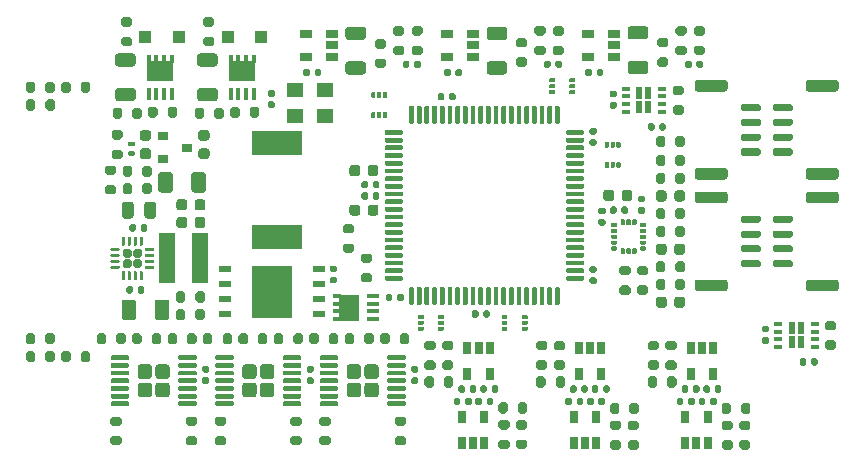
<source format=gtp>
%TF.GenerationSoftware,KiCad,Pcbnew,5.1.12-84ad8e8a86~92~ubuntu20.04.1*%
%TF.CreationDate,2021-12-19T14:53:55+01:00*%
%TF.ProjectId,uHoubolt_PCB_ECU,75486f75-626f-46c7-945f-5043425f4543,rev?*%
%TF.SameCoordinates,PX7270e00PY4c4b400*%
%TF.FileFunction,Paste,Top*%
%TF.FilePolarity,Positive*%
%FSLAX46Y46*%
G04 Gerber Fmt 4.6, Leading zero omitted, Abs format (unit mm)*
G04 Created by KiCad (PCBNEW 5.1.12-84ad8e8a86~92~ubuntu20.04.1) date 2021-12-19 14:53:55*
%MOMM*%
%LPD*%
G01*
G04 APERTURE LIST*
%ADD10R,1.000000X0.500000*%
%ADD11R,3.500000X4.500000*%
%ADD12R,0.990000X0.405000*%
%ADD13R,1.725000X2.245000*%
%ADD14R,0.760000X0.405000*%
%ADD15R,0.650000X1.060000*%
%ADD16R,1.060000X0.650000*%
%ADD17R,0.405000X0.990000*%
%ADD18R,2.245000X1.725000*%
%ADD19R,0.405000X0.760000*%
%ADD20R,1.100000X1.100000*%
%ADD21R,4.200000X2.000000*%
%ADD22R,1.400000X1.200000*%
%ADD23R,0.600000X1.000000*%
%ADD24R,0.650000X0.350000*%
%ADD25R,0.900000X0.800000*%
%ADD26R,1.400000X4.200000*%
G04 APERTURE END LIST*
%TO.C,U24*%
G36*
G01*
X34350000Y-28427500D02*
X34350000Y-28672500D01*
G75*
G02*
X34297500Y-28725000I-52500J0D01*
G01*
X33902500Y-28725000D01*
G75*
G02*
X33850000Y-28672500I0J52500D01*
G01*
X33850000Y-28427500D01*
G75*
G02*
X33902500Y-28375000I52500J0D01*
G01*
X34297500Y-28375000D01*
G75*
G02*
X34350000Y-28427500I0J-52500D01*
G01*
G37*
G36*
G01*
X34350000Y-27927500D02*
X34350000Y-28172500D01*
G75*
G02*
X34297500Y-28225000I-52500J0D01*
G01*
X33902500Y-28225000D01*
G75*
G02*
X33850000Y-28172500I0J52500D01*
G01*
X33850000Y-27927500D01*
G75*
G02*
X33902500Y-27875000I52500J0D01*
G01*
X34297500Y-27875000D01*
G75*
G02*
X34350000Y-27927500I0J-52500D01*
G01*
G37*
G36*
G01*
X36050000Y-28427500D02*
X36050000Y-28672500D01*
G75*
G02*
X35997500Y-28725000I-52500J0D01*
G01*
X35602500Y-28725000D01*
G75*
G02*
X35550000Y-28672500I0J52500D01*
G01*
X35550000Y-28427500D01*
G75*
G02*
X35602500Y-28375000I52500J0D01*
G01*
X35997500Y-28375000D01*
G75*
G02*
X36050000Y-28427500I0J-52500D01*
G01*
G37*
G36*
G01*
X34350000Y-28927500D02*
X34350000Y-29172500D01*
G75*
G02*
X34297500Y-29225000I-52500J0D01*
G01*
X33902500Y-29225000D01*
G75*
G02*
X33850000Y-29172500I0J52500D01*
G01*
X33850000Y-28927500D01*
G75*
G02*
X33902500Y-28875000I52500J0D01*
G01*
X34297500Y-28875000D01*
G75*
G02*
X34350000Y-28927500I0J-52500D01*
G01*
G37*
G36*
G01*
X36050000Y-27927500D02*
X36050000Y-28172500D01*
G75*
G02*
X35997500Y-28225000I-52500J0D01*
G01*
X35602500Y-28225000D01*
G75*
G02*
X35550000Y-28172500I0J52500D01*
G01*
X35550000Y-27927500D01*
G75*
G02*
X35602500Y-27875000I52500J0D01*
G01*
X35997500Y-27875000D01*
G75*
G02*
X36050000Y-27927500I0J-52500D01*
G01*
G37*
G36*
G01*
X36050000Y-28927500D02*
X36050000Y-29172500D01*
G75*
G02*
X35997500Y-29225000I-52500J0D01*
G01*
X35602500Y-29225000D01*
G75*
G02*
X35550000Y-29172500I0J52500D01*
G01*
X35550000Y-28927500D01*
G75*
G02*
X35602500Y-28875000I52500J0D01*
G01*
X35997500Y-28875000D01*
G75*
G02*
X36050000Y-28927500I0J-52500D01*
G01*
G37*
%TD*%
%TO.C,U23*%
G36*
G01*
X41450000Y-28427500D02*
X41450000Y-28672500D01*
G75*
G02*
X41397500Y-28725000I-52500J0D01*
G01*
X41002500Y-28725000D01*
G75*
G02*
X40950000Y-28672500I0J52500D01*
G01*
X40950000Y-28427500D01*
G75*
G02*
X41002500Y-28375000I52500J0D01*
G01*
X41397500Y-28375000D01*
G75*
G02*
X41450000Y-28427500I0J-52500D01*
G01*
G37*
G36*
G01*
X41450000Y-27927500D02*
X41450000Y-28172500D01*
G75*
G02*
X41397500Y-28225000I-52500J0D01*
G01*
X41002500Y-28225000D01*
G75*
G02*
X40950000Y-28172500I0J52500D01*
G01*
X40950000Y-27927500D01*
G75*
G02*
X41002500Y-27875000I52500J0D01*
G01*
X41397500Y-27875000D01*
G75*
G02*
X41450000Y-27927500I0J-52500D01*
G01*
G37*
G36*
G01*
X43150000Y-28427500D02*
X43150000Y-28672500D01*
G75*
G02*
X43097500Y-28725000I-52500J0D01*
G01*
X42702500Y-28725000D01*
G75*
G02*
X42650000Y-28672500I0J52500D01*
G01*
X42650000Y-28427500D01*
G75*
G02*
X42702500Y-28375000I52500J0D01*
G01*
X43097500Y-28375000D01*
G75*
G02*
X43150000Y-28427500I0J-52500D01*
G01*
G37*
G36*
G01*
X41450000Y-28927500D02*
X41450000Y-29172500D01*
G75*
G02*
X41397500Y-29225000I-52500J0D01*
G01*
X41002500Y-29225000D01*
G75*
G02*
X40950000Y-29172500I0J52500D01*
G01*
X40950000Y-28927500D01*
G75*
G02*
X41002500Y-28875000I52500J0D01*
G01*
X41397500Y-28875000D01*
G75*
G02*
X41450000Y-28927500I0J-52500D01*
G01*
G37*
G36*
G01*
X43150000Y-27927500D02*
X43150000Y-28172500D01*
G75*
G02*
X43097500Y-28225000I-52500J0D01*
G01*
X42702500Y-28225000D01*
G75*
G02*
X42650000Y-28172500I0J52500D01*
G01*
X42650000Y-27927500D01*
G75*
G02*
X42702500Y-27875000I52500J0D01*
G01*
X43097500Y-27875000D01*
G75*
G02*
X43150000Y-27927500I0J-52500D01*
G01*
G37*
G36*
G01*
X43150000Y-28927500D02*
X43150000Y-29172500D01*
G75*
G02*
X43097500Y-29225000I-52500J0D01*
G01*
X42702500Y-29225000D01*
G75*
G02*
X42650000Y-29172500I0J52500D01*
G01*
X42650000Y-28927500D01*
G75*
G02*
X42702500Y-28875000I52500J0D01*
G01*
X43097500Y-28875000D01*
G75*
G02*
X43150000Y-28927500I0J-52500D01*
G01*
G37*
%TD*%
%TO.C,U22*%
G36*
G01*
X50227500Y-14925000D02*
X50472500Y-14925000D01*
G75*
G02*
X50525000Y-14977500I0J-52500D01*
G01*
X50525000Y-15372500D01*
G75*
G02*
X50472500Y-15425000I-52500J0D01*
G01*
X50227500Y-15425000D01*
G75*
G02*
X50175000Y-15372500I0J52500D01*
G01*
X50175000Y-14977500D01*
G75*
G02*
X50227500Y-14925000I52500J0D01*
G01*
G37*
G36*
G01*
X49727500Y-14925000D02*
X49972500Y-14925000D01*
G75*
G02*
X50025000Y-14977500I0J-52500D01*
G01*
X50025000Y-15372500D01*
G75*
G02*
X49972500Y-15425000I-52500J0D01*
G01*
X49727500Y-15425000D01*
G75*
G02*
X49675000Y-15372500I0J52500D01*
G01*
X49675000Y-14977500D01*
G75*
G02*
X49727500Y-14925000I52500J0D01*
G01*
G37*
G36*
G01*
X50227500Y-13225000D02*
X50472500Y-13225000D01*
G75*
G02*
X50525000Y-13277500I0J-52500D01*
G01*
X50525000Y-13672500D01*
G75*
G02*
X50472500Y-13725000I-52500J0D01*
G01*
X50227500Y-13725000D01*
G75*
G02*
X50175000Y-13672500I0J52500D01*
G01*
X50175000Y-13277500D01*
G75*
G02*
X50227500Y-13225000I52500J0D01*
G01*
G37*
G36*
G01*
X50727500Y-14925000D02*
X50972500Y-14925000D01*
G75*
G02*
X51025000Y-14977500I0J-52500D01*
G01*
X51025000Y-15372500D01*
G75*
G02*
X50972500Y-15425000I-52500J0D01*
G01*
X50727500Y-15425000D01*
G75*
G02*
X50675000Y-15372500I0J52500D01*
G01*
X50675000Y-14977500D01*
G75*
G02*
X50727500Y-14925000I52500J0D01*
G01*
G37*
G36*
G01*
X49727500Y-13225000D02*
X49972500Y-13225000D01*
G75*
G02*
X50025000Y-13277500I0J-52500D01*
G01*
X50025000Y-13672500D01*
G75*
G02*
X49972500Y-13725000I-52500J0D01*
G01*
X49727500Y-13725000D01*
G75*
G02*
X49675000Y-13672500I0J52500D01*
G01*
X49675000Y-13277500D01*
G75*
G02*
X49727500Y-13225000I52500J0D01*
G01*
G37*
G36*
G01*
X50727500Y-13225000D02*
X50972500Y-13225000D01*
G75*
G02*
X51025000Y-13277500I0J-52500D01*
G01*
X51025000Y-13672500D01*
G75*
G02*
X50972500Y-13725000I-52500J0D01*
G01*
X50727500Y-13725000D01*
G75*
G02*
X50675000Y-13672500I0J52500D01*
G01*
X50675000Y-13277500D01*
G75*
G02*
X50727500Y-13225000I52500J0D01*
G01*
G37*
%TD*%
%TO.C,U21*%
G36*
G01*
X45500000Y-8377500D02*
X45500000Y-8622500D01*
G75*
G02*
X45447500Y-8675000I-52500J0D01*
G01*
X45052500Y-8675000D01*
G75*
G02*
X45000000Y-8622500I0J52500D01*
G01*
X45000000Y-8377500D01*
G75*
G02*
X45052500Y-8325000I52500J0D01*
G01*
X45447500Y-8325000D01*
G75*
G02*
X45500000Y-8377500I0J-52500D01*
G01*
G37*
G36*
G01*
X45500000Y-7877500D02*
X45500000Y-8122500D01*
G75*
G02*
X45447500Y-8175000I-52500J0D01*
G01*
X45052500Y-8175000D01*
G75*
G02*
X45000000Y-8122500I0J52500D01*
G01*
X45000000Y-7877500D01*
G75*
G02*
X45052500Y-7825000I52500J0D01*
G01*
X45447500Y-7825000D01*
G75*
G02*
X45500000Y-7877500I0J-52500D01*
G01*
G37*
G36*
G01*
X47200000Y-8377500D02*
X47200000Y-8622500D01*
G75*
G02*
X47147500Y-8675000I-52500J0D01*
G01*
X46752500Y-8675000D01*
G75*
G02*
X46700000Y-8622500I0J52500D01*
G01*
X46700000Y-8377500D01*
G75*
G02*
X46752500Y-8325000I52500J0D01*
G01*
X47147500Y-8325000D01*
G75*
G02*
X47200000Y-8377500I0J-52500D01*
G01*
G37*
G36*
G01*
X45500000Y-8877500D02*
X45500000Y-9122500D01*
G75*
G02*
X45447500Y-9175000I-52500J0D01*
G01*
X45052500Y-9175000D01*
G75*
G02*
X45000000Y-9122500I0J52500D01*
G01*
X45000000Y-8877500D01*
G75*
G02*
X45052500Y-8825000I52500J0D01*
G01*
X45447500Y-8825000D01*
G75*
G02*
X45500000Y-8877500I0J-52500D01*
G01*
G37*
G36*
G01*
X47200000Y-7877500D02*
X47200000Y-8122500D01*
G75*
G02*
X47147500Y-8175000I-52500J0D01*
G01*
X46752500Y-8175000D01*
G75*
G02*
X46700000Y-8122500I0J52500D01*
G01*
X46700000Y-7877500D01*
G75*
G02*
X46752500Y-7825000I52500J0D01*
G01*
X47147500Y-7825000D01*
G75*
G02*
X47200000Y-7877500I0J-52500D01*
G01*
G37*
G36*
G01*
X47200000Y-8877500D02*
X47200000Y-9122500D01*
G75*
G02*
X47147500Y-9175000I-52500J0D01*
G01*
X46752500Y-9175000D01*
G75*
G02*
X46700000Y-9122500I0J52500D01*
G01*
X46700000Y-8877500D01*
G75*
G02*
X46752500Y-8825000I52500J0D01*
G01*
X47147500Y-8825000D01*
G75*
G02*
X47200000Y-8877500I0J-52500D01*
G01*
G37*
%TD*%
%TO.C,U20*%
G36*
G01*
X30722500Y-9500000D02*
X30477500Y-9500000D01*
G75*
G02*
X30425000Y-9447500I0J52500D01*
G01*
X30425000Y-9052500D01*
G75*
G02*
X30477500Y-9000000I52500J0D01*
G01*
X30722500Y-9000000D01*
G75*
G02*
X30775000Y-9052500I0J-52500D01*
G01*
X30775000Y-9447500D01*
G75*
G02*
X30722500Y-9500000I-52500J0D01*
G01*
G37*
G36*
G01*
X31222500Y-9500000D02*
X30977500Y-9500000D01*
G75*
G02*
X30925000Y-9447500I0J52500D01*
G01*
X30925000Y-9052500D01*
G75*
G02*
X30977500Y-9000000I52500J0D01*
G01*
X31222500Y-9000000D01*
G75*
G02*
X31275000Y-9052500I0J-52500D01*
G01*
X31275000Y-9447500D01*
G75*
G02*
X31222500Y-9500000I-52500J0D01*
G01*
G37*
G36*
G01*
X30722500Y-11200000D02*
X30477500Y-11200000D01*
G75*
G02*
X30425000Y-11147500I0J52500D01*
G01*
X30425000Y-10752500D01*
G75*
G02*
X30477500Y-10700000I52500J0D01*
G01*
X30722500Y-10700000D01*
G75*
G02*
X30775000Y-10752500I0J-52500D01*
G01*
X30775000Y-11147500D01*
G75*
G02*
X30722500Y-11200000I-52500J0D01*
G01*
G37*
G36*
G01*
X30222500Y-9500000D02*
X29977500Y-9500000D01*
G75*
G02*
X29925000Y-9447500I0J52500D01*
G01*
X29925000Y-9052500D01*
G75*
G02*
X29977500Y-9000000I52500J0D01*
G01*
X30222500Y-9000000D01*
G75*
G02*
X30275000Y-9052500I0J-52500D01*
G01*
X30275000Y-9447500D01*
G75*
G02*
X30222500Y-9500000I-52500J0D01*
G01*
G37*
G36*
G01*
X31222500Y-11200000D02*
X30977500Y-11200000D01*
G75*
G02*
X30925000Y-11147500I0J52500D01*
G01*
X30925000Y-10752500D01*
G75*
G02*
X30977500Y-10700000I52500J0D01*
G01*
X31222500Y-10700000D01*
G75*
G02*
X31275000Y-10752500I0J-52500D01*
G01*
X31275000Y-11147500D01*
G75*
G02*
X31222500Y-11200000I-52500J0D01*
G01*
G37*
G36*
G01*
X30222500Y-11200000D02*
X29977500Y-11200000D01*
G75*
G02*
X29925000Y-11147500I0J52500D01*
G01*
X29925000Y-10752500D01*
G75*
G02*
X29977500Y-10700000I52500J0D01*
G01*
X30222500Y-10700000D01*
G75*
G02*
X30275000Y-10752500I0J-52500D01*
G01*
X30275000Y-11147500D01*
G75*
G02*
X30222500Y-11200000I-52500J0D01*
G01*
G37*
%TD*%
D10*
%TO.C,U8*%
X17500000Y-23995000D03*
X17500000Y-25265000D03*
X17500000Y-26535000D03*
X17500000Y-27805000D03*
X25500000Y-27805000D03*
X25500000Y-26535000D03*
X25500000Y-25265000D03*
X25500000Y-23995000D03*
D11*
X21500000Y-25900000D03*
%TD*%
%TO.C,R78*%
G36*
G01*
X27725000Y-21825000D02*
X28275000Y-21825000D01*
G75*
G02*
X28475000Y-22025000I0J-200000D01*
G01*
X28475000Y-22425000D01*
G75*
G02*
X28275000Y-22625000I-200000J0D01*
G01*
X27725000Y-22625000D01*
G75*
G02*
X27525000Y-22425000I0J200000D01*
G01*
X27525000Y-22025000D01*
G75*
G02*
X27725000Y-21825000I200000J0D01*
G01*
G37*
G36*
G01*
X27725000Y-20175000D02*
X28275000Y-20175000D01*
G75*
G02*
X28475000Y-20375000I0J-200000D01*
G01*
X28475000Y-20775000D01*
G75*
G02*
X28275000Y-20975000I-200000J0D01*
G01*
X27725000Y-20975000D01*
G75*
G02*
X27525000Y-20775000I0J200000D01*
G01*
X27525000Y-20375000D01*
G75*
G02*
X27725000Y-20175000I200000J0D01*
G01*
G37*
%TD*%
%TO.C,R77*%
G36*
G01*
X29225000Y-24325000D02*
X29775000Y-24325000D01*
G75*
G02*
X29975000Y-24525000I0J-200000D01*
G01*
X29975000Y-24925000D01*
G75*
G02*
X29775000Y-25125000I-200000J0D01*
G01*
X29225000Y-25125000D01*
G75*
G02*
X29025000Y-24925000I0J200000D01*
G01*
X29025000Y-24525000D01*
G75*
G02*
X29225000Y-24325000I200000J0D01*
G01*
G37*
G36*
G01*
X29225000Y-22675000D02*
X29775000Y-22675000D01*
G75*
G02*
X29975000Y-22875000I0J-200000D01*
G01*
X29975000Y-23275000D01*
G75*
G02*
X29775000Y-23475000I-200000J0D01*
G01*
X29225000Y-23475000D01*
G75*
G02*
X29025000Y-23275000I0J200000D01*
G01*
X29025000Y-22875000D01*
G75*
G02*
X29225000Y-22675000I200000J0D01*
G01*
G37*
%TD*%
D12*
%TO.C,Q3*%
X30042500Y-27580000D03*
X30042500Y-26920000D03*
X30042500Y-26260000D03*
X30042500Y-28240000D03*
D13*
X28050000Y-27250000D03*
D14*
X27057500Y-26920000D03*
X27057500Y-26260000D03*
X27057500Y-27580000D03*
X27057500Y-28240000D03*
%TD*%
%TO.C,R76*%
G36*
G01*
X8675000Y-13025000D02*
X8125000Y-13025000D01*
G75*
G02*
X7925000Y-12825000I0J200000D01*
G01*
X7925000Y-12425000D01*
G75*
G02*
X8125000Y-12225000I200000J0D01*
G01*
X8675000Y-12225000D01*
G75*
G02*
X8875000Y-12425000I0J-200000D01*
G01*
X8875000Y-12825000D01*
G75*
G02*
X8675000Y-13025000I-200000J0D01*
G01*
G37*
G36*
G01*
X8675000Y-14675000D02*
X8125000Y-14675000D01*
G75*
G02*
X7925000Y-14475000I0J200000D01*
G01*
X7925000Y-14075000D01*
G75*
G02*
X8125000Y-13875000I200000J0D01*
G01*
X8675000Y-13875000D01*
G75*
G02*
X8875000Y-14075000I0J-200000D01*
G01*
X8875000Y-14475000D01*
G75*
G02*
X8675000Y-14675000I-200000J0D01*
G01*
G37*
%TD*%
%TO.C,R75*%
G36*
G01*
X8125000Y-16025000D02*
X7575000Y-16025000D01*
G75*
G02*
X7375000Y-15825000I0J200000D01*
G01*
X7375000Y-15425000D01*
G75*
G02*
X7575000Y-15225000I200000J0D01*
G01*
X8125000Y-15225000D01*
G75*
G02*
X8325000Y-15425000I0J-200000D01*
G01*
X8325000Y-15825000D01*
G75*
G02*
X8125000Y-16025000I-200000J0D01*
G01*
G37*
G36*
G01*
X8125000Y-17675000D02*
X7575000Y-17675000D01*
G75*
G02*
X7375000Y-17475000I0J200000D01*
G01*
X7375000Y-17075000D01*
G75*
G02*
X7575000Y-16875000I200000J0D01*
G01*
X8125000Y-16875000D01*
G75*
G02*
X8325000Y-17075000I0J-200000D01*
G01*
X8325000Y-17475000D01*
G75*
G02*
X8125000Y-17675000I-200000J0D01*
G01*
G37*
%TD*%
%TO.C,R13*%
G36*
G01*
X14175000Y-26075000D02*
X14175000Y-26625000D01*
G75*
G02*
X13975000Y-26825000I-200000J0D01*
G01*
X13575000Y-26825000D01*
G75*
G02*
X13375000Y-26625000I0J200000D01*
G01*
X13375000Y-26075000D01*
G75*
G02*
X13575000Y-25875000I200000J0D01*
G01*
X13975000Y-25875000D01*
G75*
G02*
X14175000Y-26075000I0J-200000D01*
G01*
G37*
G36*
G01*
X15825000Y-26075000D02*
X15825000Y-26625000D01*
G75*
G02*
X15625000Y-26825000I-200000J0D01*
G01*
X15225000Y-26825000D01*
G75*
G02*
X15025000Y-26625000I0J200000D01*
G01*
X15025000Y-26075000D01*
G75*
G02*
X15225000Y-25875000I200000J0D01*
G01*
X15625000Y-25875000D01*
G75*
G02*
X15825000Y-26075000I0J-200000D01*
G01*
G37*
%TD*%
%TO.C,R12*%
G36*
G01*
X15025000Y-28125000D02*
X15025000Y-27575000D01*
G75*
G02*
X15225000Y-27375000I200000J0D01*
G01*
X15625000Y-27375000D01*
G75*
G02*
X15825000Y-27575000I0J-200000D01*
G01*
X15825000Y-28125000D01*
G75*
G02*
X15625000Y-28325000I-200000J0D01*
G01*
X15225000Y-28325000D01*
G75*
G02*
X15025000Y-28125000I0J200000D01*
G01*
G37*
G36*
G01*
X13375000Y-28125000D02*
X13375000Y-27575000D01*
G75*
G02*
X13575000Y-27375000I200000J0D01*
G01*
X13975000Y-27375000D01*
G75*
G02*
X14175000Y-27575000I0J-200000D01*
G01*
X14175000Y-28125000D01*
G75*
G02*
X13975000Y-28325000I-200000J0D01*
G01*
X13575000Y-28325000D01*
G75*
G02*
X13375000Y-28125000I0J200000D01*
G01*
G37*
%TD*%
%TO.C,F2*%
G36*
G01*
X10025000Y-26825000D02*
X10025000Y-28075000D01*
G75*
G02*
X9775000Y-28325000I-250000J0D01*
G01*
X9025000Y-28325000D01*
G75*
G02*
X8775000Y-28075000I0J250000D01*
G01*
X8775000Y-26825000D01*
G75*
G02*
X9025000Y-26575000I250000J0D01*
G01*
X9775000Y-26575000D01*
G75*
G02*
X10025000Y-26825000I0J-250000D01*
G01*
G37*
G36*
G01*
X12825000Y-26825000D02*
X12825000Y-28075000D01*
G75*
G02*
X12575000Y-28325000I-250000J0D01*
G01*
X11825000Y-28325000D01*
G75*
G02*
X11575000Y-28075000I0J250000D01*
G01*
X11575000Y-26825000D01*
G75*
G02*
X11825000Y-26575000I250000J0D01*
G01*
X12575000Y-26575000D01*
G75*
G02*
X12825000Y-26825000I0J-250000D01*
G01*
G37*
%TD*%
%TO.C,C10*%
G36*
G01*
X10700000Y-19475000D02*
X10700000Y-18525000D01*
G75*
G02*
X10950000Y-18275000I250000J0D01*
G01*
X11450000Y-18275000D01*
G75*
G02*
X11700000Y-18525000I0J-250000D01*
G01*
X11700000Y-19475000D01*
G75*
G02*
X11450000Y-19725000I-250000J0D01*
G01*
X10950000Y-19725000D01*
G75*
G02*
X10700000Y-19475000I0J250000D01*
G01*
G37*
G36*
G01*
X8800000Y-19475000D02*
X8800000Y-18525000D01*
G75*
G02*
X9050000Y-18275000I250000J0D01*
G01*
X9550000Y-18275000D01*
G75*
G02*
X9800000Y-18525000I0J-250000D01*
G01*
X9800000Y-19475000D01*
G75*
G02*
X9550000Y-19725000I-250000J0D01*
G01*
X9050000Y-19725000D01*
G75*
G02*
X8800000Y-19475000I0J250000D01*
G01*
G37*
%TD*%
%TO.C,R74*%
G36*
G01*
X42925000Y-5225000D02*
X42375000Y-5225000D01*
G75*
G02*
X42175000Y-5025000I0J200000D01*
G01*
X42175000Y-4625000D01*
G75*
G02*
X42375000Y-4425000I200000J0D01*
G01*
X42925000Y-4425000D01*
G75*
G02*
X43125000Y-4625000I0J-200000D01*
G01*
X43125000Y-5025000D01*
G75*
G02*
X42925000Y-5225000I-200000J0D01*
G01*
G37*
G36*
G01*
X42925000Y-6875000D02*
X42375000Y-6875000D01*
G75*
G02*
X42175000Y-6675000I0J200000D01*
G01*
X42175000Y-6275000D01*
G75*
G02*
X42375000Y-6075000I200000J0D01*
G01*
X42925000Y-6075000D01*
G75*
G02*
X43125000Y-6275000I0J-200000D01*
G01*
X43125000Y-6675000D01*
G75*
G02*
X42925000Y-6875000I-200000J0D01*
G01*
G37*
%TD*%
%TO.C,R11*%
G36*
G01*
X30975000Y-5325000D02*
X30425000Y-5325000D01*
G75*
G02*
X30225000Y-5125000I0J200000D01*
G01*
X30225000Y-4725000D01*
G75*
G02*
X30425000Y-4525000I200000J0D01*
G01*
X30975000Y-4525000D01*
G75*
G02*
X31175000Y-4725000I0J-200000D01*
G01*
X31175000Y-5125000D01*
G75*
G02*
X30975000Y-5325000I-200000J0D01*
G01*
G37*
G36*
G01*
X30975000Y-6975000D02*
X30425000Y-6975000D01*
G75*
G02*
X30225000Y-6775000I0J200000D01*
G01*
X30225000Y-6375000D01*
G75*
G02*
X30425000Y-6175000I200000J0D01*
G01*
X30975000Y-6175000D01*
G75*
G02*
X31175000Y-6375000I0J-200000D01*
G01*
X31175000Y-6775000D01*
G75*
G02*
X30975000Y-6975000I-200000J0D01*
G01*
G37*
%TD*%
%TO.C,R10*%
G36*
G01*
X54875000Y-5225000D02*
X54325000Y-5225000D01*
G75*
G02*
X54125000Y-5025000I0J200000D01*
G01*
X54125000Y-4625000D01*
G75*
G02*
X54325000Y-4425000I200000J0D01*
G01*
X54875000Y-4425000D01*
G75*
G02*
X55075000Y-4625000I0J-200000D01*
G01*
X55075000Y-5025000D01*
G75*
G02*
X54875000Y-5225000I-200000J0D01*
G01*
G37*
G36*
G01*
X54875000Y-6875000D02*
X54325000Y-6875000D01*
G75*
G02*
X54125000Y-6675000I0J200000D01*
G01*
X54125000Y-6275000D01*
G75*
G02*
X54325000Y-6075000I200000J0D01*
G01*
X54875000Y-6075000D01*
G75*
G02*
X55075000Y-6275000I0J-200000D01*
G01*
X55075000Y-6675000D01*
G75*
G02*
X54875000Y-6875000I-200000J0D01*
G01*
G37*
%TD*%
D15*
%TO.C,U1*%
X39950000Y-32850000D03*
X38050000Y-32850000D03*
X38050000Y-30650000D03*
X39000000Y-30650000D03*
X39950000Y-30650000D03*
%TD*%
%TO.C,R7*%
G36*
G01*
X36075000Y-33825000D02*
X36075000Y-33275000D01*
G75*
G02*
X36275000Y-33075000I200000J0D01*
G01*
X36675000Y-33075000D01*
G75*
G02*
X36875000Y-33275000I0J-200000D01*
G01*
X36875000Y-33825000D01*
G75*
G02*
X36675000Y-34025000I-200000J0D01*
G01*
X36275000Y-34025000D01*
G75*
G02*
X36075000Y-33825000I0J200000D01*
G01*
G37*
G36*
G01*
X34425000Y-33825000D02*
X34425000Y-33275000D01*
G75*
G02*
X34625000Y-33075000I200000J0D01*
G01*
X35025000Y-33075000D01*
G75*
G02*
X35225000Y-33275000I0J-200000D01*
G01*
X35225000Y-33825000D01*
G75*
G02*
X35025000Y-34025000I-200000J0D01*
G01*
X34625000Y-34025000D01*
G75*
G02*
X34425000Y-33825000I0J200000D01*
G01*
G37*
%TD*%
%TO.C,R2*%
G36*
G01*
X35175000Y-30875000D02*
X34625000Y-30875000D01*
G75*
G02*
X34425000Y-30675000I0J200000D01*
G01*
X34425000Y-30275000D01*
G75*
G02*
X34625000Y-30075000I200000J0D01*
G01*
X35175000Y-30075000D01*
G75*
G02*
X35375000Y-30275000I0J-200000D01*
G01*
X35375000Y-30675000D01*
G75*
G02*
X35175000Y-30875000I-200000J0D01*
G01*
G37*
G36*
G01*
X35175000Y-32525000D02*
X34625000Y-32525000D01*
G75*
G02*
X34425000Y-32325000I0J200000D01*
G01*
X34425000Y-31925000D01*
G75*
G02*
X34625000Y-31725000I200000J0D01*
G01*
X35175000Y-31725000D01*
G75*
G02*
X35375000Y-31925000I0J-200000D01*
G01*
X35375000Y-32325000D01*
G75*
G02*
X35175000Y-32525000I-200000J0D01*
G01*
G37*
%TD*%
%TO.C,R1*%
G36*
G01*
X36125000Y-31725000D02*
X36675000Y-31725000D01*
G75*
G02*
X36875000Y-31925000I0J-200000D01*
G01*
X36875000Y-32325000D01*
G75*
G02*
X36675000Y-32525000I-200000J0D01*
G01*
X36125000Y-32525000D01*
G75*
G02*
X35925000Y-32325000I0J200000D01*
G01*
X35925000Y-31925000D01*
G75*
G02*
X36125000Y-31725000I200000J0D01*
G01*
G37*
G36*
G01*
X36125000Y-30075000D02*
X36675000Y-30075000D01*
G75*
G02*
X36875000Y-30275000I0J-200000D01*
G01*
X36875000Y-30675000D01*
G75*
G02*
X36675000Y-30875000I-200000J0D01*
G01*
X36125000Y-30875000D01*
G75*
G02*
X35925000Y-30675000I0J200000D01*
G01*
X35925000Y-30275000D01*
G75*
G02*
X36125000Y-30075000I200000J0D01*
G01*
G37*
%TD*%
%TO.C,C2*%
G36*
G01*
X38250000Y-34320000D02*
X38250000Y-33980000D01*
G75*
G02*
X38390000Y-33840000I140000J0D01*
G01*
X38670000Y-33840000D01*
G75*
G02*
X38810000Y-33980000I0J-140000D01*
G01*
X38810000Y-34320000D01*
G75*
G02*
X38670000Y-34460000I-140000J0D01*
G01*
X38390000Y-34460000D01*
G75*
G02*
X38250000Y-34320000I0J140000D01*
G01*
G37*
G36*
G01*
X37290000Y-34320000D02*
X37290000Y-33980000D01*
G75*
G02*
X37430000Y-33840000I140000J0D01*
G01*
X37710000Y-33840000D01*
G75*
G02*
X37850000Y-33980000I0J-140000D01*
G01*
X37850000Y-34320000D01*
G75*
G02*
X37710000Y-34460000I-140000J0D01*
G01*
X37430000Y-34460000D01*
G75*
G02*
X37290000Y-34320000I0J140000D01*
G01*
G37*
%TD*%
%TO.C,C1*%
G36*
G01*
X39700000Y-33980000D02*
X39700000Y-34320000D01*
G75*
G02*
X39560000Y-34460000I-140000J0D01*
G01*
X39280000Y-34460000D01*
G75*
G02*
X39140000Y-34320000I0J140000D01*
G01*
X39140000Y-33980000D01*
G75*
G02*
X39280000Y-33840000I140000J0D01*
G01*
X39560000Y-33840000D01*
G75*
G02*
X39700000Y-33980000I0J-140000D01*
G01*
G37*
G36*
G01*
X40660000Y-33980000D02*
X40660000Y-34320000D01*
G75*
G02*
X40520000Y-34460000I-140000J0D01*
G01*
X40240000Y-34460000D01*
G75*
G02*
X40100000Y-34320000I0J140000D01*
G01*
X40100000Y-33980000D01*
G75*
G02*
X40240000Y-33840000I140000J0D01*
G01*
X40520000Y-33840000D01*
G75*
G02*
X40660000Y-33980000I0J-140000D01*
G01*
G37*
%TD*%
%TO.C,F1*%
G36*
G01*
X14675000Y-17275000D02*
X14675000Y-16025000D01*
G75*
G02*
X14925000Y-15775000I250000J0D01*
G01*
X15675000Y-15775000D01*
G75*
G02*
X15925000Y-16025000I0J-250000D01*
G01*
X15925000Y-17275000D01*
G75*
G02*
X15675000Y-17525000I-250000J0D01*
G01*
X14925000Y-17525000D01*
G75*
G02*
X14675000Y-17275000I0J250000D01*
G01*
G37*
G36*
G01*
X11875000Y-17275000D02*
X11875000Y-16025000D01*
G75*
G02*
X12125000Y-15775000I250000J0D01*
G01*
X12875000Y-15775000D01*
G75*
G02*
X13125000Y-16025000I0J-250000D01*
G01*
X13125000Y-17275000D01*
G75*
G02*
X12875000Y-17525000I-250000J0D01*
G01*
X12125000Y-17525000D01*
G75*
G02*
X11875000Y-17275000I0J250000D01*
G01*
G37*
%TD*%
%TO.C,R73*%
G36*
G01*
X55675000Y-15075000D02*
X55675000Y-14525000D01*
G75*
G02*
X55875000Y-14325000I200000J0D01*
G01*
X56275000Y-14325000D01*
G75*
G02*
X56475000Y-14525000I0J-200000D01*
G01*
X56475000Y-15075000D01*
G75*
G02*
X56275000Y-15275000I-200000J0D01*
G01*
X55875000Y-15275000D01*
G75*
G02*
X55675000Y-15075000I0J200000D01*
G01*
G37*
G36*
G01*
X54025000Y-15075000D02*
X54025000Y-14525000D01*
G75*
G02*
X54225000Y-14325000I200000J0D01*
G01*
X54625000Y-14325000D01*
G75*
G02*
X54825000Y-14525000I0J-200000D01*
G01*
X54825000Y-15075000D01*
G75*
G02*
X54625000Y-15275000I-200000J0D01*
G01*
X54225000Y-15275000D01*
G75*
G02*
X54025000Y-15075000I0J200000D01*
G01*
G37*
%TD*%
%TO.C,R72*%
G36*
G01*
X55675000Y-24075000D02*
X55675000Y-23525000D01*
G75*
G02*
X55875000Y-23325000I200000J0D01*
G01*
X56275000Y-23325000D01*
G75*
G02*
X56475000Y-23525000I0J-200000D01*
G01*
X56475000Y-24075000D01*
G75*
G02*
X56275000Y-24275000I-200000J0D01*
G01*
X55875000Y-24275000D01*
G75*
G02*
X55675000Y-24075000I0J200000D01*
G01*
G37*
G36*
G01*
X54025000Y-24075000D02*
X54025000Y-23525000D01*
G75*
G02*
X54225000Y-23325000I200000J0D01*
G01*
X54625000Y-23325000D01*
G75*
G02*
X54825000Y-23525000I0J-200000D01*
G01*
X54825000Y-24075000D01*
G75*
G02*
X54625000Y-24275000I-200000J0D01*
G01*
X54225000Y-24275000D01*
G75*
G02*
X54025000Y-24075000I0J200000D01*
G01*
G37*
%TD*%
%TO.C,R71*%
G36*
G01*
X55675000Y-19575000D02*
X55675000Y-19025000D01*
G75*
G02*
X55875000Y-18825000I200000J0D01*
G01*
X56275000Y-18825000D01*
G75*
G02*
X56475000Y-19025000I0J-200000D01*
G01*
X56475000Y-19575000D01*
G75*
G02*
X56275000Y-19775000I-200000J0D01*
G01*
X55875000Y-19775000D01*
G75*
G02*
X55675000Y-19575000I0J200000D01*
G01*
G37*
G36*
G01*
X54025000Y-19575000D02*
X54025000Y-19025000D01*
G75*
G02*
X54225000Y-18825000I200000J0D01*
G01*
X54625000Y-18825000D01*
G75*
G02*
X54825000Y-19025000I0J-200000D01*
G01*
X54825000Y-19575000D01*
G75*
G02*
X54625000Y-19775000I-200000J0D01*
G01*
X54225000Y-19775000D01*
G75*
G02*
X54025000Y-19575000I0J200000D01*
G01*
G37*
%TD*%
%TO.C,D13*%
G36*
G01*
X9800000Y-13600000D02*
X9400000Y-13600000D01*
G75*
G02*
X9320000Y-13520000I0J80000D01*
G01*
X9320000Y-13280000D01*
G75*
G02*
X9400000Y-13200000I80000J0D01*
G01*
X9800000Y-13200000D01*
G75*
G02*
X9880000Y-13280000I0J-80000D01*
G01*
X9880000Y-13520000D01*
G75*
G02*
X9800000Y-13600000I-80000J0D01*
G01*
G37*
G36*
G01*
X9800000Y-14400000D02*
X9400000Y-14400000D01*
G75*
G02*
X9320000Y-14320000I0J80000D01*
G01*
X9320000Y-14080000D01*
G75*
G02*
X9400000Y-14000000I80000J0D01*
G01*
X9800000Y-14000000D01*
G75*
G02*
X9880000Y-14080000I0J-80000D01*
G01*
X9880000Y-14320000D01*
G75*
G02*
X9800000Y-14400000I-80000J0D01*
G01*
G37*
%TD*%
%TO.C,J6*%
G36*
G01*
X66950000Y-15425000D02*
X69250000Y-15425000D01*
G75*
G02*
X69500000Y-15675000I0J-250000D01*
G01*
X69500000Y-16175000D01*
G75*
G02*
X69250000Y-16425000I-250000J0D01*
G01*
X66950000Y-16425000D01*
G75*
G02*
X66700000Y-16175000I0J250000D01*
G01*
X66700000Y-15675000D01*
G75*
G02*
X66950000Y-15425000I250000J0D01*
G01*
G37*
G36*
G01*
X66950000Y-7975000D02*
X69250000Y-7975000D01*
G75*
G02*
X69500000Y-8225000I0J-250000D01*
G01*
X69500000Y-8725000D01*
G75*
G02*
X69250000Y-8975000I-250000J0D01*
G01*
X66950000Y-8975000D01*
G75*
G02*
X66700000Y-8725000I0J250000D01*
G01*
X66700000Y-8225000D01*
G75*
G02*
X66950000Y-7975000I250000J0D01*
G01*
G37*
G36*
G01*
X64050000Y-13775000D02*
X65450000Y-13775000D01*
G75*
G02*
X65600000Y-13925000I0J-150000D01*
G01*
X65600000Y-14225000D01*
G75*
G02*
X65450000Y-14375000I-150000J0D01*
G01*
X64050000Y-14375000D01*
G75*
G02*
X63900000Y-14225000I0J150000D01*
G01*
X63900000Y-13925000D01*
G75*
G02*
X64050000Y-13775000I150000J0D01*
G01*
G37*
G36*
G01*
X64050000Y-12525000D02*
X65450000Y-12525000D01*
G75*
G02*
X65600000Y-12675000I0J-150000D01*
G01*
X65600000Y-12975000D01*
G75*
G02*
X65450000Y-13125000I-150000J0D01*
G01*
X64050000Y-13125000D01*
G75*
G02*
X63900000Y-12975000I0J150000D01*
G01*
X63900000Y-12675000D01*
G75*
G02*
X64050000Y-12525000I150000J0D01*
G01*
G37*
G36*
G01*
X64050000Y-11275000D02*
X65450000Y-11275000D01*
G75*
G02*
X65600000Y-11425000I0J-150000D01*
G01*
X65600000Y-11725000D01*
G75*
G02*
X65450000Y-11875000I-150000J0D01*
G01*
X64050000Y-11875000D01*
G75*
G02*
X63900000Y-11725000I0J150000D01*
G01*
X63900000Y-11425000D01*
G75*
G02*
X64050000Y-11275000I150000J0D01*
G01*
G37*
G36*
G01*
X64050000Y-10025000D02*
X65450000Y-10025000D01*
G75*
G02*
X65600000Y-10175000I0J-150000D01*
G01*
X65600000Y-10475000D01*
G75*
G02*
X65450000Y-10625000I-150000J0D01*
G01*
X64050000Y-10625000D01*
G75*
G02*
X63900000Y-10475000I0J150000D01*
G01*
X63900000Y-10175000D01*
G75*
G02*
X64050000Y-10025000I150000J0D01*
G01*
G37*
%TD*%
%TO.C,J5*%
G36*
G01*
X66950000Y-24875000D02*
X69250000Y-24875000D01*
G75*
G02*
X69500000Y-25125000I0J-250000D01*
G01*
X69500000Y-25625000D01*
G75*
G02*
X69250000Y-25875000I-250000J0D01*
G01*
X66950000Y-25875000D01*
G75*
G02*
X66700000Y-25625000I0J250000D01*
G01*
X66700000Y-25125000D01*
G75*
G02*
X66950000Y-24875000I250000J0D01*
G01*
G37*
G36*
G01*
X66950000Y-17425000D02*
X69250000Y-17425000D01*
G75*
G02*
X69500000Y-17675000I0J-250000D01*
G01*
X69500000Y-18175000D01*
G75*
G02*
X69250000Y-18425000I-250000J0D01*
G01*
X66950000Y-18425000D01*
G75*
G02*
X66700000Y-18175000I0J250000D01*
G01*
X66700000Y-17675000D01*
G75*
G02*
X66950000Y-17425000I250000J0D01*
G01*
G37*
G36*
G01*
X64050000Y-23225000D02*
X65450000Y-23225000D01*
G75*
G02*
X65600000Y-23375000I0J-150000D01*
G01*
X65600000Y-23675000D01*
G75*
G02*
X65450000Y-23825000I-150000J0D01*
G01*
X64050000Y-23825000D01*
G75*
G02*
X63900000Y-23675000I0J150000D01*
G01*
X63900000Y-23375000D01*
G75*
G02*
X64050000Y-23225000I150000J0D01*
G01*
G37*
G36*
G01*
X64050000Y-21975000D02*
X65450000Y-21975000D01*
G75*
G02*
X65600000Y-22125000I0J-150000D01*
G01*
X65600000Y-22425000D01*
G75*
G02*
X65450000Y-22575000I-150000J0D01*
G01*
X64050000Y-22575000D01*
G75*
G02*
X63900000Y-22425000I0J150000D01*
G01*
X63900000Y-22125000D01*
G75*
G02*
X64050000Y-21975000I150000J0D01*
G01*
G37*
G36*
G01*
X64050000Y-20725000D02*
X65450000Y-20725000D01*
G75*
G02*
X65600000Y-20875000I0J-150000D01*
G01*
X65600000Y-21175000D01*
G75*
G02*
X65450000Y-21325000I-150000J0D01*
G01*
X64050000Y-21325000D01*
G75*
G02*
X63900000Y-21175000I0J150000D01*
G01*
X63900000Y-20875000D01*
G75*
G02*
X64050000Y-20725000I150000J0D01*
G01*
G37*
G36*
G01*
X64050000Y-19475000D02*
X65450000Y-19475000D01*
G75*
G02*
X65600000Y-19625000I0J-150000D01*
G01*
X65600000Y-19925000D01*
G75*
G02*
X65450000Y-20075000I-150000J0D01*
G01*
X64050000Y-20075000D01*
G75*
G02*
X63900000Y-19925000I0J150000D01*
G01*
X63900000Y-19625000D01*
G75*
G02*
X64050000Y-19475000I150000J0D01*
G01*
G37*
%TD*%
%TO.C,J4*%
G36*
G01*
X59850000Y-8975000D02*
X57550000Y-8975000D01*
G75*
G02*
X57300000Y-8725000I0J250000D01*
G01*
X57300000Y-8225000D01*
G75*
G02*
X57550000Y-7975000I250000J0D01*
G01*
X59850000Y-7975000D01*
G75*
G02*
X60100000Y-8225000I0J-250000D01*
G01*
X60100000Y-8725000D01*
G75*
G02*
X59850000Y-8975000I-250000J0D01*
G01*
G37*
G36*
G01*
X59850000Y-16425000D02*
X57550000Y-16425000D01*
G75*
G02*
X57300000Y-16175000I0J250000D01*
G01*
X57300000Y-15675000D01*
G75*
G02*
X57550000Y-15425000I250000J0D01*
G01*
X59850000Y-15425000D01*
G75*
G02*
X60100000Y-15675000I0J-250000D01*
G01*
X60100000Y-16175000D01*
G75*
G02*
X59850000Y-16425000I-250000J0D01*
G01*
G37*
G36*
G01*
X62750000Y-10625000D02*
X61350000Y-10625000D01*
G75*
G02*
X61200000Y-10475000I0J150000D01*
G01*
X61200000Y-10175000D01*
G75*
G02*
X61350000Y-10025000I150000J0D01*
G01*
X62750000Y-10025000D01*
G75*
G02*
X62900000Y-10175000I0J-150000D01*
G01*
X62900000Y-10475000D01*
G75*
G02*
X62750000Y-10625000I-150000J0D01*
G01*
G37*
G36*
G01*
X62750000Y-11875000D02*
X61350000Y-11875000D01*
G75*
G02*
X61200000Y-11725000I0J150000D01*
G01*
X61200000Y-11425000D01*
G75*
G02*
X61350000Y-11275000I150000J0D01*
G01*
X62750000Y-11275000D01*
G75*
G02*
X62900000Y-11425000I0J-150000D01*
G01*
X62900000Y-11725000D01*
G75*
G02*
X62750000Y-11875000I-150000J0D01*
G01*
G37*
G36*
G01*
X62750000Y-13125000D02*
X61350000Y-13125000D01*
G75*
G02*
X61200000Y-12975000I0J150000D01*
G01*
X61200000Y-12675000D01*
G75*
G02*
X61350000Y-12525000I150000J0D01*
G01*
X62750000Y-12525000D01*
G75*
G02*
X62900000Y-12675000I0J-150000D01*
G01*
X62900000Y-12975000D01*
G75*
G02*
X62750000Y-13125000I-150000J0D01*
G01*
G37*
G36*
G01*
X62750000Y-14375000D02*
X61350000Y-14375000D01*
G75*
G02*
X61200000Y-14225000I0J150000D01*
G01*
X61200000Y-13925000D01*
G75*
G02*
X61350000Y-13775000I150000J0D01*
G01*
X62750000Y-13775000D01*
G75*
G02*
X62900000Y-13925000I0J-150000D01*
G01*
X62900000Y-14225000D01*
G75*
G02*
X62750000Y-14375000I-150000J0D01*
G01*
G37*
%TD*%
%TO.C,J3*%
G36*
G01*
X59850000Y-18425000D02*
X57550000Y-18425000D01*
G75*
G02*
X57300000Y-18175000I0J250000D01*
G01*
X57300000Y-17675000D01*
G75*
G02*
X57550000Y-17425000I250000J0D01*
G01*
X59850000Y-17425000D01*
G75*
G02*
X60100000Y-17675000I0J-250000D01*
G01*
X60100000Y-18175000D01*
G75*
G02*
X59850000Y-18425000I-250000J0D01*
G01*
G37*
G36*
G01*
X59850000Y-25875000D02*
X57550000Y-25875000D01*
G75*
G02*
X57300000Y-25625000I0J250000D01*
G01*
X57300000Y-25125000D01*
G75*
G02*
X57550000Y-24875000I250000J0D01*
G01*
X59850000Y-24875000D01*
G75*
G02*
X60100000Y-25125000I0J-250000D01*
G01*
X60100000Y-25625000D01*
G75*
G02*
X59850000Y-25875000I-250000J0D01*
G01*
G37*
G36*
G01*
X62750000Y-20075000D02*
X61350000Y-20075000D01*
G75*
G02*
X61200000Y-19925000I0J150000D01*
G01*
X61200000Y-19625000D01*
G75*
G02*
X61350000Y-19475000I150000J0D01*
G01*
X62750000Y-19475000D01*
G75*
G02*
X62900000Y-19625000I0J-150000D01*
G01*
X62900000Y-19925000D01*
G75*
G02*
X62750000Y-20075000I-150000J0D01*
G01*
G37*
G36*
G01*
X62750000Y-21325000D02*
X61350000Y-21325000D01*
G75*
G02*
X61200000Y-21175000I0J150000D01*
G01*
X61200000Y-20875000D01*
G75*
G02*
X61350000Y-20725000I150000J0D01*
G01*
X62750000Y-20725000D01*
G75*
G02*
X62900000Y-20875000I0J-150000D01*
G01*
X62900000Y-21175000D01*
G75*
G02*
X62750000Y-21325000I-150000J0D01*
G01*
G37*
G36*
G01*
X62750000Y-22575000D02*
X61350000Y-22575000D01*
G75*
G02*
X61200000Y-22425000I0J150000D01*
G01*
X61200000Y-22125000D01*
G75*
G02*
X61350000Y-21975000I150000J0D01*
G01*
X62750000Y-21975000D01*
G75*
G02*
X62900000Y-22125000I0J-150000D01*
G01*
X62900000Y-22425000D01*
G75*
G02*
X62750000Y-22575000I-150000J0D01*
G01*
G37*
G36*
G01*
X62750000Y-23825000D02*
X61350000Y-23825000D01*
G75*
G02*
X61200000Y-23675000I0J150000D01*
G01*
X61200000Y-23375000D01*
G75*
G02*
X61350000Y-23225000I150000J0D01*
G01*
X62750000Y-23225000D01*
G75*
G02*
X62900000Y-23375000I0J-150000D01*
G01*
X62900000Y-23675000D01*
G75*
G02*
X62750000Y-23825000I-150000J0D01*
G01*
G37*
%TD*%
%TO.C,U19*%
G36*
G01*
X11645000Y-34600000D02*
X11645000Y-33850000D01*
G75*
G02*
X11895000Y-33600000I250000J0D01*
G01*
X12605000Y-33600000D01*
G75*
G02*
X12855000Y-33850000I0J-250000D01*
G01*
X12855000Y-34600000D01*
G75*
G02*
X12605000Y-34850000I-250000J0D01*
G01*
X11895000Y-34850000D01*
G75*
G02*
X11645000Y-34600000I0J250000D01*
G01*
G37*
G36*
G01*
X11645000Y-33050000D02*
X11645000Y-32300000D01*
G75*
G02*
X11895000Y-32050000I250000J0D01*
G01*
X12605000Y-32050000D01*
G75*
G02*
X12855000Y-32300000I0J-250000D01*
G01*
X12855000Y-33050000D01*
G75*
G02*
X12605000Y-33300000I-250000J0D01*
G01*
X11895000Y-33300000D01*
G75*
G02*
X11645000Y-33050000I0J250000D01*
G01*
G37*
G36*
G01*
X10145000Y-34600000D02*
X10145000Y-33850000D01*
G75*
G02*
X10395000Y-33600000I250000J0D01*
G01*
X11105000Y-33600000D01*
G75*
G02*
X11355000Y-33850000I0J-250000D01*
G01*
X11355000Y-34600000D01*
G75*
G02*
X11105000Y-34850000I-250000J0D01*
G01*
X10395000Y-34850000D01*
G75*
G02*
X10145000Y-34600000I0J250000D01*
G01*
G37*
G36*
G01*
X10145000Y-33050000D02*
X10145000Y-32300000D01*
G75*
G02*
X10395000Y-32050000I250000J0D01*
G01*
X11105000Y-32050000D01*
G75*
G02*
X11355000Y-32300000I0J-250000D01*
G01*
X11355000Y-33050000D01*
G75*
G02*
X11105000Y-33300000I-250000J0D01*
G01*
X10395000Y-33300000D01*
G75*
G02*
X10145000Y-33050000I0J250000D01*
G01*
G37*
G36*
G01*
X13575000Y-31600000D02*
X13575000Y-31400000D01*
G75*
G02*
X13675000Y-31300000I100000J0D01*
G01*
X15050000Y-31300000D01*
G75*
G02*
X15150000Y-31400000I0J-100000D01*
G01*
X15150000Y-31600000D01*
G75*
G02*
X15050000Y-31700000I-100000J0D01*
G01*
X13675000Y-31700000D01*
G75*
G02*
X13575000Y-31600000I0J100000D01*
G01*
G37*
G36*
G01*
X13575000Y-32250000D02*
X13575000Y-32050000D01*
G75*
G02*
X13675000Y-31950000I100000J0D01*
G01*
X15050000Y-31950000D01*
G75*
G02*
X15150000Y-32050000I0J-100000D01*
G01*
X15150000Y-32250000D01*
G75*
G02*
X15050000Y-32350000I-100000J0D01*
G01*
X13675000Y-32350000D01*
G75*
G02*
X13575000Y-32250000I0J100000D01*
G01*
G37*
G36*
G01*
X13575000Y-32900000D02*
X13575000Y-32700000D01*
G75*
G02*
X13675000Y-32600000I100000J0D01*
G01*
X15050000Y-32600000D01*
G75*
G02*
X15150000Y-32700000I0J-100000D01*
G01*
X15150000Y-32900000D01*
G75*
G02*
X15050000Y-33000000I-100000J0D01*
G01*
X13675000Y-33000000D01*
G75*
G02*
X13575000Y-32900000I0J100000D01*
G01*
G37*
G36*
G01*
X13575000Y-33550000D02*
X13575000Y-33350000D01*
G75*
G02*
X13675000Y-33250000I100000J0D01*
G01*
X15050000Y-33250000D01*
G75*
G02*
X15150000Y-33350000I0J-100000D01*
G01*
X15150000Y-33550000D01*
G75*
G02*
X15050000Y-33650000I-100000J0D01*
G01*
X13675000Y-33650000D01*
G75*
G02*
X13575000Y-33550000I0J100000D01*
G01*
G37*
G36*
G01*
X13575000Y-34200000D02*
X13575000Y-34000000D01*
G75*
G02*
X13675000Y-33900000I100000J0D01*
G01*
X15050000Y-33900000D01*
G75*
G02*
X15150000Y-34000000I0J-100000D01*
G01*
X15150000Y-34200000D01*
G75*
G02*
X15050000Y-34300000I-100000J0D01*
G01*
X13675000Y-34300000D01*
G75*
G02*
X13575000Y-34200000I0J100000D01*
G01*
G37*
G36*
G01*
X13575000Y-34850000D02*
X13575000Y-34650000D01*
G75*
G02*
X13675000Y-34550000I100000J0D01*
G01*
X15050000Y-34550000D01*
G75*
G02*
X15150000Y-34650000I0J-100000D01*
G01*
X15150000Y-34850000D01*
G75*
G02*
X15050000Y-34950000I-100000J0D01*
G01*
X13675000Y-34950000D01*
G75*
G02*
X13575000Y-34850000I0J100000D01*
G01*
G37*
G36*
G01*
X13575000Y-35500000D02*
X13575000Y-35300000D01*
G75*
G02*
X13675000Y-35200000I100000J0D01*
G01*
X15050000Y-35200000D01*
G75*
G02*
X15150000Y-35300000I0J-100000D01*
G01*
X15150000Y-35500000D01*
G75*
G02*
X15050000Y-35600000I-100000J0D01*
G01*
X13675000Y-35600000D01*
G75*
G02*
X13575000Y-35500000I0J100000D01*
G01*
G37*
G36*
G01*
X7850000Y-35500000D02*
X7850000Y-35300000D01*
G75*
G02*
X7950000Y-35200000I100000J0D01*
G01*
X9325000Y-35200000D01*
G75*
G02*
X9425000Y-35300000I0J-100000D01*
G01*
X9425000Y-35500000D01*
G75*
G02*
X9325000Y-35600000I-100000J0D01*
G01*
X7950000Y-35600000D01*
G75*
G02*
X7850000Y-35500000I0J100000D01*
G01*
G37*
G36*
G01*
X7850000Y-34850000D02*
X7850000Y-34650000D01*
G75*
G02*
X7950000Y-34550000I100000J0D01*
G01*
X9325000Y-34550000D01*
G75*
G02*
X9425000Y-34650000I0J-100000D01*
G01*
X9425000Y-34850000D01*
G75*
G02*
X9325000Y-34950000I-100000J0D01*
G01*
X7950000Y-34950000D01*
G75*
G02*
X7850000Y-34850000I0J100000D01*
G01*
G37*
G36*
G01*
X7850000Y-34200000D02*
X7850000Y-34000000D01*
G75*
G02*
X7950000Y-33900000I100000J0D01*
G01*
X9325000Y-33900000D01*
G75*
G02*
X9425000Y-34000000I0J-100000D01*
G01*
X9425000Y-34200000D01*
G75*
G02*
X9325000Y-34300000I-100000J0D01*
G01*
X7950000Y-34300000D01*
G75*
G02*
X7850000Y-34200000I0J100000D01*
G01*
G37*
G36*
G01*
X7850000Y-33550000D02*
X7850000Y-33350000D01*
G75*
G02*
X7950000Y-33250000I100000J0D01*
G01*
X9325000Y-33250000D01*
G75*
G02*
X9425000Y-33350000I0J-100000D01*
G01*
X9425000Y-33550000D01*
G75*
G02*
X9325000Y-33650000I-100000J0D01*
G01*
X7950000Y-33650000D01*
G75*
G02*
X7850000Y-33550000I0J100000D01*
G01*
G37*
G36*
G01*
X7850000Y-32900000D02*
X7850000Y-32700000D01*
G75*
G02*
X7950000Y-32600000I100000J0D01*
G01*
X9325000Y-32600000D01*
G75*
G02*
X9425000Y-32700000I0J-100000D01*
G01*
X9425000Y-32900000D01*
G75*
G02*
X9325000Y-33000000I-100000J0D01*
G01*
X7950000Y-33000000D01*
G75*
G02*
X7850000Y-32900000I0J100000D01*
G01*
G37*
G36*
G01*
X7850000Y-32250000D02*
X7850000Y-32050000D01*
G75*
G02*
X7950000Y-31950000I100000J0D01*
G01*
X9325000Y-31950000D01*
G75*
G02*
X9425000Y-32050000I0J-100000D01*
G01*
X9425000Y-32250000D01*
G75*
G02*
X9325000Y-32350000I-100000J0D01*
G01*
X7950000Y-32350000D01*
G75*
G02*
X7850000Y-32250000I0J100000D01*
G01*
G37*
G36*
G01*
X7850000Y-31600000D02*
X7850000Y-31400000D01*
G75*
G02*
X7950000Y-31300000I100000J0D01*
G01*
X9325000Y-31300000D01*
G75*
G02*
X9425000Y-31400000I0J-100000D01*
G01*
X9425000Y-31600000D01*
G75*
G02*
X9325000Y-31700000I-100000J0D01*
G01*
X7950000Y-31700000D01*
G75*
G02*
X7850000Y-31600000I0J100000D01*
G01*
G37*
%TD*%
%TO.C,U18*%
G36*
G01*
X20495000Y-34600000D02*
X20495000Y-33850000D01*
G75*
G02*
X20745000Y-33600000I250000J0D01*
G01*
X21455000Y-33600000D01*
G75*
G02*
X21705000Y-33850000I0J-250000D01*
G01*
X21705000Y-34600000D01*
G75*
G02*
X21455000Y-34850000I-250000J0D01*
G01*
X20745000Y-34850000D01*
G75*
G02*
X20495000Y-34600000I0J250000D01*
G01*
G37*
G36*
G01*
X20495000Y-33050000D02*
X20495000Y-32300000D01*
G75*
G02*
X20745000Y-32050000I250000J0D01*
G01*
X21455000Y-32050000D01*
G75*
G02*
X21705000Y-32300000I0J-250000D01*
G01*
X21705000Y-33050000D01*
G75*
G02*
X21455000Y-33300000I-250000J0D01*
G01*
X20745000Y-33300000D01*
G75*
G02*
X20495000Y-33050000I0J250000D01*
G01*
G37*
G36*
G01*
X18995000Y-34600000D02*
X18995000Y-33850000D01*
G75*
G02*
X19245000Y-33600000I250000J0D01*
G01*
X19955000Y-33600000D01*
G75*
G02*
X20205000Y-33850000I0J-250000D01*
G01*
X20205000Y-34600000D01*
G75*
G02*
X19955000Y-34850000I-250000J0D01*
G01*
X19245000Y-34850000D01*
G75*
G02*
X18995000Y-34600000I0J250000D01*
G01*
G37*
G36*
G01*
X18995000Y-33050000D02*
X18995000Y-32300000D01*
G75*
G02*
X19245000Y-32050000I250000J0D01*
G01*
X19955000Y-32050000D01*
G75*
G02*
X20205000Y-32300000I0J-250000D01*
G01*
X20205000Y-33050000D01*
G75*
G02*
X19955000Y-33300000I-250000J0D01*
G01*
X19245000Y-33300000D01*
G75*
G02*
X18995000Y-33050000I0J250000D01*
G01*
G37*
G36*
G01*
X22425000Y-31600000D02*
X22425000Y-31400000D01*
G75*
G02*
X22525000Y-31300000I100000J0D01*
G01*
X23900000Y-31300000D01*
G75*
G02*
X24000000Y-31400000I0J-100000D01*
G01*
X24000000Y-31600000D01*
G75*
G02*
X23900000Y-31700000I-100000J0D01*
G01*
X22525000Y-31700000D01*
G75*
G02*
X22425000Y-31600000I0J100000D01*
G01*
G37*
G36*
G01*
X22425000Y-32250000D02*
X22425000Y-32050000D01*
G75*
G02*
X22525000Y-31950000I100000J0D01*
G01*
X23900000Y-31950000D01*
G75*
G02*
X24000000Y-32050000I0J-100000D01*
G01*
X24000000Y-32250000D01*
G75*
G02*
X23900000Y-32350000I-100000J0D01*
G01*
X22525000Y-32350000D01*
G75*
G02*
X22425000Y-32250000I0J100000D01*
G01*
G37*
G36*
G01*
X22425000Y-32900000D02*
X22425000Y-32700000D01*
G75*
G02*
X22525000Y-32600000I100000J0D01*
G01*
X23900000Y-32600000D01*
G75*
G02*
X24000000Y-32700000I0J-100000D01*
G01*
X24000000Y-32900000D01*
G75*
G02*
X23900000Y-33000000I-100000J0D01*
G01*
X22525000Y-33000000D01*
G75*
G02*
X22425000Y-32900000I0J100000D01*
G01*
G37*
G36*
G01*
X22425000Y-33550000D02*
X22425000Y-33350000D01*
G75*
G02*
X22525000Y-33250000I100000J0D01*
G01*
X23900000Y-33250000D01*
G75*
G02*
X24000000Y-33350000I0J-100000D01*
G01*
X24000000Y-33550000D01*
G75*
G02*
X23900000Y-33650000I-100000J0D01*
G01*
X22525000Y-33650000D01*
G75*
G02*
X22425000Y-33550000I0J100000D01*
G01*
G37*
G36*
G01*
X22425000Y-34200000D02*
X22425000Y-34000000D01*
G75*
G02*
X22525000Y-33900000I100000J0D01*
G01*
X23900000Y-33900000D01*
G75*
G02*
X24000000Y-34000000I0J-100000D01*
G01*
X24000000Y-34200000D01*
G75*
G02*
X23900000Y-34300000I-100000J0D01*
G01*
X22525000Y-34300000D01*
G75*
G02*
X22425000Y-34200000I0J100000D01*
G01*
G37*
G36*
G01*
X22425000Y-34850000D02*
X22425000Y-34650000D01*
G75*
G02*
X22525000Y-34550000I100000J0D01*
G01*
X23900000Y-34550000D01*
G75*
G02*
X24000000Y-34650000I0J-100000D01*
G01*
X24000000Y-34850000D01*
G75*
G02*
X23900000Y-34950000I-100000J0D01*
G01*
X22525000Y-34950000D01*
G75*
G02*
X22425000Y-34850000I0J100000D01*
G01*
G37*
G36*
G01*
X22425000Y-35500000D02*
X22425000Y-35300000D01*
G75*
G02*
X22525000Y-35200000I100000J0D01*
G01*
X23900000Y-35200000D01*
G75*
G02*
X24000000Y-35300000I0J-100000D01*
G01*
X24000000Y-35500000D01*
G75*
G02*
X23900000Y-35600000I-100000J0D01*
G01*
X22525000Y-35600000D01*
G75*
G02*
X22425000Y-35500000I0J100000D01*
G01*
G37*
G36*
G01*
X16700000Y-35500000D02*
X16700000Y-35300000D01*
G75*
G02*
X16800000Y-35200000I100000J0D01*
G01*
X18175000Y-35200000D01*
G75*
G02*
X18275000Y-35300000I0J-100000D01*
G01*
X18275000Y-35500000D01*
G75*
G02*
X18175000Y-35600000I-100000J0D01*
G01*
X16800000Y-35600000D01*
G75*
G02*
X16700000Y-35500000I0J100000D01*
G01*
G37*
G36*
G01*
X16700000Y-34850000D02*
X16700000Y-34650000D01*
G75*
G02*
X16800000Y-34550000I100000J0D01*
G01*
X18175000Y-34550000D01*
G75*
G02*
X18275000Y-34650000I0J-100000D01*
G01*
X18275000Y-34850000D01*
G75*
G02*
X18175000Y-34950000I-100000J0D01*
G01*
X16800000Y-34950000D01*
G75*
G02*
X16700000Y-34850000I0J100000D01*
G01*
G37*
G36*
G01*
X16700000Y-34200000D02*
X16700000Y-34000000D01*
G75*
G02*
X16800000Y-33900000I100000J0D01*
G01*
X18175000Y-33900000D01*
G75*
G02*
X18275000Y-34000000I0J-100000D01*
G01*
X18275000Y-34200000D01*
G75*
G02*
X18175000Y-34300000I-100000J0D01*
G01*
X16800000Y-34300000D01*
G75*
G02*
X16700000Y-34200000I0J100000D01*
G01*
G37*
G36*
G01*
X16700000Y-33550000D02*
X16700000Y-33350000D01*
G75*
G02*
X16800000Y-33250000I100000J0D01*
G01*
X18175000Y-33250000D01*
G75*
G02*
X18275000Y-33350000I0J-100000D01*
G01*
X18275000Y-33550000D01*
G75*
G02*
X18175000Y-33650000I-100000J0D01*
G01*
X16800000Y-33650000D01*
G75*
G02*
X16700000Y-33550000I0J100000D01*
G01*
G37*
G36*
G01*
X16700000Y-32900000D02*
X16700000Y-32700000D01*
G75*
G02*
X16800000Y-32600000I100000J0D01*
G01*
X18175000Y-32600000D01*
G75*
G02*
X18275000Y-32700000I0J-100000D01*
G01*
X18275000Y-32900000D01*
G75*
G02*
X18175000Y-33000000I-100000J0D01*
G01*
X16800000Y-33000000D01*
G75*
G02*
X16700000Y-32900000I0J100000D01*
G01*
G37*
G36*
G01*
X16700000Y-32250000D02*
X16700000Y-32050000D01*
G75*
G02*
X16800000Y-31950000I100000J0D01*
G01*
X18175000Y-31950000D01*
G75*
G02*
X18275000Y-32050000I0J-100000D01*
G01*
X18275000Y-32250000D01*
G75*
G02*
X18175000Y-32350000I-100000J0D01*
G01*
X16800000Y-32350000D01*
G75*
G02*
X16700000Y-32250000I0J100000D01*
G01*
G37*
G36*
G01*
X16700000Y-31600000D02*
X16700000Y-31400000D01*
G75*
G02*
X16800000Y-31300000I100000J0D01*
G01*
X18175000Y-31300000D01*
G75*
G02*
X18275000Y-31400000I0J-100000D01*
G01*
X18275000Y-31600000D01*
G75*
G02*
X18175000Y-31700000I-100000J0D01*
G01*
X16800000Y-31700000D01*
G75*
G02*
X16700000Y-31600000I0J100000D01*
G01*
G37*
%TD*%
D16*
%TO.C,U17*%
X36350000Y-6000000D03*
X36350000Y-4100000D03*
X38550000Y-4100000D03*
X38550000Y-5050000D03*
X38550000Y-6000000D03*
%TD*%
%TO.C,U16*%
X24400000Y-6000000D03*
X24400000Y-4100000D03*
X26600000Y-4100000D03*
X26600000Y-5050000D03*
X26600000Y-6000000D03*
%TD*%
D15*
%TO.C,U15*%
X49400000Y-32850000D03*
X47500000Y-32850000D03*
X47500000Y-30650000D03*
X48450000Y-30650000D03*
X49400000Y-30650000D03*
%TD*%
%TO.C,U14*%
X56500000Y-36500000D03*
X58400000Y-36500000D03*
X58400000Y-38700000D03*
X57450000Y-38700000D03*
X56500000Y-38700000D03*
%TD*%
%TO.C,U13*%
X47050000Y-36500000D03*
X48950000Y-36500000D03*
X48950000Y-38700000D03*
X48000000Y-38700000D03*
X47050000Y-38700000D03*
%TD*%
%TO.C,U12*%
X37600000Y-36500000D03*
X39500000Y-36500000D03*
X39500000Y-38700000D03*
X38550000Y-38700000D03*
X37600000Y-38700000D03*
%TD*%
%TO.C,U11*%
G36*
G01*
X29345000Y-34600000D02*
X29345000Y-33850000D01*
G75*
G02*
X29595000Y-33600000I250000J0D01*
G01*
X30305000Y-33600000D01*
G75*
G02*
X30555000Y-33850000I0J-250000D01*
G01*
X30555000Y-34600000D01*
G75*
G02*
X30305000Y-34850000I-250000J0D01*
G01*
X29595000Y-34850000D01*
G75*
G02*
X29345000Y-34600000I0J250000D01*
G01*
G37*
G36*
G01*
X29345000Y-33050000D02*
X29345000Y-32300000D01*
G75*
G02*
X29595000Y-32050000I250000J0D01*
G01*
X30305000Y-32050000D01*
G75*
G02*
X30555000Y-32300000I0J-250000D01*
G01*
X30555000Y-33050000D01*
G75*
G02*
X30305000Y-33300000I-250000J0D01*
G01*
X29595000Y-33300000D01*
G75*
G02*
X29345000Y-33050000I0J250000D01*
G01*
G37*
G36*
G01*
X27845000Y-34600000D02*
X27845000Y-33850000D01*
G75*
G02*
X28095000Y-33600000I250000J0D01*
G01*
X28805000Y-33600000D01*
G75*
G02*
X29055000Y-33850000I0J-250000D01*
G01*
X29055000Y-34600000D01*
G75*
G02*
X28805000Y-34850000I-250000J0D01*
G01*
X28095000Y-34850000D01*
G75*
G02*
X27845000Y-34600000I0J250000D01*
G01*
G37*
G36*
G01*
X27845000Y-33050000D02*
X27845000Y-32300000D01*
G75*
G02*
X28095000Y-32050000I250000J0D01*
G01*
X28805000Y-32050000D01*
G75*
G02*
X29055000Y-32300000I0J-250000D01*
G01*
X29055000Y-33050000D01*
G75*
G02*
X28805000Y-33300000I-250000J0D01*
G01*
X28095000Y-33300000D01*
G75*
G02*
X27845000Y-33050000I0J250000D01*
G01*
G37*
G36*
G01*
X31275000Y-31600000D02*
X31275000Y-31400000D01*
G75*
G02*
X31375000Y-31300000I100000J0D01*
G01*
X32750000Y-31300000D01*
G75*
G02*
X32850000Y-31400000I0J-100000D01*
G01*
X32850000Y-31600000D01*
G75*
G02*
X32750000Y-31700000I-100000J0D01*
G01*
X31375000Y-31700000D01*
G75*
G02*
X31275000Y-31600000I0J100000D01*
G01*
G37*
G36*
G01*
X31275000Y-32250000D02*
X31275000Y-32050000D01*
G75*
G02*
X31375000Y-31950000I100000J0D01*
G01*
X32750000Y-31950000D01*
G75*
G02*
X32850000Y-32050000I0J-100000D01*
G01*
X32850000Y-32250000D01*
G75*
G02*
X32750000Y-32350000I-100000J0D01*
G01*
X31375000Y-32350000D01*
G75*
G02*
X31275000Y-32250000I0J100000D01*
G01*
G37*
G36*
G01*
X31275000Y-32900000D02*
X31275000Y-32700000D01*
G75*
G02*
X31375000Y-32600000I100000J0D01*
G01*
X32750000Y-32600000D01*
G75*
G02*
X32850000Y-32700000I0J-100000D01*
G01*
X32850000Y-32900000D01*
G75*
G02*
X32750000Y-33000000I-100000J0D01*
G01*
X31375000Y-33000000D01*
G75*
G02*
X31275000Y-32900000I0J100000D01*
G01*
G37*
G36*
G01*
X31275000Y-33550000D02*
X31275000Y-33350000D01*
G75*
G02*
X31375000Y-33250000I100000J0D01*
G01*
X32750000Y-33250000D01*
G75*
G02*
X32850000Y-33350000I0J-100000D01*
G01*
X32850000Y-33550000D01*
G75*
G02*
X32750000Y-33650000I-100000J0D01*
G01*
X31375000Y-33650000D01*
G75*
G02*
X31275000Y-33550000I0J100000D01*
G01*
G37*
G36*
G01*
X31275000Y-34200000D02*
X31275000Y-34000000D01*
G75*
G02*
X31375000Y-33900000I100000J0D01*
G01*
X32750000Y-33900000D01*
G75*
G02*
X32850000Y-34000000I0J-100000D01*
G01*
X32850000Y-34200000D01*
G75*
G02*
X32750000Y-34300000I-100000J0D01*
G01*
X31375000Y-34300000D01*
G75*
G02*
X31275000Y-34200000I0J100000D01*
G01*
G37*
G36*
G01*
X31275000Y-34850000D02*
X31275000Y-34650000D01*
G75*
G02*
X31375000Y-34550000I100000J0D01*
G01*
X32750000Y-34550000D01*
G75*
G02*
X32850000Y-34650000I0J-100000D01*
G01*
X32850000Y-34850000D01*
G75*
G02*
X32750000Y-34950000I-100000J0D01*
G01*
X31375000Y-34950000D01*
G75*
G02*
X31275000Y-34850000I0J100000D01*
G01*
G37*
G36*
G01*
X31275000Y-35500000D02*
X31275000Y-35300000D01*
G75*
G02*
X31375000Y-35200000I100000J0D01*
G01*
X32750000Y-35200000D01*
G75*
G02*
X32850000Y-35300000I0J-100000D01*
G01*
X32850000Y-35500000D01*
G75*
G02*
X32750000Y-35600000I-100000J0D01*
G01*
X31375000Y-35600000D01*
G75*
G02*
X31275000Y-35500000I0J100000D01*
G01*
G37*
G36*
G01*
X25550000Y-35500000D02*
X25550000Y-35300000D01*
G75*
G02*
X25650000Y-35200000I100000J0D01*
G01*
X27025000Y-35200000D01*
G75*
G02*
X27125000Y-35300000I0J-100000D01*
G01*
X27125000Y-35500000D01*
G75*
G02*
X27025000Y-35600000I-100000J0D01*
G01*
X25650000Y-35600000D01*
G75*
G02*
X25550000Y-35500000I0J100000D01*
G01*
G37*
G36*
G01*
X25550000Y-34850000D02*
X25550000Y-34650000D01*
G75*
G02*
X25650000Y-34550000I100000J0D01*
G01*
X27025000Y-34550000D01*
G75*
G02*
X27125000Y-34650000I0J-100000D01*
G01*
X27125000Y-34850000D01*
G75*
G02*
X27025000Y-34950000I-100000J0D01*
G01*
X25650000Y-34950000D01*
G75*
G02*
X25550000Y-34850000I0J100000D01*
G01*
G37*
G36*
G01*
X25550000Y-34200000D02*
X25550000Y-34000000D01*
G75*
G02*
X25650000Y-33900000I100000J0D01*
G01*
X27025000Y-33900000D01*
G75*
G02*
X27125000Y-34000000I0J-100000D01*
G01*
X27125000Y-34200000D01*
G75*
G02*
X27025000Y-34300000I-100000J0D01*
G01*
X25650000Y-34300000D01*
G75*
G02*
X25550000Y-34200000I0J100000D01*
G01*
G37*
G36*
G01*
X25550000Y-33550000D02*
X25550000Y-33350000D01*
G75*
G02*
X25650000Y-33250000I100000J0D01*
G01*
X27025000Y-33250000D01*
G75*
G02*
X27125000Y-33350000I0J-100000D01*
G01*
X27125000Y-33550000D01*
G75*
G02*
X27025000Y-33650000I-100000J0D01*
G01*
X25650000Y-33650000D01*
G75*
G02*
X25550000Y-33550000I0J100000D01*
G01*
G37*
G36*
G01*
X25550000Y-32900000D02*
X25550000Y-32700000D01*
G75*
G02*
X25650000Y-32600000I100000J0D01*
G01*
X27025000Y-32600000D01*
G75*
G02*
X27125000Y-32700000I0J-100000D01*
G01*
X27125000Y-32900000D01*
G75*
G02*
X27025000Y-33000000I-100000J0D01*
G01*
X25650000Y-33000000D01*
G75*
G02*
X25550000Y-32900000I0J100000D01*
G01*
G37*
G36*
G01*
X25550000Y-32250000D02*
X25550000Y-32050000D01*
G75*
G02*
X25650000Y-31950000I100000J0D01*
G01*
X27025000Y-31950000D01*
G75*
G02*
X27125000Y-32050000I0J-100000D01*
G01*
X27125000Y-32250000D01*
G75*
G02*
X27025000Y-32350000I-100000J0D01*
G01*
X25650000Y-32350000D01*
G75*
G02*
X25550000Y-32250000I0J100000D01*
G01*
G37*
G36*
G01*
X25550000Y-31600000D02*
X25550000Y-31400000D01*
G75*
G02*
X25650000Y-31300000I100000J0D01*
G01*
X27025000Y-31300000D01*
G75*
G02*
X27125000Y-31400000I0J-100000D01*
G01*
X27125000Y-31600000D01*
G75*
G02*
X27025000Y-31700000I-100000J0D01*
G01*
X25650000Y-31700000D01*
G75*
G02*
X25550000Y-31600000I0J100000D01*
G01*
G37*
%TD*%
D16*
%TO.C,U10*%
X48300000Y-6000000D03*
X48300000Y-4100000D03*
X50500000Y-4100000D03*
X50500000Y-5050000D03*
X50500000Y-6000000D03*
%TD*%
D15*
%TO.C,U9*%
X58850000Y-32850000D03*
X56950000Y-32850000D03*
X56950000Y-30650000D03*
X57900000Y-30650000D03*
X58850000Y-30650000D03*
%TD*%
%TO.C,R70*%
G36*
G01*
X14325000Y-30175000D02*
X14325000Y-29625000D01*
G75*
G02*
X14525000Y-29425000I200000J0D01*
G01*
X14925000Y-29425000D01*
G75*
G02*
X15125000Y-29625000I0J-200000D01*
G01*
X15125000Y-30175000D01*
G75*
G02*
X14925000Y-30375000I-200000J0D01*
G01*
X14525000Y-30375000D01*
G75*
G02*
X14325000Y-30175000I0J200000D01*
G01*
G37*
G36*
G01*
X12675000Y-30175000D02*
X12675000Y-29625000D01*
G75*
G02*
X12875000Y-29425000I200000J0D01*
G01*
X13275000Y-29425000D01*
G75*
G02*
X13475000Y-29625000I0J-200000D01*
G01*
X13475000Y-30175000D01*
G75*
G02*
X13275000Y-30375000I-200000J0D01*
G01*
X12875000Y-30375000D01*
G75*
G02*
X12675000Y-30175000I0J200000D01*
G01*
G37*
%TD*%
%TO.C,R69*%
G36*
G01*
X7475000Y-29625000D02*
X7475000Y-30175000D01*
G75*
G02*
X7275000Y-30375000I-200000J0D01*
G01*
X6875000Y-30375000D01*
G75*
G02*
X6675000Y-30175000I0J200000D01*
G01*
X6675000Y-29625000D01*
G75*
G02*
X6875000Y-29425000I200000J0D01*
G01*
X7275000Y-29425000D01*
G75*
G02*
X7475000Y-29625000I0J-200000D01*
G01*
G37*
G36*
G01*
X9125000Y-29625000D02*
X9125000Y-30175000D01*
G75*
G02*
X8925000Y-30375000I-200000J0D01*
G01*
X8525000Y-30375000D01*
G75*
G02*
X8325000Y-30175000I0J200000D01*
G01*
X8325000Y-29625000D01*
G75*
G02*
X8525000Y-29425000I200000J0D01*
G01*
X8925000Y-29425000D01*
G75*
G02*
X9125000Y-29625000I0J-200000D01*
G01*
G37*
%TD*%
%TO.C,R68*%
G36*
G01*
X14425000Y-38125000D02*
X14975000Y-38125000D01*
G75*
G02*
X15175000Y-38325000I0J-200000D01*
G01*
X15175000Y-38725000D01*
G75*
G02*
X14975000Y-38925000I-200000J0D01*
G01*
X14425000Y-38925000D01*
G75*
G02*
X14225000Y-38725000I0J200000D01*
G01*
X14225000Y-38325000D01*
G75*
G02*
X14425000Y-38125000I200000J0D01*
G01*
G37*
G36*
G01*
X14425000Y-36475000D02*
X14975000Y-36475000D01*
G75*
G02*
X15175000Y-36675000I0J-200000D01*
G01*
X15175000Y-37075000D01*
G75*
G02*
X14975000Y-37275000I-200000J0D01*
G01*
X14425000Y-37275000D01*
G75*
G02*
X14225000Y-37075000I0J200000D01*
G01*
X14225000Y-36675000D01*
G75*
G02*
X14425000Y-36475000I200000J0D01*
G01*
G37*
%TD*%
%TO.C,R67*%
G36*
G01*
X8575000Y-37275000D02*
X8025000Y-37275000D01*
G75*
G02*
X7825000Y-37075000I0J200000D01*
G01*
X7825000Y-36675000D01*
G75*
G02*
X8025000Y-36475000I200000J0D01*
G01*
X8575000Y-36475000D01*
G75*
G02*
X8775000Y-36675000I0J-200000D01*
G01*
X8775000Y-37075000D01*
G75*
G02*
X8575000Y-37275000I-200000J0D01*
G01*
G37*
G36*
G01*
X8575000Y-38925000D02*
X8025000Y-38925000D01*
G75*
G02*
X7825000Y-38725000I0J200000D01*
G01*
X7825000Y-38325000D01*
G75*
G02*
X8025000Y-38125000I200000J0D01*
G01*
X8575000Y-38125000D01*
G75*
G02*
X8775000Y-38325000I0J-200000D01*
G01*
X8775000Y-38725000D01*
G75*
G02*
X8575000Y-38925000I-200000J0D01*
G01*
G37*
%TD*%
%TO.C,R66*%
G36*
G01*
X11325000Y-30175000D02*
X11325000Y-29625000D01*
G75*
G02*
X11525000Y-29425000I200000J0D01*
G01*
X11925000Y-29425000D01*
G75*
G02*
X12125000Y-29625000I0J-200000D01*
G01*
X12125000Y-30175000D01*
G75*
G02*
X11925000Y-30375000I-200000J0D01*
G01*
X11525000Y-30375000D01*
G75*
G02*
X11325000Y-30175000I0J200000D01*
G01*
G37*
G36*
G01*
X9675000Y-30175000D02*
X9675000Y-29625000D01*
G75*
G02*
X9875000Y-29425000I200000J0D01*
G01*
X10275000Y-29425000D01*
G75*
G02*
X10475000Y-29625000I0J-200000D01*
G01*
X10475000Y-30175000D01*
G75*
G02*
X10275000Y-30375000I-200000J0D01*
G01*
X9875000Y-30375000D01*
G75*
G02*
X9675000Y-30175000I0J200000D01*
G01*
G37*
%TD*%
%TO.C,R65*%
G36*
G01*
X23325000Y-30175000D02*
X23325000Y-29625000D01*
G75*
G02*
X23525000Y-29425000I200000J0D01*
G01*
X23925000Y-29425000D01*
G75*
G02*
X24125000Y-29625000I0J-200000D01*
G01*
X24125000Y-30175000D01*
G75*
G02*
X23925000Y-30375000I-200000J0D01*
G01*
X23525000Y-30375000D01*
G75*
G02*
X23325000Y-30175000I0J200000D01*
G01*
G37*
G36*
G01*
X21675000Y-30175000D02*
X21675000Y-29625000D01*
G75*
G02*
X21875000Y-29425000I200000J0D01*
G01*
X22275000Y-29425000D01*
G75*
G02*
X22475000Y-29625000I0J-200000D01*
G01*
X22475000Y-30175000D01*
G75*
G02*
X22275000Y-30375000I-200000J0D01*
G01*
X21875000Y-30375000D01*
G75*
G02*
X21675000Y-30175000I0J200000D01*
G01*
G37*
%TD*%
%TO.C,R64*%
G36*
G01*
X16475000Y-29625000D02*
X16475000Y-30175000D01*
G75*
G02*
X16275000Y-30375000I-200000J0D01*
G01*
X15875000Y-30375000D01*
G75*
G02*
X15675000Y-30175000I0J200000D01*
G01*
X15675000Y-29625000D01*
G75*
G02*
X15875000Y-29425000I200000J0D01*
G01*
X16275000Y-29425000D01*
G75*
G02*
X16475000Y-29625000I0J-200000D01*
G01*
G37*
G36*
G01*
X18125000Y-29625000D02*
X18125000Y-30175000D01*
G75*
G02*
X17925000Y-30375000I-200000J0D01*
G01*
X17525000Y-30375000D01*
G75*
G02*
X17325000Y-30175000I0J200000D01*
G01*
X17325000Y-29625000D01*
G75*
G02*
X17525000Y-29425000I200000J0D01*
G01*
X17925000Y-29425000D01*
G75*
G02*
X18125000Y-29625000I0J-200000D01*
G01*
G37*
%TD*%
%TO.C,R63*%
G36*
G01*
X23275000Y-38125000D02*
X23825000Y-38125000D01*
G75*
G02*
X24025000Y-38325000I0J-200000D01*
G01*
X24025000Y-38725000D01*
G75*
G02*
X23825000Y-38925000I-200000J0D01*
G01*
X23275000Y-38925000D01*
G75*
G02*
X23075000Y-38725000I0J200000D01*
G01*
X23075000Y-38325000D01*
G75*
G02*
X23275000Y-38125000I200000J0D01*
G01*
G37*
G36*
G01*
X23275000Y-36475000D02*
X23825000Y-36475000D01*
G75*
G02*
X24025000Y-36675000I0J-200000D01*
G01*
X24025000Y-37075000D01*
G75*
G02*
X23825000Y-37275000I-200000J0D01*
G01*
X23275000Y-37275000D01*
G75*
G02*
X23075000Y-37075000I0J200000D01*
G01*
X23075000Y-36675000D01*
G75*
G02*
X23275000Y-36475000I200000J0D01*
G01*
G37*
%TD*%
%TO.C,R62*%
G36*
G01*
X17425000Y-37275000D02*
X16875000Y-37275000D01*
G75*
G02*
X16675000Y-37075000I0J200000D01*
G01*
X16675000Y-36675000D01*
G75*
G02*
X16875000Y-36475000I200000J0D01*
G01*
X17425000Y-36475000D01*
G75*
G02*
X17625000Y-36675000I0J-200000D01*
G01*
X17625000Y-37075000D01*
G75*
G02*
X17425000Y-37275000I-200000J0D01*
G01*
G37*
G36*
G01*
X17425000Y-38925000D02*
X16875000Y-38925000D01*
G75*
G02*
X16675000Y-38725000I0J200000D01*
G01*
X16675000Y-38325000D01*
G75*
G02*
X16875000Y-38125000I200000J0D01*
G01*
X17425000Y-38125000D01*
G75*
G02*
X17625000Y-38325000I0J-200000D01*
G01*
X17625000Y-38725000D01*
G75*
G02*
X17425000Y-38925000I-200000J0D01*
G01*
G37*
%TD*%
%TO.C,R61*%
G36*
G01*
X20325000Y-30175000D02*
X20325000Y-29625000D01*
G75*
G02*
X20525000Y-29425000I200000J0D01*
G01*
X20925000Y-29425000D01*
G75*
G02*
X21125000Y-29625000I0J-200000D01*
G01*
X21125000Y-30175000D01*
G75*
G02*
X20925000Y-30375000I-200000J0D01*
G01*
X20525000Y-30375000D01*
G75*
G02*
X20325000Y-30175000I0J200000D01*
G01*
G37*
G36*
G01*
X18675000Y-30175000D02*
X18675000Y-29625000D01*
G75*
G02*
X18875000Y-29425000I200000J0D01*
G01*
X19275000Y-29425000D01*
G75*
G02*
X19475000Y-29625000I0J-200000D01*
G01*
X19475000Y-30175000D01*
G75*
G02*
X19275000Y-30375000I-200000J0D01*
G01*
X18875000Y-30375000D01*
G75*
G02*
X18675000Y-30175000I0J200000D01*
G01*
G37*
%TD*%
%TO.C,R60*%
G36*
G01*
X16675002Y-6850000D02*
X15424998Y-6850000D01*
G75*
G02*
X15175000Y-6600002I0J249998D01*
G01*
X15175000Y-5974998D01*
G75*
G02*
X15424998Y-5725000I249998J0D01*
G01*
X16675002Y-5725000D01*
G75*
G02*
X16925000Y-5974998I0J-249998D01*
G01*
X16925000Y-6600002D01*
G75*
G02*
X16675002Y-6850000I-249998J0D01*
G01*
G37*
G36*
G01*
X16675002Y-9775000D02*
X15424998Y-9775000D01*
G75*
G02*
X15175000Y-9525002I0J249998D01*
G01*
X15175000Y-8899998D01*
G75*
G02*
X15424998Y-8650000I249998J0D01*
G01*
X16675002Y-8650000D01*
G75*
G02*
X16925000Y-8899998I0J-249998D01*
G01*
X16925000Y-9525002D01*
G75*
G02*
X16675002Y-9775000I-249998J0D01*
G01*
G37*
%TD*%
%TO.C,R59*%
G36*
G01*
X19625000Y-10975000D02*
X19625000Y-10425000D01*
G75*
G02*
X19825000Y-10225000I200000J0D01*
G01*
X20225000Y-10225000D01*
G75*
G02*
X20425000Y-10425000I0J-200000D01*
G01*
X20425000Y-10975000D01*
G75*
G02*
X20225000Y-11175000I-200000J0D01*
G01*
X19825000Y-11175000D01*
G75*
G02*
X19625000Y-10975000I0J200000D01*
G01*
G37*
G36*
G01*
X17975000Y-10975000D02*
X17975000Y-10425000D01*
G75*
G02*
X18175000Y-10225000I200000J0D01*
G01*
X18575000Y-10225000D01*
G75*
G02*
X18775000Y-10425000I0J-200000D01*
G01*
X18775000Y-10975000D01*
G75*
G02*
X18575000Y-11175000I-200000J0D01*
G01*
X18175000Y-11175000D01*
G75*
G02*
X17975000Y-10975000I0J200000D01*
G01*
G37*
%TD*%
%TO.C,R58*%
G36*
G01*
X16625000Y-11075000D02*
X16625000Y-10525000D01*
G75*
G02*
X16825000Y-10325000I200000J0D01*
G01*
X17225000Y-10325000D01*
G75*
G02*
X17425000Y-10525000I0J-200000D01*
G01*
X17425000Y-11075000D01*
G75*
G02*
X17225000Y-11275000I-200000J0D01*
G01*
X16825000Y-11275000D01*
G75*
G02*
X16625000Y-11075000I0J200000D01*
G01*
G37*
G36*
G01*
X14975000Y-11075000D02*
X14975000Y-10525000D01*
G75*
G02*
X15175000Y-10325000I200000J0D01*
G01*
X15575000Y-10325000D01*
G75*
G02*
X15775000Y-10525000I0J-200000D01*
G01*
X15775000Y-11075000D01*
G75*
G02*
X15575000Y-11275000I-200000J0D01*
G01*
X15175000Y-11275000D01*
G75*
G02*
X14975000Y-11075000I0J200000D01*
G01*
G37*
%TD*%
%TO.C,R57*%
G36*
G01*
X16425000Y-3475000D02*
X15875000Y-3475000D01*
G75*
G02*
X15675000Y-3275000I0J200000D01*
G01*
X15675000Y-2875000D01*
G75*
G02*
X15875000Y-2675000I200000J0D01*
G01*
X16425000Y-2675000D01*
G75*
G02*
X16625000Y-2875000I0J-200000D01*
G01*
X16625000Y-3275000D01*
G75*
G02*
X16425000Y-3475000I-200000J0D01*
G01*
G37*
G36*
G01*
X16425000Y-5125000D02*
X15875000Y-5125000D01*
G75*
G02*
X15675000Y-4925000I0J200000D01*
G01*
X15675000Y-4525000D01*
G75*
G02*
X15875000Y-4325000I200000J0D01*
G01*
X16425000Y-4325000D01*
G75*
G02*
X16625000Y-4525000I0J-200000D01*
G01*
X16625000Y-4925000D01*
G75*
G02*
X16425000Y-5125000I-200000J0D01*
G01*
G37*
%TD*%
%TO.C,R56*%
G36*
G01*
X44475000Y-4225000D02*
X43925000Y-4225000D01*
G75*
G02*
X43725000Y-4025000I0J200000D01*
G01*
X43725000Y-3625000D01*
G75*
G02*
X43925000Y-3425000I200000J0D01*
G01*
X44475000Y-3425000D01*
G75*
G02*
X44675000Y-3625000I0J-200000D01*
G01*
X44675000Y-4025000D01*
G75*
G02*
X44475000Y-4225000I-200000J0D01*
G01*
G37*
G36*
G01*
X44475000Y-5875000D02*
X43925000Y-5875000D01*
G75*
G02*
X43725000Y-5675000I0J200000D01*
G01*
X43725000Y-5275000D01*
G75*
G02*
X43925000Y-5075000I200000J0D01*
G01*
X44475000Y-5075000D01*
G75*
G02*
X44675000Y-5275000I0J-200000D01*
G01*
X44675000Y-5675000D01*
G75*
G02*
X44475000Y-5875000I-200000J0D01*
G01*
G37*
%TD*%
%TO.C,R55*%
G36*
G01*
X39924998Y-6400000D02*
X41175002Y-6400000D01*
G75*
G02*
X41425000Y-6649998I0J-249998D01*
G01*
X41425000Y-7275002D01*
G75*
G02*
X41175002Y-7525000I-249998J0D01*
G01*
X39924998Y-7525000D01*
G75*
G02*
X39675000Y-7275002I0J249998D01*
G01*
X39675000Y-6649998D01*
G75*
G02*
X39924998Y-6400000I249998J0D01*
G01*
G37*
G36*
G01*
X39924998Y-3475000D02*
X41175002Y-3475000D01*
G75*
G02*
X41425000Y-3724998I0J-249998D01*
G01*
X41425000Y-4350002D01*
G75*
G02*
X41175002Y-4600000I-249998J0D01*
G01*
X39924998Y-4600000D01*
G75*
G02*
X39675000Y-4350002I0J249998D01*
G01*
X39675000Y-3724998D01*
G75*
G02*
X39924998Y-3475000I249998J0D01*
G01*
G37*
%TD*%
%TO.C,R54*%
G36*
G01*
X46025000Y-4225000D02*
X45475000Y-4225000D01*
G75*
G02*
X45275000Y-4025000I0J200000D01*
G01*
X45275000Y-3625000D01*
G75*
G02*
X45475000Y-3425000I200000J0D01*
G01*
X46025000Y-3425000D01*
G75*
G02*
X46225000Y-3625000I0J-200000D01*
G01*
X46225000Y-4025000D01*
G75*
G02*
X46025000Y-4225000I-200000J0D01*
G01*
G37*
G36*
G01*
X46025000Y-5875000D02*
X45475000Y-5875000D01*
G75*
G02*
X45275000Y-5675000I0J200000D01*
G01*
X45275000Y-5275000D01*
G75*
G02*
X45475000Y-5075000I200000J0D01*
G01*
X46025000Y-5075000D01*
G75*
G02*
X46225000Y-5275000I0J-200000D01*
G01*
X46225000Y-5675000D01*
G75*
G02*
X46025000Y-5875000I-200000J0D01*
G01*
G37*
%TD*%
%TO.C,R53*%
G36*
G01*
X32525000Y-4225000D02*
X31975000Y-4225000D01*
G75*
G02*
X31775000Y-4025000I0J200000D01*
G01*
X31775000Y-3625000D01*
G75*
G02*
X31975000Y-3425000I200000J0D01*
G01*
X32525000Y-3425000D01*
G75*
G02*
X32725000Y-3625000I0J-200000D01*
G01*
X32725000Y-4025000D01*
G75*
G02*
X32525000Y-4225000I-200000J0D01*
G01*
G37*
G36*
G01*
X32525000Y-5875000D02*
X31975000Y-5875000D01*
G75*
G02*
X31775000Y-5675000I0J200000D01*
G01*
X31775000Y-5275000D01*
G75*
G02*
X31975000Y-5075000I200000J0D01*
G01*
X32525000Y-5075000D01*
G75*
G02*
X32725000Y-5275000I0J-200000D01*
G01*
X32725000Y-5675000D01*
G75*
G02*
X32525000Y-5875000I-200000J0D01*
G01*
G37*
%TD*%
%TO.C,R52*%
G36*
G01*
X27974998Y-6400000D02*
X29225002Y-6400000D01*
G75*
G02*
X29475000Y-6649998I0J-249998D01*
G01*
X29475000Y-7275002D01*
G75*
G02*
X29225002Y-7525000I-249998J0D01*
G01*
X27974998Y-7525000D01*
G75*
G02*
X27725000Y-7275002I0J249998D01*
G01*
X27725000Y-6649998D01*
G75*
G02*
X27974998Y-6400000I249998J0D01*
G01*
G37*
G36*
G01*
X27974998Y-3475000D02*
X29225002Y-3475000D01*
G75*
G02*
X29475000Y-3724998I0J-249998D01*
G01*
X29475000Y-4350002D01*
G75*
G02*
X29225002Y-4600000I-249998J0D01*
G01*
X27974998Y-4600000D01*
G75*
G02*
X27725000Y-4350002I0J249998D01*
G01*
X27725000Y-3724998D01*
G75*
G02*
X27974998Y-3475000I249998J0D01*
G01*
G37*
%TD*%
%TO.C,R51*%
G36*
G01*
X34075000Y-4225000D02*
X33525000Y-4225000D01*
G75*
G02*
X33325000Y-4025000I0J200000D01*
G01*
X33325000Y-3625000D01*
G75*
G02*
X33525000Y-3425000I200000J0D01*
G01*
X34075000Y-3425000D01*
G75*
G02*
X34275000Y-3625000I0J-200000D01*
G01*
X34275000Y-4025000D01*
G75*
G02*
X34075000Y-4225000I-200000J0D01*
G01*
G37*
G36*
G01*
X34075000Y-5875000D02*
X33525000Y-5875000D01*
G75*
G02*
X33325000Y-5675000I0J200000D01*
G01*
X33325000Y-5275000D01*
G75*
G02*
X33525000Y-5075000I200000J0D01*
G01*
X34075000Y-5075000D01*
G75*
G02*
X34275000Y-5275000I0J-200000D01*
G01*
X34275000Y-5675000D01*
G75*
G02*
X34075000Y-5875000I-200000J0D01*
G01*
G37*
%TD*%
%TO.C,R50*%
G36*
G01*
X55675000Y-16575000D02*
X55675000Y-16025000D01*
G75*
G02*
X55875000Y-15825000I200000J0D01*
G01*
X56275000Y-15825000D01*
G75*
G02*
X56475000Y-16025000I0J-200000D01*
G01*
X56475000Y-16575000D01*
G75*
G02*
X56275000Y-16775000I-200000J0D01*
G01*
X55875000Y-16775000D01*
G75*
G02*
X55675000Y-16575000I0J200000D01*
G01*
G37*
G36*
G01*
X54025000Y-16575000D02*
X54025000Y-16025000D01*
G75*
G02*
X54225000Y-15825000I200000J0D01*
G01*
X54625000Y-15825000D01*
G75*
G02*
X54825000Y-16025000I0J-200000D01*
G01*
X54825000Y-16575000D01*
G75*
G02*
X54625000Y-16775000I-200000J0D01*
G01*
X54225000Y-16775000D01*
G75*
G02*
X54025000Y-16575000I0J200000D01*
G01*
G37*
%TD*%
%TO.C,R49*%
G36*
G01*
X55675000Y-25575000D02*
X55675000Y-25025000D01*
G75*
G02*
X55875000Y-24825000I200000J0D01*
G01*
X56275000Y-24825000D01*
G75*
G02*
X56475000Y-25025000I0J-200000D01*
G01*
X56475000Y-25575000D01*
G75*
G02*
X56275000Y-25775000I-200000J0D01*
G01*
X55875000Y-25775000D01*
G75*
G02*
X55675000Y-25575000I0J200000D01*
G01*
G37*
G36*
G01*
X54025000Y-25575000D02*
X54025000Y-25025000D01*
G75*
G02*
X54225000Y-24825000I200000J0D01*
G01*
X54625000Y-24825000D01*
G75*
G02*
X54825000Y-25025000I0J-200000D01*
G01*
X54825000Y-25575000D01*
G75*
G02*
X54625000Y-25775000I-200000J0D01*
G01*
X54225000Y-25775000D01*
G75*
G02*
X54025000Y-25575000I0J200000D01*
G01*
G37*
%TD*%
%TO.C,R48*%
G36*
G01*
X45525000Y-33825000D02*
X45525000Y-33275000D01*
G75*
G02*
X45725000Y-33075000I200000J0D01*
G01*
X46125000Y-33075000D01*
G75*
G02*
X46325000Y-33275000I0J-200000D01*
G01*
X46325000Y-33825000D01*
G75*
G02*
X46125000Y-34025000I-200000J0D01*
G01*
X45725000Y-34025000D01*
G75*
G02*
X45525000Y-33825000I0J200000D01*
G01*
G37*
G36*
G01*
X43875000Y-33825000D02*
X43875000Y-33275000D01*
G75*
G02*
X44075000Y-33075000I200000J0D01*
G01*
X44475000Y-33075000D01*
G75*
G02*
X44675000Y-33275000I0J-200000D01*
G01*
X44675000Y-33825000D01*
G75*
G02*
X44475000Y-34025000I-200000J0D01*
G01*
X44075000Y-34025000D01*
G75*
G02*
X43875000Y-33825000I0J200000D01*
G01*
G37*
%TD*%
%TO.C,R47*%
G36*
G01*
X44625000Y-30875000D02*
X44075000Y-30875000D01*
G75*
G02*
X43875000Y-30675000I0J200000D01*
G01*
X43875000Y-30275000D01*
G75*
G02*
X44075000Y-30075000I200000J0D01*
G01*
X44625000Y-30075000D01*
G75*
G02*
X44825000Y-30275000I0J-200000D01*
G01*
X44825000Y-30675000D01*
G75*
G02*
X44625000Y-30875000I-200000J0D01*
G01*
G37*
G36*
G01*
X44625000Y-32525000D02*
X44075000Y-32525000D01*
G75*
G02*
X43875000Y-32325000I0J200000D01*
G01*
X43875000Y-31925000D01*
G75*
G02*
X44075000Y-31725000I200000J0D01*
G01*
X44625000Y-31725000D01*
G75*
G02*
X44825000Y-31925000I0J-200000D01*
G01*
X44825000Y-32325000D01*
G75*
G02*
X44625000Y-32525000I-200000J0D01*
G01*
G37*
%TD*%
%TO.C,R46*%
G36*
G01*
X45575000Y-31725000D02*
X46125000Y-31725000D01*
G75*
G02*
X46325000Y-31925000I0J-200000D01*
G01*
X46325000Y-32325000D01*
G75*
G02*
X46125000Y-32525000I-200000J0D01*
G01*
X45575000Y-32525000D01*
G75*
G02*
X45375000Y-32325000I0J200000D01*
G01*
X45375000Y-31925000D01*
G75*
G02*
X45575000Y-31725000I200000J0D01*
G01*
G37*
G36*
G01*
X45575000Y-30075000D02*
X46125000Y-30075000D01*
G75*
G02*
X46325000Y-30275000I0J-200000D01*
G01*
X46325000Y-30675000D01*
G75*
G02*
X46125000Y-30875000I-200000J0D01*
G01*
X45575000Y-30875000D01*
G75*
G02*
X45375000Y-30675000I0J200000D01*
G01*
X45375000Y-30275000D01*
G75*
G02*
X45575000Y-30075000I200000J0D01*
G01*
G37*
%TD*%
%TO.C,R45*%
G36*
G01*
X60375000Y-35525000D02*
X60375000Y-36075000D01*
G75*
G02*
X60175000Y-36275000I-200000J0D01*
G01*
X59775000Y-36275000D01*
G75*
G02*
X59575000Y-36075000I0J200000D01*
G01*
X59575000Y-35525000D01*
G75*
G02*
X59775000Y-35325000I200000J0D01*
G01*
X60175000Y-35325000D01*
G75*
G02*
X60375000Y-35525000I0J-200000D01*
G01*
G37*
G36*
G01*
X62025000Y-35525000D02*
X62025000Y-36075000D01*
G75*
G02*
X61825000Y-36275000I-200000J0D01*
G01*
X61425000Y-36275000D01*
G75*
G02*
X61225000Y-36075000I0J200000D01*
G01*
X61225000Y-35525000D01*
G75*
G02*
X61425000Y-35325000I200000J0D01*
G01*
X61825000Y-35325000D01*
G75*
G02*
X62025000Y-35525000I0J-200000D01*
G01*
G37*
%TD*%
%TO.C,R44*%
G36*
G01*
X61275000Y-38475000D02*
X61825000Y-38475000D01*
G75*
G02*
X62025000Y-38675000I0J-200000D01*
G01*
X62025000Y-39075000D01*
G75*
G02*
X61825000Y-39275000I-200000J0D01*
G01*
X61275000Y-39275000D01*
G75*
G02*
X61075000Y-39075000I0J200000D01*
G01*
X61075000Y-38675000D01*
G75*
G02*
X61275000Y-38475000I200000J0D01*
G01*
G37*
G36*
G01*
X61275000Y-36825000D02*
X61825000Y-36825000D01*
G75*
G02*
X62025000Y-37025000I0J-200000D01*
G01*
X62025000Y-37425000D01*
G75*
G02*
X61825000Y-37625000I-200000J0D01*
G01*
X61275000Y-37625000D01*
G75*
G02*
X61075000Y-37425000I0J200000D01*
G01*
X61075000Y-37025000D01*
G75*
G02*
X61275000Y-36825000I200000J0D01*
G01*
G37*
%TD*%
%TO.C,R43*%
G36*
G01*
X60325000Y-37625000D02*
X59775000Y-37625000D01*
G75*
G02*
X59575000Y-37425000I0J200000D01*
G01*
X59575000Y-37025000D01*
G75*
G02*
X59775000Y-36825000I200000J0D01*
G01*
X60325000Y-36825000D01*
G75*
G02*
X60525000Y-37025000I0J-200000D01*
G01*
X60525000Y-37425000D01*
G75*
G02*
X60325000Y-37625000I-200000J0D01*
G01*
G37*
G36*
G01*
X60325000Y-39275000D02*
X59775000Y-39275000D01*
G75*
G02*
X59575000Y-39075000I0J200000D01*
G01*
X59575000Y-38675000D01*
G75*
G02*
X59775000Y-38475000I200000J0D01*
G01*
X60325000Y-38475000D01*
G75*
G02*
X60525000Y-38675000I0J-200000D01*
G01*
X60525000Y-39075000D01*
G75*
G02*
X60325000Y-39275000I-200000J0D01*
G01*
G37*
%TD*%
%TO.C,R42*%
G36*
G01*
X50925000Y-35525000D02*
X50925000Y-36075000D01*
G75*
G02*
X50725000Y-36275000I-200000J0D01*
G01*
X50325000Y-36275000D01*
G75*
G02*
X50125000Y-36075000I0J200000D01*
G01*
X50125000Y-35525000D01*
G75*
G02*
X50325000Y-35325000I200000J0D01*
G01*
X50725000Y-35325000D01*
G75*
G02*
X50925000Y-35525000I0J-200000D01*
G01*
G37*
G36*
G01*
X52575000Y-35525000D02*
X52575000Y-36075000D01*
G75*
G02*
X52375000Y-36275000I-200000J0D01*
G01*
X51975000Y-36275000D01*
G75*
G02*
X51775000Y-36075000I0J200000D01*
G01*
X51775000Y-35525000D01*
G75*
G02*
X51975000Y-35325000I200000J0D01*
G01*
X52375000Y-35325000D01*
G75*
G02*
X52575000Y-35525000I0J-200000D01*
G01*
G37*
%TD*%
%TO.C,R41*%
G36*
G01*
X51825000Y-38475000D02*
X52375000Y-38475000D01*
G75*
G02*
X52575000Y-38675000I0J-200000D01*
G01*
X52575000Y-39075000D01*
G75*
G02*
X52375000Y-39275000I-200000J0D01*
G01*
X51825000Y-39275000D01*
G75*
G02*
X51625000Y-39075000I0J200000D01*
G01*
X51625000Y-38675000D01*
G75*
G02*
X51825000Y-38475000I200000J0D01*
G01*
G37*
G36*
G01*
X51825000Y-36825000D02*
X52375000Y-36825000D01*
G75*
G02*
X52575000Y-37025000I0J-200000D01*
G01*
X52575000Y-37425000D01*
G75*
G02*
X52375000Y-37625000I-200000J0D01*
G01*
X51825000Y-37625000D01*
G75*
G02*
X51625000Y-37425000I0J200000D01*
G01*
X51625000Y-37025000D01*
G75*
G02*
X51825000Y-36825000I200000J0D01*
G01*
G37*
%TD*%
%TO.C,R40*%
G36*
G01*
X50875000Y-37625000D02*
X50325000Y-37625000D01*
G75*
G02*
X50125000Y-37425000I0J200000D01*
G01*
X50125000Y-37025000D01*
G75*
G02*
X50325000Y-36825000I200000J0D01*
G01*
X50875000Y-36825000D01*
G75*
G02*
X51075000Y-37025000I0J-200000D01*
G01*
X51075000Y-37425000D01*
G75*
G02*
X50875000Y-37625000I-200000J0D01*
G01*
G37*
G36*
G01*
X50875000Y-39275000D02*
X50325000Y-39275000D01*
G75*
G02*
X50125000Y-39075000I0J200000D01*
G01*
X50125000Y-38675000D01*
G75*
G02*
X50325000Y-38475000I200000J0D01*
G01*
X50875000Y-38475000D01*
G75*
G02*
X51075000Y-38675000I0J-200000D01*
G01*
X51075000Y-39075000D01*
G75*
G02*
X50875000Y-39275000I-200000J0D01*
G01*
G37*
%TD*%
%TO.C,R39*%
G36*
G01*
X41475000Y-35475000D02*
X41475000Y-36025000D01*
G75*
G02*
X41275000Y-36225000I-200000J0D01*
G01*
X40875000Y-36225000D01*
G75*
G02*
X40675000Y-36025000I0J200000D01*
G01*
X40675000Y-35475000D01*
G75*
G02*
X40875000Y-35275000I200000J0D01*
G01*
X41275000Y-35275000D01*
G75*
G02*
X41475000Y-35475000I0J-200000D01*
G01*
G37*
G36*
G01*
X43125000Y-35475000D02*
X43125000Y-36025000D01*
G75*
G02*
X42925000Y-36225000I-200000J0D01*
G01*
X42525000Y-36225000D01*
G75*
G02*
X42325000Y-36025000I0J200000D01*
G01*
X42325000Y-35475000D01*
G75*
G02*
X42525000Y-35275000I200000J0D01*
G01*
X42925000Y-35275000D01*
G75*
G02*
X43125000Y-35475000I0J-200000D01*
G01*
G37*
%TD*%
%TO.C,R38*%
G36*
G01*
X42375000Y-38425000D02*
X42925000Y-38425000D01*
G75*
G02*
X43125000Y-38625000I0J-200000D01*
G01*
X43125000Y-39025000D01*
G75*
G02*
X42925000Y-39225000I-200000J0D01*
G01*
X42375000Y-39225000D01*
G75*
G02*
X42175000Y-39025000I0J200000D01*
G01*
X42175000Y-38625000D01*
G75*
G02*
X42375000Y-38425000I200000J0D01*
G01*
G37*
G36*
G01*
X42375000Y-36775000D02*
X42925000Y-36775000D01*
G75*
G02*
X43125000Y-36975000I0J-200000D01*
G01*
X43125000Y-37375000D01*
G75*
G02*
X42925000Y-37575000I-200000J0D01*
G01*
X42375000Y-37575000D01*
G75*
G02*
X42175000Y-37375000I0J200000D01*
G01*
X42175000Y-36975000D01*
G75*
G02*
X42375000Y-36775000I200000J0D01*
G01*
G37*
%TD*%
%TO.C,R37*%
G36*
G01*
X41425000Y-37575000D02*
X40875000Y-37575000D01*
G75*
G02*
X40675000Y-37375000I0J200000D01*
G01*
X40675000Y-36975000D01*
G75*
G02*
X40875000Y-36775000I200000J0D01*
G01*
X41425000Y-36775000D01*
G75*
G02*
X41625000Y-36975000I0J-200000D01*
G01*
X41625000Y-37375000D01*
G75*
G02*
X41425000Y-37575000I-200000J0D01*
G01*
G37*
G36*
G01*
X41425000Y-39225000D02*
X40875000Y-39225000D01*
G75*
G02*
X40675000Y-39025000I0J200000D01*
G01*
X40675000Y-38625000D01*
G75*
G02*
X40875000Y-38425000I200000J0D01*
G01*
X41425000Y-38425000D01*
G75*
G02*
X41625000Y-38625000I0J-200000D01*
G01*
X41625000Y-39025000D01*
G75*
G02*
X41425000Y-39225000I-200000J0D01*
G01*
G37*
%TD*%
%TO.C,R36*%
G36*
G01*
X32325000Y-30175000D02*
X32325000Y-29625000D01*
G75*
G02*
X32525000Y-29425000I200000J0D01*
G01*
X32925000Y-29425000D01*
G75*
G02*
X33125000Y-29625000I0J-200000D01*
G01*
X33125000Y-30175000D01*
G75*
G02*
X32925000Y-30375000I-200000J0D01*
G01*
X32525000Y-30375000D01*
G75*
G02*
X32325000Y-30175000I0J200000D01*
G01*
G37*
G36*
G01*
X30675000Y-30175000D02*
X30675000Y-29625000D01*
G75*
G02*
X30875000Y-29425000I200000J0D01*
G01*
X31275000Y-29425000D01*
G75*
G02*
X31475000Y-29625000I0J-200000D01*
G01*
X31475000Y-30175000D01*
G75*
G02*
X31275000Y-30375000I-200000J0D01*
G01*
X30875000Y-30375000D01*
G75*
G02*
X30675000Y-30175000I0J200000D01*
G01*
G37*
%TD*%
%TO.C,R35*%
G36*
G01*
X25475000Y-29625000D02*
X25475000Y-30175000D01*
G75*
G02*
X25275000Y-30375000I-200000J0D01*
G01*
X24875000Y-30375000D01*
G75*
G02*
X24675000Y-30175000I0J200000D01*
G01*
X24675000Y-29625000D01*
G75*
G02*
X24875000Y-29425000I200000J0D01*
G01*
X25275000Y-29425000D01*
G75*
G02*
X25475000Y-29625000I0J-200000D01*
G01*
G37*
G36*
G01*
X27125000Y-29625000D02*
X27125000Y-30175000D01*
G75*
G02*
X26925000Y-30375000I-200000J0D01*
G01*
X26525000Y-30375000D01*
G75*
G02*
X26325000Y-30175000I0J200000D01*
G01*
X26325000Y-29625000D01*
G75*
G02*
X26525000Y-29425000I200000J0D01*
G01*
X26925000Y-29425000D01*
G75*
G02*
X27125000Y-29625000I0J-200000D01*
G01*
G37*
%TD*%
%TO.C,R34*%
G36*
G01*
X32125000Y-38125000D02*
X32675000Y-38125000D01*
G75*
G02*
X32875000Y-38325000I0J-200000D01*
G01*
X32875000Y-38725000D01*
G75*
G02*
X32675000Y-38925000I-200000J0D01*
G01*
X32125000Y-38925000D01*
G75*
G02*
X31925000Y-38725000I0J200000D01*
G01*
X31925000Y-38325000D01*
G75*
G02*
X32125000Y-38125000I200000J0D01*
G01*
G37*
G36*
G01*
X32125000Y-36475000D02*
X32675000Y-36475000D01*
G75*
G02*
X32875000Y-36675000I0J-200000D01*
G01*
X32875000Y-37075000D01*
G75*
G02*
X32675000Y-37275000I-200000J0D01*
G01*
X32125000Y-37275000D01*
G75*
G02*
X31925000Y-37075000I0J200000D01*
G01*
X31925000Y-36675000D01*
G75*
G02*
X32125000Y-36475000I200000J0D01*
G01*
G37*
%TD*%
%TO.C,R33*%
G36*
G01*
X26275000Y-37275000D02*
X25725000Y-37275000D01*
G75*
G02*
X25525000Y-37075000I0J200000D01*
G01*
X25525000Y-36675000D01*
G75*
G02*
X25725000Y-36475000I200000J0D01*
G01*
X26275000Y-36475000D01*
G75*
G02*
X26475000Y-36675000I0J-200000D01*
G01*
X26475000Y-37075000D01*
G75*
G02*
X26275000Y-37275000I-200000J0D01*
G01*
G37*
G36*
G01*
X26275000Y-38925000D02*
X25725000Y-38925000D01*
G75*
G02*
X25525000Y-38725000I0J200000D01*
G01*
X25525000Y-38325000D01*
G75*
G02*
X25725000Y-38125000I200000J0D01*
G01*
X26275000Y-38125000D01*
G75*
G02*
X26475000Y-38325000I0J-200000D01*
G01*
X26475000Y-38725000D01*
G75*
G02*
X26275000Y-38925000I-200000J0D01*
G01*
G37*
%TD*%
%TO.C,R32*%
G36*
G01*
X29325000Y-30175000D02*
X29325000Y-29625000D01*
G75*
G02*
X29525000Y-29425000I200000J0D01*
G01*
X29925000Y-29425000D01*
G75*
G02*
X30125000Y-29625000I0J-200000D01*
G01*
X30125000Y-30175000D01*
G75*
G02*
X29925000Y-30375000I-200000J0D01*
G01*
X29525000Y-30375000D01*
G75*
G02*
X29325000Y-30175000I0J200000D01*
G01*
G37*
G36*
G01*
X27675000Y-30175000D02*
X27675000Y-29625000D01*
G75*
G02*
X27875000Y-29425000I200000J0D01*
G01*
X28275000Y-29425000D01*
G75*
G02*
X28475000Y-29625000I0J-200000D01*
G01*
X28475000Y-30175000D01*
G75*
G02*
X28275000Y-30375000I-200000J0D01*
G01*
X27875000Y-30375000D01*
G75*
G02*
X27675000Y-30175000I0J200000D01*
G01*
G37*
%TD*%
%TO.C,R31*%
G36*
G01*
X9725002Y-6850000D02*
X8474998Y-6850000D01*
G75*
G02*
X8225000Y-6600002I0J249998D01*
G01*
X8225000Y-5974998D01*
G75*
G02*
X8474998Y-5725000I249998J0D01*
G01*
X9725002Y-5725000D01*
G75*
G02*
X9975000Y-5974998I0J-249998D01*
G01*
X9975000Y-6600002D01*
G75*
G02*
X9725002Y-6850000I-249998J0D01*
G01*
G37*
G36*
G01*
X9725002Y-9775000D02*
X8474998Y-9775000D01*
G75*
G02*
X8225000Y-9525002I0J249998D01*
G01*
X8225000Y-8899998D01*
G75*
G02*
X8474998Y-8650000I249998J0D01*
G01*
X9725002Y-8650000D01*
G75*
G02*
X9975000Y-8899998I0J-249998D01*
G01*
X9975000Y-9525002D01*
G75*
G02*
X9725002Y-9775000I-249998J0D01*
G01*
G37*
%TD*%
%TO.C,R30*%
G36*
G01*
X12675000Y-10975000D02*
X12675000Y-10425000D01*
G75*
G02*
X12875000Y-10225000I200000J0D01*
G01*
X13275000Y-10225000D01*
G75*
G02*
X13475000Y-10425000I0J-200000D01*
G01*
X13475000Y-10975000D01*
G75*
G02*
X13275000Y-11175000I-200000J0D01*
G01*
X12875000Y-11175000D01*
G75*
G02*
X12675000Y-10975000I0J200000D01*
G01*
G37*
G36*
G01*
X11025000Y-10975000D02*
X11025000Y-10425000D01*
G75*
G02*
X11225000Y-10225000I200000J0D01*
G01*
X11625000Y-10225000D01*
G75*
G02*
X11825000Y-10425000I0J-200000D01*
G01*
X11825000Y-10975000D01*
G75*
G02*
X11625000Y-11175000I-200000J0D01*
G01*
X11225000Y-11175000D01*
G75*
G02*
X11025000Y-10975000I0J200000D01*
G01*
G37*
%TD*%
%TO.C,R29*%
G36*
G01*
X9675000Y-11075000D02*
X9675000Y-10525000D01*
G75*
G02*
X9875000Y-10325000I200000J0D01*
G01*
X10275000Y-10325000D01*
G75*
G02*
X10475000Y-10525000I0J-200000D01*
G01*
X10475000Y-11075000D01*
G75*
G02*
X10275000Y-11275000I-200000J0D01*
G01*
X9875000Y-11275000D01*
G75*
G02*
X9675000Y-11075000I0J200000D01*
G01*
G37*
G36*
G01*
X8025000Y-11075000D02*
X8025000Y-10525000D01*
G75*
G02*
X8225000Y-10325000I200000J0D01*
G01*
X8625000Y-10325000D01*
G75*
G02*
X8825000Y-10525000I0J-200000D01*
G01*
X8825000Y-11075000D01*
G75*
G02*
X8625000Y-11275000I-200000J0D01*
G01*
X8225000Y-11275000D01*
G75*
G02*
X8025000Y-11075000I0J200000D01*
G01*
G37*
%TD*%
%TO.C,R28*%
G36*
G01*
X9475000Y-3475000D02*
X8925000Y-3475000D01*
G75*
G02*
X8725000Y-3275000I0J200000D01*
G01*
X8725000Y-2875000D01*
G75*
G02*
X8925000Y-2675000I200000J0D01*
G01*
X9475000Y-2675000D01*
G75*
G02*
X9675000Y-2875000I0J-200000D01*
G01*
X9675000Y-3275000D01*
G75*
G02*
X9475000Y-3475000I-200000J0D01*
G01*
G37*
G36*
G01*
X9475000Y-5125000D02*
X8925000Y-5125000D01*
G75*
G02*
X8725000Y-4925000I0J200000D01*
G01*
X8725000Y-4525000D01*
G75*
G02*
X8925000Y-4325000I200000J0D01*
G01*
X9475000Y-4325000D01*
G75*
G02*
X9675000Y-4525000I0J-200000D01*
G01*
X9675000Y-4925000D01*
G75*
G02*
X9475000Y-5125000I-200000J0D01*
G01*
G37*
%TD*%
%TO.C,R27*%
G36*
G01*
X56425000Y-4225000D02*
X55875000Y-4225000D01*
G75*
G02*
X55675000Y-4025000I0J200000D01*
G01*
X55675000Y-3625000D01*
G75*
G02*
X55875000Y-3425000I200000J0D01*
G01*
X56425000Y-3425000D01*
G75*
G02*
X56625000Y-3625000I0J-200000D01*
G01*
X56625000Y-4025000D01*
G75*
G02*
X56425000Y-4225000I-200000J0D01*
G01*
G37*
G36*
G01*
X56425000Y-5875000D02*
X55875000Y-5875000D01*
G75*
G02*
X55675000Y-5675000I0J200000D01*
G01*
X55675000Y-5275000D01*
G75*
G02*
X55875000Y-5075000I200000J0D01*
G01*
X56425000Y-5075000D01*
G75*
G02*
X56625000Y-5275000I0J-200000D01*
G01*
X56625000Y-5675000D01*
G75*
G02*
X56425000Y-5875000I-200000J0D01*
G01*
G37*
%TD*%
%TO.C,R26*%
G36*
G01*
X51874998Y-6350000D02*
X53125002Y-6350000D01*
G75*
G02*
X53375000Y-6599998I0J-249998D01*
G01*
X53375000Y-7225002D01*
G75*
G02*
X53125002Y-7475000I-249998J0D01*
G01*
X51874998Y-7475000D01*
G75*
G02*
X51625000Y-7225002I0J249998D01*
G01*
X51625000Y-6599998D01*
G75*
G02*
X51874998Y-6350000I249998J0D01*
G01*
G37*
G36*
G01*
X51874998Y-3425000D02*
X53125002Y-3425000D01*
G75*
G02*
X53375000Y-3674998I0J-249998D01*
G01*
X53375000Y-4300002D01*
G75*
G02*
X53125002Y-4550000I-249998J0D01*
G01*
X51874998Y-4550000D01*
G75*
G02*
X51625000Y-4300002I0J249998D01*
G01*
X51625000Y-3674998D01*
G75*
G02*
X51874998Y-3425000I249998J0D01*
G01*
G37*
%TD*%
%TO.C,R25*%
G36*
G01*
X57975000Y-4225000D02*
X57425000Y-4225000D01*
G75*
G02*
X57225000Y-4025000I0J200000D01*
G01*
X57225000Y-3625000D01*
G75*
G02*
X57425000Y-3425000I200000J0D01*
G01*
X57975000Y-3425000D01*
G75*
G02*
X58175000Y-3625000I0J-200000D01*
G01*
X58175000Y-4025000D01*
G75*
G02*
X57975000Y-4225000I-200000J0D01*
G01*
G37*
G36*
G01*
X57975000Y-5875000D02*
X57425000Y-5875000D01*
G75*
G02*
X57225000Y-5675000I0J200000D01*
G01*
X57225000Y-5275000D01*
G75*
G02*
X57425000Y-5075000I200000J0D01*
G01*
X57975000Y-5075000D01*
G75*
G02*
X58175000Y-5275000I0J-200000D01*
G01*
X58175000Y-5675000D01*
G75*
G02*
X57975000Y-5875000I-200000J0D01*
G01*
G37*
%TD*%
%TO.C,R24*%
G36*
G01*
X55675000Y-21075000D02*
X55675000Y-20525000D01*
G75*
G02*
X55875000Y-20325000I200000J0D01*
G01*
X56275000Y-20325000D01*
G75*
G02*
X56475000Y-20525000I0J-200000D01*
G01*
X56475000Y-21075000D01*
G75*
G02*
X56275000Y-21275000I-200000J0D01*
G01*
X55875000Y-21275000D01*
G75*
G02*
X55675000Y-21075000I0J200000D01*
G01*
G37*
G36*
G01*
X54025000Y-21075000D02*
X54025000Y-20525000D01*
G75*
G02*
X54225000Y-20325000I200000J0D01*
G01*
X54625000Y-20325000D01*
G75*
G02*
X54825000Y-20525000I0J-200000D01*
G01*
X54825000Y-21075000D01*
G75*
G02*
X54625000Y-21275000I-200000J0D01*
G01*
X54225000Y-21275000D01*
G75*
G02*
X54025000Y-21075000I0J200000D01*
G01*
G37*
%TD*%
%TO.C,R23*%
G36*
G01*
X54975000Y-33825000D02*
X54975000Y-33275000D01*
G75*
G02*
X55175000Y-33075000I200000J0D01*
G01*
X55575000Y-33075000D01*
G75*
G02*
X55775000Y-33275000I0J-200000D01*
G01*
X55775000Y-33825000D01*
G75*
G02*
X55575000Y-34025000I-200000J0D01*
G01*
X55175000Y-34025000D01*
G75*
G02*
X54975000Y-33825000I0J200000D01*
G01*
G37*
G36*
G01*
X53325000Y-33825000D02*
X53325000Y-33275000D01*
G75*
G02*
X53525000Y-33075000I200000J0D01*
G01*
X53925000Y-33075000D01*
G75*
G02*
X54125000Y-33275000I0J-200000D01*
G01*
X54125000Y-33825000D01*
G75*
G02*
X53925000Y-34025000I-200000J0D01*
G01*
X53525000Y-34025000D01*
G75*
G02*
X53325000Y-33825000I0J200000D01*
G01*
G37*
%TD*%
%TO.C,R22*%
G36*
G01*
X54075000Y-30875000D02*
X53525000Y-30875000D01*
G75*
G02*
X53325000Y-30675000I0J200000D01*
G01*
X53325000Y-30275000D01*
G75*
G02*
X53525000Y-30075000I200000J0D01*
G01*
X54075000Y-30075000D01*
G75*
G02*
X54275000Y-30275000I0J-200000D01*
G01*
X54275000Y-30675000D01*
G75*
G02*
X54075000Y-30875000I-200000J0D01*
G01*
G37*
G36*
G01*
X54075000Y-32525000D02*
X53525000Y-32525000D01*
G75*
G02*
X53325000Y-32325000I0J200000D01*
G01*
X53325000Y-31925000D01*
G75*
G02*
X53525000Y-31725000I200000J0D01*
G01*
X54075000Y-31725000D01*
G75*
G02*
X54275000Y-31925000I0J-200000D01*
G01*
X54275000Y-32325000D01*
G75*
G02*
X54075000Y-32525000I-200000J0D01*
G01*
G37*
%TD*%
%TO.C,R21*%
G36*
G01*
X55025000Y-31725000D02*
X55575000Y-31725000D01*
G75*
G02*
X55775000Y-31925000I0J-200000D01*
G01*
X55775000Y-32325000D01*
G75*
G02*
X55575000Y-32525000I-200000J0D01*
G01*
X55025000Y-32525000D01*
G75*
G02*
X54825000Y-32325000I0J200000D01*
G01*
X54825000Y-31925000D01*
G75*
G02*
X55025000Y-31725000I200000J0D01*
G01*
G37*
G36*
G01*
X55025000Y-30075000D02*
X55575000Y-30075000D01*
G75*
G02*
X55775000Y-30275000I0J-200000D01*
G01*
X55775000Y-30675000D01*
G75*
G02*
X55575000Y-30875000I-200000J0D01*
G01*
X55025000Y-30875000D01*
G75*
G02*
X54825000Y-30675000I0J200000D01*
G01*
X54825000Y-30275000D01*
G75*
G02*
X55025000Y-30075000I200000J0D01*
G01*
G37*
%TD*%
D17*
%TO.C,Q2*%
X18670000Y-9180000D03*
X19330000Y-9180000D03*
X19990000Y-9180000D03*
X18010000Y-9180000D03*
D18*
X19000000Y-7187500D03*
D19*
X19330000Y-6195000D03*
X19990000Y-6195000D03*
X18670000Y-6195000D03*
X18010000Y-6195000D03*
%TD*%
D17*
%TO.C,Q1*%
X11720000Y-9192500D03*
X12380000Y-9192500D03*
X13040000Y-9192500D03*
X11060000Y-9192500D03*
D18*
X12050000Y-7200000D03*
D19*
X12380000Y-6207500D03*
X13040000Y-6207500D03*
X11720000Y-6207500D03*
X11060000Y-6207500D03*
%TD*%
D20*
%TO.C,D10*%
X17750000Y-4300000D03*
X20550000Y-4300000D03*
%TD*%
%TO.C,D7*%
X10800000Y-4300000D03*
X13600000Y-4300000D03*
%TD*%
%TO.C,C61*%
G36*
G01*
X15730000Y-33150000D02*
X16070000Y-33150000D01*
G75*
G02*
X16210000Y-33290000I0J-140000D01*
G01*
X16210000Y-33570000D01*
G75*
G02*
X16070000Y-33710000I-140000J0D01*
G01*
X15730000Y-33710000D01*
G75*
G02*
X15590000Y-33570000I0J140000D01*
G01*
X15590000Y-33290000D01*
G75*
G02*
X15730000Y-33150000I140000J0D01*
G01*
G37*
G36*
G01*
X15730000Y-32190000D02*
X16070000Y-32190000D01*
G75*
G02*
X16210000Y-32330000I0J-140000D01*
G01*
X16210000Y-32610000D01*
G75*
G02*
X16070000Y-32750000I-140000J0D01*
G01*
X15730000Y-32750000D01*
G75*
G02*
X15590000Y-32610000I0J140000D01*
G01*
X15590000Y-32330000D01*
G75*
G02*
X15730000Y-32190000I140000J0D01*
G01*
G37*
%TD*%
%TO.C,C60*%
G36*
G01*
X24580000Y-33150000D02*
X24920000Y-33150000D01*
G75*
G02*
X25060000Y-33290000I0J-140000D01*
G01*
X25060000Y-33570000D01*
G75*
G02*
X24920000Y-33710000I-140000J0D01*
G01*
X24580000Y-33710000D01*
G75*
G02*
X24440000Y-33570000I0J140000D01*
G01*
X24440000Y-33290000D01*
G75*
G02*
X24580000Y-33150000I140000J0D01*
G01*
G37*
G36*
G01*
X24580000Y-32190000D02*
X24920000Y-32190000D01*
G75*
G02*
X25060000Y-32330000I0J-140000D01*
G01*
X25060000Y-32610000D01*
G75*
G02*
X24920000Y-32750000I-140000J0D01*
G01*
X24580000Y-32750000D01*
G75*
G02*
X24440000Y-32610000I0J140000D01*
G01*
X24440000Y-32330000D01*
G75*
G02*
X24580000Y-32190000I140000J0D01*
G01*
G37*
%TD*%
%TO.C,C59*%
G36*
G01*
X37050000Y-7520000D02*
X37050000Y-7180000D01*
G75*
G02*
X37190000Y-7040000I140000J0D01*
G01*
X37470000Y-7040000D01*
G75*
G02*
X37610000Y-7180000I0J-140000D01*
G01*
X37610000Y-7520000D01*
G75*
G02*
X37470000Y-7660000I-140000J0D01*
G01*
X37190000Y-7660000D01*
G75*
G02*
X37050000Y-7520000I0J140000D01*
G01*
G37*
G36*
G01*
X36090000Y-7520000D02*
X36090000Y-7180000D01*
G75*
G02*
X36230000Y-7040000I140000J0D01*
G01*
X36510000Y-7040000D01*
G75*
G02*
X36650000Y-7180000I0J-140000D01*
G01*
X36650000Y-7520000D01*
G75*
G02*
X36510000Y-7660000I-140000J0D01*
G01*
X36230000Y-7660000D01*
G75*
G02*
X36090000Y-7520000I0J140000D01*
G01*
G37*
%TD*%
%TO.C,C58*%
G36*
G01*
X45100000Y-6480000D02*
X45100000Y-6820000D01*
G75*
G02*
X44960000Y-6960000I-140000J0D01*
G01*
X44680000Y-6960000D01*
G75*
G02*
X44540000Y-6820000I0J140000D01*
G01*
X44540000Y-6480000D01*
G75*
G02*
X44680000Y-6340000I140000J0D01*
G01*
X44960000Y-6340000D01*
G75*
G02*
X45100000Y-6480000I0J-140000D01*
G01*
G37*
G36*
G01*
X46060000Y-6480000D02*
X46060000Y-6820000D01*
G75*
G02*
X45920000Y-6960000I-140000J0D01*
G01*
X45640000Y-6960000D01*
G75*
G02*
X45500000Y-6820000I0J140000D01*
G01*
X45500000Y-6480000D01*
G75*
G02*
X45640000Y-6340000I140000J0D01*
G01*
X45920000Y-6340000D01*
G75*
G02*
X46060000Y-6480000I0J-140000D01*
G01*
G37*
%TD*%
%TO.C,C57*%
G36*
G01*
X25120000Y-7520000D02*
X25120000Y-7180000D01*
G75*
G02*
X25260000Y-7040000I140000J0D01*
G01*
X25540000Y-7040000D01*
G75*
G02*
X25680000Y-7180000I0J-140000D01*
G01*
X25680000Y-7520000D01*
G75*
G02*
X25540000Y-7660000I-140000J0D01*
G01*
X25260000Y-7660000D01*
G75*
G02*
X25120000Y-7520000I0J140000D01*
G01*
G37*
G36*
G01*
X24160000Y-7520000D02*
X24160000Y-7180000D01*
G75*
G02*
X24300000Y-7040000I140000J0D01*
G01*
X24580000Y-7040000D01*
G75*
G02*
X24720000Y-7180000I0J-140000D01*
G01*
X24720000Y-7520000D01*
G75*
G02*
X24580000Y-7660000I-140000J0D01*
G01*
X24300000Y-7660000D01*
G75*
G02*
X24160000Y-7520000I0J140000D01*
G01*
G37*
%TD*%
%TO.C,C56*%
G36*
G01*
X33150000Y-6480000D02*
X33150000Y-6820000D01*
G75*
G02*
X33010000Y-6960000I-140000J0D01*
G01*
X32730000Y-6960000D01*
G75*
G02*
X32590000Y-6820000I0J140000D01*
G01*
X32590000Y-6480000D01*
G75*
G02*
X32730000Y-6340000I140000J0D01*
G01*
X33010000Y-6340000D01*
G75*
G02*
X33150000Y-6480000I0J-140000D01*
G01*
G37*
G36*
G01*
X34110000Y-6480000D02*
X34110000Y-6820000D01*
G75*
G02*
X33970000Y-6960000I-140000J0D01*
G01*
X33690000Y-6960000D01*
G75*
G02*
X33550000Y-6820000I0J140000D01*
G01*
X33550000Y-6480000D01*
G75*
G02*
X33690000Y-6340000I140000J0D01*
G01*
X33970000Y-6340000D01*
G75*
G02*
X34110000Y-6480000I0J-140000D01*
G01*
G37*
%TD*%
%TO.C,C55*%
G36*
G01*
X55575000Y-18050000D02*
X55575000Y-17550000D01*
G75*
G02*
X55800000Y-17325000I225000J0D01*
G01*
X56250000Y-17325000D01*
G75*
G02*
X56475000Y-17550000I0J-225000D01*
G01*
X56475000Y-18050000D01*
G75*
G02*
X56250000Y-18275000I-225000J0D01*
G01*
X55800000Y-18275000D01*
G75*
G02*
X55575000Y-18050000I0J225000D01*
G01*
G37*
G36*
G01*
X54025000Y-18050000D02*
X54025000Y-17550000D01*
G75*
G02*
X54250000Y-17325000I225000J0D01*
G01*
X54700000Y-17325000D01*
G75*
G02*
X54925000Y-17550000I0J-225000D01*
G01*
X54925000Y-18050000D01*
G75*
G02*
X54700000Y-18275000I-225000J0D01*
G01*
X54250000Y-18275000D01*
G75*
G02*
X54025000Y-18050000I0J225000D01*
G01*
G37*
%TD*%
%TO.C,C54*%
G36*
G01*
X55575000Y-27050000D02*
X55575000Y-26550000D01*
G75*
G02*
X55800000Y-26325000I225000J0D01*
G01*
X56250000Y-26325000D01*
G75*
G02*
X56475000Y-26550000I0J-225000D01*
G01*
X56475000Y-27050000D01*
G75*
G02*
X56250000Y-27275000I-225000J0D01*
G01*
X55800000Y-27275000D01*
G75*
G02*
X55575000Y-27050000I0J225000D01*
G01*
G37*
G36*
G01*
X54025000Y-27050000D02*
X54025000Y-26550000D01*
G75*
G02*
X54250000Y-26325000I225000J0D01*
G01*
X54700000Y-26325000D01*
G75*
G02*
X54925000Y-26550000I0J-225000D01*
G01*
X54925000Y-27050000D01*
G75*
G02*
X54700000Y-27275000I-225000J0D01*
G01*
X54250000Y-27275000D01*
G75*
G02*
X54025000Y-27050000I0J225000D01*
G01*
G37*
%TD*%
%TO.C,C53*%
G36*
G01*
X47700000Y-34320000D02*
X47700000Y-33980000D01*
G75*
G02*
X47840000Y-33840000I140000J0D01*
G01*
X48120000Y-33840000D01*
G75*
G02*
X48260000Y-33980000I0J-140000D01*
G01*
X48260000Y-34320000D01*
G75*
G02*
X48120000Y-34460000I-140000J0D01*
G01*
X47840000Y-34460000D01*
G75*
G02*
X47700000Y-34320000I0J140000D01*
G01*
G37*
G36*
G01*
X46740000Y-34320000D02*
X46740000Y-33980000D01*
G75*
G02*
X46880000Y-33840000I140000J0D01*
G01*
X47160000Y-33840000D01*
G75*
G02*
X47300000Y-33980000I0J-140000D01*
G01*
X47300000Y-34320000D01*
G75*
G02*
X47160000Y-34460000I-140000J0D01*
G01*
X46880000Y-34460000D01*
G75*
G02*
X46740000Y-34320000I0J140000D01*
G01*
G37*
%TD*%
%TO.C,C52*%
G36*
G01*
X49150000Y-33980000D02*
X49150000Y-34320000D01*
G75*
G02*
X49010000Y-34460000I-140000J0D01*
G01*
X48730000Y-34460000D01*
G75*
G02*
X48590000Y-34320000I0J140000D01*
G01*
X48590000Y-33980000D01*
G75*
G02*
X48730000Y-33840000I140000J0D01*
G01*
X49010000Y-33840000D01*
G75*
G02*
X49150000Y-33980000I0J-140000D01*
G01*
G37*
G36*
G01*
X50110000Y-33980000D02*
X50110000Y-34320000D01*
G75*
G02*
X49970000Y-34460000I-140000J0D01*
G01*
X49690000Y-34460000D01*
G75*
G02*
X49550000Y-34320000I0J140000D01*
G01*
X49550000Y-33980000D01*
G75*
G02*
X49690000Y-33840000I140000J0D01*
G01*
X49970000Y-33840000D01*
G75*
G02*
X50110000Y-33980000I0J-140000D01*
G01*
G37*
%TD*%
%TO.C,C51*%
G36*
G01*
X58200000Y-35030000D02*
X58200000Y-35370000D01*
G75*
G02*
X58060000Y-35510000I-140000J0D01*
G01*
X57780000Y-35510000D01*
G75*
G02*
X57640000Y-35370000I0J140000D01*
G01*
X57640000Y-35030000D01*
G75*
G02*
X57780000Y-34890000I140000J0D01*
G01*
X58060000Y-34890000D01*
G75*
G02*
X58200000Y-35030000I0J-140000D01*
G01*
G37*
G36*
G01*
X59160000Y-35030000D02*
X59160000Y-35370000D01*
G75*
G02*
X59020000Y-35510000I-140000J0D01*
G01*
X58740000Y-35510000D01*
G75*
G02*
X58600000Y-35370000I0J140000D01*
G01*
X58600000Y-35030000D01*
G75*
G02*
X58740000Y-34890000I140000J0D01*
G01*
X59020000Y-34890000D01*
G75*
G02*
X59160000Y-35030000I0J-140000D01*
G01*
G37*
%TD*%
%TO.C,C50*%
G36*
G01*
X56750000Y-35370000D02*
X56750000Y-35030000D01*
G75*
G02*
X56890000Y-34890000I140000J0D01*
G01*
X57170000Y-34890000D01*
G75*
G02*
X57310000Y-35030000I0J-140000D01*
G01*
X57310000Y-35370000D01*
G75*
G02*
X57170000Y-35510000I-140000J0D01*
G01*
X56890000Y-35510000D01*
G75*
G02*
X56750000Y-35370000I0J140000D01*
G01*
G37*
G36*
G01*
X55790000Y-35370000D02*
X55790000Y-35030000D01*
G75*
G02*
X55930000Y-34890000I140000J0D01*
G01*
X56210000Y-34890000D01*
G75*
G02*
X56350000Y-35030000I0J-140000D01*
G01*
X56350000Y-35370000D01*
G75*
G02*
X56210000Y-35510000I-140000J0D01*
G01*
X55930000Y-35510000D01*
G75*
G02*
X55790000Y-35370000I0J140000D01*
G01*
G37*
%TD*%
%TO.C,C49*%
G36*
G01*
X48750000Y-35030000D02*
X48750000Y-35370000D01*
G75*
G02*
X48610000Y-35510000I-140000J0D01*
G01*
X48330000Y-35510000D01*
G75*
G02*
X48190000Y-35370000I0J140000D01*
G01*
X48190000Y-35030000D01*
G75*
G02*
X48330000Y-34890000I140000J0D01*
G01*
X48610000Y-34890000D01*
G75*
G02*
X48750000Y-35030000I0J-140000D01*
G01*
G37*
G36*
G01*
X49710000Y-35030000D02*
X49710000Y-35370000D01*
G75*
G02*
X49570000Y-35510000I-140000J0D01*
G01*
X49290000Y-35510000D01*
G75*
G02*
X49150000Y-35370000I0J140000D01*
G01*
X49150000Y-35030000D01*
G75*
G02*
X49290000Y-34890000I140000J0D01*
G01*
X49570000Y-34890000D01*
G75*
G02*
X49710000Y-35030000I0J-140000D01*
G01*
G37*
%TD*%
%TO.C,C48*%
G36*
G01*
X47300000Y-35370000D02*
X47300000Y-35030000D01*
G75*
G02*
X47440000Y-34890000I140000J0D01*
G01*
X47720000Y-34890000D01*
G75*
G02*
X47860000Y-35030000I0J-140000D01*
G01*
X47860000Y-35370000D01*
G75*
G02*
X47720000Y-35510000I-140000J0D01*
G01*
X47440000Y-35510000D01*
G75*
G02*
X47300000Y-35370000I0J140000D01*
G01*
G37*
G36*
G01*
X46340000Y-35370000D02*
X46340000Y-35030000D01*
G75*
G02*
X46480000Y-34890000I140000J0D01*
G01*
X46760000Y-34890000D01*
G75*
G02*
X46900000Y-35030000I0J-140000D01*
G01*
X46900000Y-35370000D01*
G75*
G02*
X46760000Y-35510000I-140000J0D01*
G01*
X46480000Y-35510000D01*
G75*
G02*
X46340000Y-35370000I0J140000D01*
G01*
G37*
%TD*%
%TO.C,C47*%
G36*
G01*
X39300000Y-35030000D02*
X39300000Y-35370000D01*
G75*
G02*
X39160000Y-35510000I-140000J0D01*
G01*
X38880000Y-35510000D01*
G75*
G02*
X38740000Y-35370000I0J140000D01*
G01*
X38740000Y-35030000D01*
G75*
G02*
X38880000Y-34890000I140000J0D01*
G01*
X39160000Y-34890000D01*
G75*
G02*
X39300000Y-35030000I0J-140000D01*
G01*
G37*
G36*
G01*
X40260000Y-35030000D02*
X40260000Y-35370000D01*
G75*
G02*
X40120000Y-35510000I-140000J0D01*
G01*
X39840000Y-35510000D01*
G75*
G02*
X39700000Y-35370000I0J140000D01*
G01*
X39700000Y-35030000D01*
G75*
G02*
X39840000Y-34890000I140000J0D01*
G01*
X40120000Y-34890000D01*
G75*
G02*
X40260000Y-35030000I0J-140000D01*
G01*
G37*
%TD*%
%TO.C,C46*%
G36*
G01*
X37850000Y-35370000D02*
X37850000Y-35030000D01*
G75*
G02*
X37990000Y-34890000I140000J0D01*
G01*
X38270000Y-34890000D01*
G75*
G02*
X38410000Y-35030000I0J-140000D01*
G01*
X38410000Y-35370000D01*
G75*
G02*
X38270000Y-35510000I-140000J0D01*
G01*
X37990000Y-35510000D01*
G75*
G02*
X37850000Y-35370000I0J140000D01*
G01*
G37*
G36*
G01*
X36890000Y-35370000D02*
X36890000Y-35030000D01*
G75*
G02*
X37030000Y-34890000I140000J0D01*
G01*
X37310000Y-34890000D01*
G75*
G02*
X37450000Y-35030000I0J-140000D01*
G01*
X37450000Y-35370000D01*
G75*
G02*
X37310000Y-35510000I-140000J0D01*
G01*
X37030000Y-35510000D01*
G75*
G02*
X36890000Y-35370000I0J140000D01*
G01*
G37*
%TD*%
%TO.C,C45*%
G36*
G01*
X33430000Y-33150000D02*
X33770000Y-33150000D01*
G75*
G02*
X33910000Y-33290000I0J-140000D01*
G01*
X33910000Y-33570000D01*
G75*
G02*
X33770000Y-33710000I-140000J0D01*
G01*
X33430000Y-33710000D01*
G75*
G02*
X33290000Y-33570000I0J140000D01*
G01*
X33290000Y-33290000D01*
G75*
G02*
X33430000Y-33150000I140000J0D01*
G01*
G37*
G36*
G01*
X33430000Y-32190000D02*
X33770000Y-32190000D01*
G75*
G02*
X33910000Y-32330000I0J-140000D01*
G01*
X33910000Y-32610000D01*
G75*
G02*
X33770000Y-32750000I-140000J0D01*
G01*
X33430000Y-32750000D01*
G75*
G02*
X33290000Y-32610000I0J140000D01*
G01*
X33290000Y-32330000D01*
G75*
G02*
X33430000Y-32190000I140000J0D01*
G01*
G37*
%TD*%
%TO.C,C44*%
G36*
G01*
X49000000Y-7520000D02*
X49000000Y-7180000D01*
G75*
G02*
X49140000Y-7040000I140000J0D01*
G01*
X49420000Y-7040000D01*
G75*
G02*
X49560000Y-7180000I0J-140000D01*
G01*
X49560000Y-7520000D01*
G75*
G02*
X49420000Y-7660000I-140000J0D01*
G01*
X49140000Y-7660000D01*
G75*
G02*
X49000000Y-7520000I0J140000D01*
G01*
G37*
G36*
G01*
X48040000Y-7520000D02*
X48040000Y-7180000D01*
G75*
G02*
X48180000Y-7040000I140000J0D01*
G01*
X48460000Y-7040000D01*
G75*
G02*
X48600000Y-7180000I0J-140000D01*
G01*
X48600000Y-7520000D01*
G75*
G02*
X48460000Y-7660000I-140000J0D01*
G01*
X48180000Y-7660000D01*
G75*
G02*
X48040000Y-7520000I0J140000D01*
G01*
G37*
%TD*%
%TO.C,C43*%
G36*
G01*
X57050000Y-6480000D02*
X57050000Y-6820000D01*
G75*
G02*
X56910000Y-6960000I-140000J0D01*
G01*
X56630000Y-6960000D01*
G75*
G02*
X56490000Y-6820000I0J140000D01*
G01*
X56490000Y-6480000D01*
G75*
G02*
X56630000Y-6340000I140000J0D01*
G01*
X56910000Y-6340000D01*
G75*
G02*
X57050000Y-6480000I0J-140000D01*
G01*
G37*
G36*
G01*
X58010000Y-6480000D02*
X58010000Y-6820000D01*
G75*
G02*
X57870000Y-6960000I-140000J0D01*
G01*
X57590000Y-6960000D01*
G75*
G02*
X57450000Y-6820000I0J140000D01*
G01*
X57450000Y-6480000D01*
G75*
G02*
X57590000Y-6340000I140000J0D01*
G01*
X57870000Y-6340000D01*
G75*
G02*
X58010000Y-6480000I0J-140000D01*
G01*
G37*
%TD*%
%TO.C,C42*%
G36*
G01*
X55575000Y-22550000D02*
X55575000Y-22050000D01*
G75*
G02*
X55800000Y-21825000I225000J0D01*
G01*
X56250000Y-21825000D01*
G75*
G02*
X56475000Y-22050000I0J-225000D01*
G01*
X56475000Y-22550000D01*
G75*
G02*
X56250000Y-22775000I-225000J0D01*
G01*
X55800000Y-22775000D01*
G75*
G02*
X55575000Y-22550000I0J225000D01*
G01*
G37*
G36*
G01*
X54025000Y-22550000D02*
X54025000Y-22050000D01*
G75*
G02*
X54250000Y-21825000I225000J0D01*
G01*
X54700000Y-21825000D01*
G75*
G02*
X54925000Y-22050000I0J-225000D01*
G01*
X54925000Y-22550000D01*
G75*
G02*
X54700000Y-22775000I-225000J0D01*
G01*
X54250000Y-22775000D01*
G75*
G02*
X54025000Y-22550000I0J225000D01*
G01*
G37*
%TD*%
%TO.C,C41*%
G36*
G01*
X57150000Y-34320000D02*
X57150000Y-33980000D01*
G75*
G02*
X57290000Y-33840000I140000J0D01*
G01*
X57570000Y-33840000D01*
G75*
G02*
X57710000Y-33980000I0J-140000D01*
G01*
X57710000Y-34320000D01*
G75*
G02*
X57570000Y-34460000I-140000J0D01*
G01*
X57290000Y-34460000D01*
G75*
G02*
X57150000Y-34320000I0J140000D01*
G01*
G37*
G36*
G01*
X56190000Y-34320000D02*
X56190000Y-33980000D01*
G75*
G02*
X56330000Y-33840000I140000J0D01*
G01*
X56610000Y-33840000D01*
G75*
G02*
X56750000Y-33980000I0J-140000D01*
G01*
X56750000Y-34320000D01*
G75*
G02*
X56610000Y-34460000I-140000J0D01*
G01*
X56330000Y-34460000D01*
G75*
G02*
X56190000Y-34320000I0J140000D01*
G01*
G37*
%TD*%
%TO.C,C24*%
G36*
G01*
X58600000Y-33980000D02*
X58600000Y-34320000D01*
G75*
G02*
X58460000Y-34460000I-140000J0D01*
G01*
X58180000Y-34460000D01*
G75*
G02*
X58040000Y-34320000I0J140000D01*
G01*
X58040000Y-33980000D01*
G75*
G02*
X58180000Y-33840000I140000J0D01*
G01*
X58460000Y-33840000D01*
G75*
G02*
X58600000Y-33980000I0J-140000D01*
G01*
G37*
G36*
G01*
X59560000Y-33980000D02*
X59560000Y-34320000D01*
G75*
G02*
X59420000Y-34460000I-140000J0D01*
G01*
X59140000Y-34460000D01*
G75*
G02*
X59000000Y-34320000I0J140000D01*
G01*
X59000000Y-33980000D01*
G75*
G02*
X59140000Y-33840000I140000J0D01*
G01*
X59420000Y-33840000D01*
G75*
G02*
X59560000Y-33980000I0J-140000D01*
G01*
G37*
%TD*%
D21*
%TO.C,LS1*%
X21900000Y-21300000D03*
X21900000Y-13300000D03*
%TD*%
%TO.C,C30*%
G36*
G01*
X30050000Y-17020000D02*
X30050000Y-16680000D01*
G75*
G02*
X30190000Y-16540000I140000J0D01*
G01*
X30470000Y-16540000D01*
G75*
G02*
X30610000Y-16680000I0J-140000D01*
G01*
X30610000Y-17020000D01*
G75*
G02*
X30470000Y-17160000I-140000J0D01*
G01*
X30190000Y-17160000D01*
G75*
G02*
X30050000Y-17020000I0J140000D01*
G01*
G37*
G36*
G01*
X29090000Y-17020000D02*
X29090000Y-16680000D01*
G75*
G02*
X29230000Y-16540000I140000J0D01*
G01*
X29510000Y-16540000D01*
G75*
G02*
X29650000Y-16680000I0J-140000D01*
G01*
X29650000Y-17020000D01*
G75*
G02*
X29510000Y-17160000I-140000J0D01*
G01*
X29230000Y-17160000D01*
G75*
G02*
X29090000Y-17020000I0J140000D01*
G01*
G37*
%TD*%
D22*
%TO.C,X1*%
X23480000Y-8800000D03*
X26020000Y-8800000D03*
X26020000Y-11000000D03*
X23480000Y-11000000D03*
%TD*%
%TO.C,U7*%
G36*
G01*
X51025000Y-20212500D02*
X51025000Y-19837500D01*
G75*
G02*
X51112500Y-19750000I87500J0D01*
G01*
X51287500Y-19750000D01*
G75*
G02*
X51375000Y-19837500I0J-87500D01*
G01*
X51375000Y-20212500D01*
G75*
G02*
X51287500Y-20300000I-87500J0D01*
G01*
X51112500Y-20300000D01*
G75*
G02*
X51025000Y-20212500I0J87500D01*
G01*
G37*
G36*
G01*
X51525000Y-20212500D02*
X51525000Y-19837500D01*
G75*
G02*
X51612500Y-19750000I87500J0D01*
G01*
X51787500Y-19750000D01*
G75*
G02*
X51875000Y-19837500I0J-87500D01*
G01*
X51875000Y-20212500D01*
G75*
G02*
X51787500Y-20300000I-87500J0D01*
G01*
X51612500Y-20300000D01*
G75*
G02*
X51525000Y-20212500I0J87500D01*
G01*
G37*
G36*
G01*
X52025000Y-20212500D02*
X52025000Y-19837500D01*
G75*
G02*
X52112500Y-19750000I87500J0D01*
G01*
X52287500Y-19750000D01*
G75*
G02*
X52375000Y-19837500I0J-87500D01*
G01*
X52375000Y-20212500D01*
G75*
G02*
X52287500Y-20300000I-87500J0D01*
G01*
X52112500Y-20300000D01*
G75*
G02*
X52025000Y-20212500I0J87500D01*
G01*
G37*
G36*
G01*
X52650000Y-20337500D02*
X52650000Y-20162500D01*
G75*
G02*
X52737500Y-20075000I87500J0D01*
G01*
X53112500Y-20075000D01*
G75*
G02*
X53200000Y-20162500I0J-87500D01*
G01*
X53200000Y-20337500D01*
G75*
G02*
X53112500Y-20425000I-87500J0D01*
G01*
X52737500Y-20425000D01*
G75*
G02*
X52650000Y-20337500I0J87500D01*
G01*
G37*
G36*
G01*
X52650000Y-20837500D02*
X52650000Y-20662500D01*
G75*
G02*
X52737500Y-20575000I87500J0D01*
G01*
X53112500Y-20575000D01*
G75*
G02*
X53200000Y-20662500I0J-87500D01*
G01*
X53200000Y-20837500D01*
G75*
G02*
X53112500Y-20925000I-87500J0D01*
G01*
X52737500Y-20925000D01*
G75*
G02*
X52650000Y-20837500I0J87500D01*
G01*
G37*
G36*
G01*
X52650000Y-21337500D02*
X52650000Y-21162500D01*
G75*
G02*
X52737500Y-21075000I87500J0D01*
G01*
X53112500Y-21075000D01*
G75*
G02*
X53200000Y-21162500I0J-87500D01*
G01*
X53200000Y-21337500D01*
G75*
G02*
X53112500Y-21425000I-87500J0D01*
G01*
X52737500Y-21425000D01*
G75*
G02*
X52650000Y-21337500I0J87500D01*
G01*
G37*
G36*
G01*
X52650000Y-21837500D02*
X52650000Y-21662500D01*
G75*
G02*
X52737500Y-21575000I87500J0D01*
G01*
X53112500Y-21575000D01*
G75*
G02*
X53200000Y-21662500I0J-87500D01*
G01*
X53200000Y-21837500D01*
G75*
G02*
X53112500Y-21925000I-87500J0D01*
G01*
X52737500Y-21925000D01*
G75*
G02*
X52650000Y-21837500I0J87500D01*
G01*
G37*
G36*
G01*
X52650000Y-22337500D02*
X52650000Y-22162500D01*
G75*
G02*
X52737500Y-22075000I87500J0D01*
G01*
X53112500Y-22075000D01*
G75*
G02*
X53200000Y-22162500I0J-87500D01*
G01*
X53200000Y-22337500D01*
G75*
G02*
X53112500Y-22425000I-87500J0D01*
G01*
X52737500Y-22425000D01*
G75*
G02*
X52650000Y-22337500I0J87500D01*
G01*
G37*
G36*
G01*
X52025000Y-22662500D02*
X52025000Y-22287500D01*
G75*
G02*
X52112500Y-22200000I87500J0D01*
G01*
X52287500Y-22200000D01*
G75*
G02*
X52375000Y-22287500I0J-87500D01*
G01*
X52375000Y-22662500D01*
G75*
G02*
X52287500Y-22750000I-87500J0D01*
G01*
X52112500Y-22750000D01*
G75*
G02*
X52025000Y-22662500I0J87500D01*
G01*
G37*
G36*
G01*
X51525000Y-22662500D02*
X51525000Y-22287500D01*
G75*
G02*
X51612500Y-22200000I87500J0D01*
G01*
X51787500Y-22200000D01*
G75*
G02*
X51875000Y-22287500I0J-87500D01*
G01*
X51875000Y-22662500D01*
G75*
G02*
X51787500Y-22750000I-87500J0D01*
G01*
X51612500Y-22750000D01*
G75*
G02*
X51525000Y-22662500I0J87500D01*
G01*
G37*
G36*
G01*
X51025000Y-22662500D02*
X51025000Y-22287500D01*
G75*
G02*
X51112500Y-22200000I87500J0D01*
G01*
X51287500Y-22200000D01*
G75*
G02*
X51375000Y-22287500I0J-87500D01*
G01*
X51375000Y-22662500D01*
G75*
G02*
X51287500Y-22750000I-87500J0D01*
G01*
X51112500Y-22750000D01*
G75*
G02*
X51025000Y-22662500I0J87500D01*
G01*
G37*
G36*
G01*
X50200000Y-22337500D02*
X50200000Y-22162500D01*
G75*
G02*
X50287500Y-22075000I87500J0D01*
G01*
X50662500Y-22075000D01*
G75*
G02*
X50750000Y-22162500I0J-87500D01*
G01*
X50750000Y-22337500D01*
G75*
G02*
X50662500Y-22425000I-87500J0D01*
G01*
X50287500Y-22425000D01*
G75*
G02*
X50200000Y-22337500I0J87500D01*
G01*
G37*
G36*
G01*
X50200000Y-21837500D02*
X50200000Y-21662500D01*
G75*
G02*
X50287500Y-21575000I87500J0D01*
G01*
X50662500Y-21575000D01*
G75*
G02*
X50750000Y-21662500I0J-87500D01*
G01*
X50750000Y-21837500D01*
G75*
G02*
X50662500Y-21925000I-87500J0D01*
G01*
X50287500Y-21925000D01*
G75*
G02*
X50200000Y-21837500I0J87500D01*
G01*
G37*
G36*
G01*
X50200000Y-21337500D02*
X50200000Y-21162500D01*
G75*
G02*
X50287500Y-21075000I87500J0D01*
G01*
X50662500Y-21075000D01*
G75*
G02*
X50750000Y-21162500I0J-87500D01*
G01*
X50750000Y-21337500D01*
G75*
G02*
X50662500Y-21425000I-87500J0D01*
G01*
X50287500Y-21425000D01*
G75*
G02*
X50200000Y-21337500I0J87500D01*
G01*
G37*
G36*
G01*
X50200000Y-20837500D02*
X50200000Y-20662500D01*
G75*
G02*
X50287500Y-20575000I87500J0D01*
G01*
X50662500Y-20575000D01*
G75*
G02*
X50750000Y-20662500I0J-87500D01*
G01*
X50750000Y-20837500D01*
G75*
G02*
X50662500Y-20925000I-87500J0D01*
G01*
X50287500Y-20925000D01*
G75*
G02*
X50200000Y-20837500I0J87500D01*
G01*
G37*
G36*
G01*
X50200000Y-20337500D02*
X50200000Y-20162500D01*
G75*
G02*
X50287500Y-20075000I87500J0D01*
G01*
X50662500Y-20075000D01*
G75*
G02*
X50750000Y-20162500I0J-87500D01*
G01*
X50750000Y-20337500D01*
G75*
G02*
X50662500Y-20425000I-87500J0D01*
G01*
X50287500Y-20425000D01*
G75*
G02*
X50200000Y-20337500I0J87500D01*
G01*
G37*
%TD*%
%TO.C,U6*%
G36*
G01*
X46500000Y-12225000D02*
X47850000Y-12225000D01*
G75*
G02*
X47950000Y-12325000I0J-100000D01*
G01*
X47950000Y-12525000D01*
G75*
G02*
X47850000Y-12625000I-100000J0D01*
G01*
X46500000Y-12625000D01*
G75*
G02*
X46400000Y-12525000I0J100000D01*
G01*
X46400000Y-12325000D01*
G75*
G02*
X46500000Y-12225000I100000J0D01*
G01*
G37*
G36*
G01*
X46500000Y-12875000D02*
X47850000Y-12875000D01*
G75*
G02*
X47950000Y-12975000I0J-100000D01*
G01*
X47950000Y-13175000D01*
G75*
G02*
X47850000Y-13275000I-100000J0D01*
G01*
X46500000Y-13275000D01*
G75*
G02*
X46400000Y-13175000I0J100000D01*
G01*
X46400000Y-12975000D01*
G75*
G02*
X46500000Y-12875000I100000J0D01*
G01*
G37*
G36*
G01*
X46500000Y-13525000D02*
X47850000Y-13525000D01*
G75*
G02*
X47950000Y-13625000I0J-100000D01*
G01*
X47950000Y-13825000D01*
G75*
G02*
X47850000Y-13925000I-100000J0D01*
G01*
X46500000Y-13925000D01*
G75*
G02*
X46400000Y-13825000I0J100000D01*
G01*
X46400000Y-13625000D01*
G75*
G02*
X46500000Y-13525000I100000J0D01*
G01*
G37*
G36*
G01*
X46500000Y-14175000D02*
X47850000Y-14175000D01*
G75*
G02*
X47950000Y-14275000I0J-100000D01*
G01*
X47950000Y-14475000D01*
G75*
G02*
X47850000Y-14575000I-100000J0D01*
G01*
X46500000Y-14575000D01*
G75*
G02*
X46400000Y-14475000I0J100000D01*
G01*
X46400000Y-14275000D01*
G75*
G02*
X46500000Y-14175000I100000J0D01*
G01*
G37*
G36*
G01*
X46500000Y-14825000D02*
X47850000Y-14825000D01*
G75*
G02*
X47950000Y-14925000I0J-100000D01*
G01*
X47950000Y-15125000D01*
G75*
G02*
X47850000Y-15225000I-100000J0D01*
G01*
X46500000Y-15225000D01*
G75*
G02*
X46400000Y-15125000I0J100000D01*
G01*
X46400000Y-14925000D01*
G75*
G02*
X46500000Y-14825000I100000J0D01*
G01*
G37*
G36*
G01*
X46500000Y-15475000D02*
X47850000Y-15475000D01*
G75*
G02*
X47950000Y-15575000I0J-100000D01*
G01*
X47950000Y-15775000D01*
G75*
G02*
X47850000Y-15875000I-100000J0D01*
G01*
X46500000Y-15875000D01*
G75*
G02*
X46400000Y-15775000I0J100000D01*
G01*
X46400000Y-15575000D01*
G75*
G02*
X46500000Y-15475000I100000J0D01*
G01*
G37*
G36*
G01*
X46500000Y-16125000D02*
X47850000Y-16125000D01*
G75*
G02*
X47950000Y-16225000I0J-100000D01*
G01*
X47950000Y-16425000D01*
G75*
G02*
X47850000Y-16525000I-100000J0D01*
G01*
X46500000Y-16525000D01*
G75*
G02*
X46400000Y-16425000I0J100000D01*
G01*
X46400000Y-16225000D01*
G75*
G02*
X46500000Y-16125000I100000J0D01*
G01*
G37*
G36*
G01*
X46500000Y-16775000D02*
X47850000Y-16775000D01*
G75*
G02*
X47950000Y-16875000I0J-100000D01*
G01*
X47950000Y-17075000D01*
G75*
G02*
X47850000Y-17175000I-100000J0D01*
G01*
X46500000Y-17175000D01*
G75*
G02*
X46400000Y-17075000I0J100000D01*
G01*
X46400000Y-16875000D01*
G75*
G02*
X46500000Y-16775000I100000J0D01*
G01*
G37*
G36*
G01*
X46500000Y-17425000D02*
X47850000Y-17425000D01*
G75*
G02*
X47950000Y-17525000I0J-100000D01*
G01*
X47950000Y-17725000D01*
G75*
G02*
X47850000Y-17825000I-100000J0D01*
G01*
X46500000Y-17825000D01*
G75*
G02*
X46400000Y-17725000I0J100000D01*
G01*
X46400000Y-17525000D01*
G75*
G02*
X46500000Y-17425000I100000J0D01*
G01*
G37*
G36*
G01*
X46500000Y-18075000D02*
X47850000Y-18075000D01*
G75*
G02*
X47950000Y-18175000I0J-100000D01*
G01*
X47950000Y-18375000D01*
G75*
G02*
X47850000Y-18475000I-100000J0D01*
G01*
X46500000Y-18475000D01*
G75*
G02*
X46400000Y-18375000I0J100000D01*
G01*
X46400000Y-18175000D01*
G75*
G02*
X46500000Y-18075000I100000J0D01*
G01*
G37*
G36*
G01*
X46500000Y-18725000D02*
X47850000Y-18725000D01*
G75*
G02*
X47950000Y-18825000I0J-100000D01*
G01*
X47950000Y-19025000D01*
G75*
G02*
X47850000Y-19125000I-100000J0D01*
G01*
X46500000Y-19125000D01*
G75*
G02*
X46400000Y-19025000I0J100000D01*
G01*
X46400000Y-18825000D01*
G75*
G02*
X46500000Y-18725000I100000J0D01*
G01*
G37*
G36*
G01*
X46500000Y-19375000D02*
X47850000Y-19375000D01*
G75*
G02*
X47950000Y-19475000I0J-100000D01*
G01*
X47950000Y-19675000D01*
G75*
G02*
X47850000Y-19775000I-100000J0D01*
G01*
X46500000Y-19775000D01*
G75*
G02*
X46400000Y-19675000I0J100000D01*
G01*
X46400000Y-19475000D01*
G75*
G02*
X46500000Y-19375000I100000J0D01*
G01*
G37*
G36*
G01*
X46500000Y-20025000D02*
X47850000Y-20025000D01*
G75*
G02*
X47950000Y-20125000I0J-100000D01*
G01*
X47950000Y-20325000D01*
G75*
G02*
X47850000Y-20425000I-100000J0D01*
G01*
X46500000Y-20425000D01*
G75*
G02*
X46400000Y-20325000I0J100000D01*
G01*
X46400000Y-20125000D01*
G75*
G02*
X46500000Y-20025000I100000J0D01*
G01*
G37*
G36*
G01*
X46500000Y-20675000D02*
X47850000Y-20675000D01*
G75*
G02*
X47950000Y-20775000I0J-100000D01*
G01*
X47950000Y-20975000D01*
G75*
G02*
X47850000Y-21075000I-100000J0D01*
G01*
X46500000Y-21075000D01*
G75*
G02*
X46400000Y-20975000I0J100000D01*
G01*
X46400000Y-20775000D01*
G75*
G02*
X46500000Y-20675000I100000J0D01*
G01*
G37*
G36*
G01*
X46500000Y-21325000D02*
X47850000Y-21325000D01*
G75*
G02*
X47950000Y-21425000I0J-100000D01*
G01*
X47950000Y-21625000D01*
G75*
G02*
X47850000Y-21725000I-100000J0D01*
G01*
X46500000Y-21725000D01*
G75*
G02*
X46400000Y-21625000I0J100000D01*
G01*
X46400000Y-21425000D01*
G75*
G02*
X46500000Y-21325000I100000J0D01*
G01*
G37*
G36*
G01*
X46500000Y-21975000D02*
X47850000Y-21975000D01*
G75*
G02*
X47950000Y-22075000I0J-100000D01*
G01*
X47950000Y-22275000D01*
G75*
G02*
X47850000Y-22375000I-100000J0D01*
G01*
X46500000Y-22375000D01*
G75*
G02*
X46400000Y-22275000I0J100000D01*
G01*
X46400000Y-22075000D01*
G75*
G02*
X46500000Y-21975000I100000J0D01*
G01*
G37*
G36*
G01*
X46500000Y-22625000D02*
X47850000Y-22625000D01*
G75*
G02*
X47950000Y-22725000I0J-100000D01*
G01*
X47950000Y-22925000D01*
G75*
G02*
X47850000Y-23025000I-100000J0D01*
G01*
X46500000Y-23025000D01*
G75*
G02*
X46400000Y-22925000I0J100000D01*
G01*
X46400000Y-22725000D01*
G75*
G02*
X46500000Y-22625000I100000J0D01*
G01*
G37*
G36*
G01*
X46500000Y-23275000D02*
X47850000Y-23275000D01*
G75*
G02*
X47950000Y-23375000I0J-100000D01*
G01*
X47950000Y-23575000D01*
G75*
G02*
X47850000Y-23675000I-100000J0D01*
G01*
X46500000Y-23675000D01*
G75*
G02*
X46400000Y-23575000I0J100000D01*
G01*
X46400000Y-23375000D01*
G75*
G02*
X46500000Y-23275000I100000J0D01*
G01*
G37*
G36*
G01*
X46500000Y-23925000D02*
X47850000Y-23925000D01*
G75*
G02*
X47950000Y-24025000I0J-100000D01*
G01*
X47950000Y-24225000D01*
G75*
G02*
X47850000Y-24325000I-100000J0D01*
G01*
X46500000Y-24325000D01*
G75*
G02*
X46400000Y-24225000I0J100000D01*
G01*
X46400000Y-24025000D01*
G75*
G02*
X46500000Y-23925000I100000J0D01*
G01*
G37*
G36*
G01*
X46500000Y-24575000D02*
X47850000Y-24575000D01*
G75*
G02*
X47950000Y-24675000I0J-100000D01*
G01*
X47950000Y-24875000D01*
G75*
G02*
X47850000Y-24975000I-100000J0D01*
G01*
X46500000Y-24975000D01*
G75*
G02*
X46400000Y-24875000I0J100000D01*
G01*
X46400000Y-24675000D01*
G75*
G02*
X46500000Y-24575000I100000J0D01*
G01*
G37*
G36*
G01*
X45575000Y-25500000D02*
X45775000Y-25500000D01*
G75*
G02*
X45875000Y-25600000I0J-100000D01*
G01*
X45875000Y-26950000D01*
G75*
G02*
X45775000Y-27050000I-100000J0D01*
G01*
X45575000Y-27050000D01*
G75*
G02*
X45475000Y-26950000I0J100000D01*
G01*
X45475000Y-25600000D01*
G75*
G02*
X45575000Y-25500000I100000J0D01*
G01*
G37*
G36*
G01*
X44925000Y-25500000D02*
X45125000Y-25500000D01*
G75*
G02*
X45225000Y-25600000I0J-100000D01*
G01*
X45225000Y-26950000D01*
G75*
G02*
X45125000Y-27050000I-100000J0D01*
G01*
X44925000Y-27050000D01*
G75*
G02*
X44825000Y-26950000I0J100000D01*
G01*
X44825000Y-25600000D01*
G75*
G02*
X44925000Y-25500000I100000J0D01*
G01*
G37*
G36*
G01*
X44275000Y-25500000D02*
X44475000Y-25500000D01*
G75*
G02*
X44575000Y-25600000I0J-100000D01*
G01*
X44575000Y-26950000D01*
G75*
G02*
X44475000Y-27050000I-100000J0D01*
G01*
X44275000Y-27050000D01*
G75*
G02*
X44175000Y-26950000I0J100000D01*
G01*
X44175000Y-25600000D01*
G75*
G02*
X44275000Y-25500000I100000J0D01*
G01*
G37*
G36*
G01*
X43625000Y-25500000D02*
X43825000Y-25500000D01*
G75*
G02*
X43925000Y-25600000I0J-100000D01*
G01*
X43925000Y-26950000D01*
G75*
G02*
X43825000Y-27050000I-100000J0D01*
G01*
X43625000Y-27050000D01*
G75*
G02*
X43525000Y-26950000I0J100000D01*
G01*
X43525000Y-25600000D01*
G75*
G02*
X43625000Y-25500000I100000J0D01*
G01*
G37*
G36*
G01*
X42975000Y-25500000D02*
X43175000Y-25500000D01*
G75*
G02*
X43275000Y-25600000I0J-100000D01*
G01*
X43275000Y-26950000D01*
G75*
G02*
X43175000Y-27050000I-100000J0D01*
G01*
X42975000Y-27050000D01*
G75*
G02*
X42875000Y-26950000I0J100000D01*
G01*
X42875000Y-25600000D01*
G75*
G02*
X42975000Y-25500000I100000J0D01*
G01*
G37*
G36*
G01*
X42325000Y-25500000D02*
X42525000Y-25500000D01*
G75*
G02*
X42625000Y-25600000I0J-100000D01*
G01*
X42625000Y-26950000D01*
G75*
G02*
X42525000Y-27050000I-100000J0D01*
G01*
X42325000Y-27050000D01*
G75*
G02*
X42225000Y-26950000I0J100000D01*
G01*
X42225000Y-25600000D01*
G75*
G02*
X42325000Y-25500000I100000J0D01*
G01*
G37*
G36*
G01*
X41675000Y-25500000D02*
X41875000Y-25500000D01*
G75*
G02*
X41975000Y-25600000I0J-100000D01*
G01*
X41975000Y-26950000D01*
G75*
G02*
X41875000Y-27050000I-100000J0D01*
G01*
X41675000Y-27050000D01*
G75*
G02*
X41575000Y-26950000I0J100000D01*
G01*
X41575000Y-25600000D01*
G75*
G02*
X41675000Y-25500000I100000J0D01*
G01*
G37*
G36*
G01*
X41025000Y-25500000D02*
X41225000Y-25500000D01*
G75*
G02*
X41325000Y-25600000I0J-100000D01*
G01*
X41325000Y-26950000D01*
G75*
G02*
X41225000Y-27050000I-100000J0D01*
G01*
X41025000Y-27050000D01*
G75*
G02*
X40925000Y-26950000I0J100000D01*
G01*
X40925000Y-25600000D01*
G75*
G02*
X41025000Y-25500000I100000J0D01*
G01*
G37*
G36*
G01*
X40375000Y-25500000D02*
X40575000Y-25500000D01*
G75*
G02*
X40675000Y-25600000I0J-100000D01*
G01*
X40675000Y-26950000D01*
G75*
G02*
X40575000Y-27050000I-100000J0D01*
G01*
X40375000Y-27050000D01*
G75*
G02*
X40275000Y-26950000I0J100000D01*
G01*
X40275000Y-25600000D01*
G75*
G02*
X40375000Y-25500000I100000J0D01*
G01*
G37*
G36*
G01*
X39725000Y-25500000D02*
X39925000Y-25500000D01*
G75*
G02*
X40025000Y-25600000I0J-100000D01*
G01*
X40025000Y-26950000D01*
G75*
G02*
X39925000Y-27050000I-100000J0D01*
G01*
X39725000Y-27050000D01*
G75*
G02*
X39625000Y-26950000I0J100000D01*
G01*
X39625000Y-25600000D01*
G75*
G02*
X39725000Y-25500000I100000J0D01*
G01*
G37*
G36*
G01*
X39075000Y-25500000D02*
X39275000Y-25500000D01*
G75*
G02*
X39375000Y-25600000I0J-100000D01*
G01*
X39375000Y-26950000D01*
G75*
G02*
X39275000Y-27050000I-100000J0D01*
G01*
X39075000Y-27050000D01*
G75*
G02*
X38975000Y-26950000I0J100000D01*
G01*
X38975000Y-25600000D01*
G75*
G02*
X39075000Y-25500000I100000J0D01*
G01*
G37*
G36*
G01*
X38425000Y-25500000D02*
X38625000Y-25500000D01*
G75*
G02*
X38725000Y-25600000I0J-100000D01*
G01*
X38725000Y-26950000D01*
G75*
G02*
X38625000Y-27050000I-100000J0D01*
G01*
X38425000Y-27050000D01*
G75*
G02*
X38325000Y-26950000I0J100000D01*
G01*
X38325000Y-25600000D01*
G75*
G02*
X38425000Y-25500000I100000J0D01*
G01*
G37*
G36*
G01*
X37775000Y-25500000D02*
X37975000Y-25500000D01*
G75*
G02*
X38075000Y-25600000I0J-100000D01*
G01*
X38075000Y-26950000D01*
G75*
G02*
X37975000Y-27050000I-100000J0D01*
G01*
X37775000Y-27050000D01*
G75*
G02*
X37675000Y-26950000I0J100000D01*
G01*
X37675000Y-25600000D01*
G75*
G02*
X37775000Y-25500000I100000J0D01*
G01*
G37*
G36*
G01*
X37125000Y-25500000D02*
X37325000Y-25500000D01*
G75*
G02*
X37425000Y-25600000I0J-100000D01*
G01*
X37425000Y-26950000D01*
G75*
G02*
X37325000Y-27050000I-100000J0D01*
G01*
X37125000Y-27050000D01*
G75*
G02*
X37025000Y-26950000I0J100000D01*
G01*
X37025000Y-25600000D01*
G75*
G02*
X37125000Y-25500000I100000J0D01*
G01*
G37*
G36*
G01*
X36475000Y-25500000D02*
X36675000Y-25500000D01*
G75*
G02*
X36775000Y-25600000I0J-100000D01*
G01*
X36775000Y-26950000D01*
G75*
G02*
X36675000Y-27050000I-100000J0D01*
G01*
X36475000Y-27050000D01*
G75*
G02*
X36375000Y-26950000I0J100000D01*
G01*
X36375000Y-25600000D01*
G75*
G02*
X36475000Y-25500000I100000J0D01*
G01*
G37*
G36*
G01*
X35825000Y-25500000D02*
X36025000Y-25500000D01*
G75*
G02*
X36125000Y-25600000I0J-100000D01*
G01*
X36125000Y-26950000D01*
G75*
G02*
X36025000Y-27050000I-100000J0D01*
G01*
X35825000Y-27050000D01*
G75*
G02*
X35725000Y-26950000I0J100000D01*
G01*
X35725000Y-25600000D01*
G75*
G02*
X35825000Y-25500000I100000J0D01*
G01*
G37*
G36*
G01*
X35175000Y-25500000D02*
X35375000Y-25500000D01*
G75*
G02*
X35475000Y-25600000I0J-100000D01*
G01*
X35475000Y-26950000D01*
G75*
G02*
X35375000Y-27050000I-100000J0D01*
G01*
X35175000Y-27050000D01*
G75*
G02*
X35075000Y-26950000I0J100000D01*
G01*
X35075000Y-25600000D01*
G75*
G02*
X35175000Y-25500000I100000J0D01*
G01*
G37*
G36*
G01*
X34525000Y-25500000D02*
X34725000Y-25500000D01*
G75*
G02*
X34825000Y-25600000I0J-100000D01*
G01*
X34825000Y-26950000D01*
G75*
G02*
X34725000Y-27050000I-100000J0D01*
G01*
X34525000Y-27050000D01*
G75*
G02*
X34425000Y-26950000I0J100000D01*
G01*
X34425000Y-25600000D01*
G75*
G02*
X34525000Y-25500000I100000J0D01*
G01*
G37*
G36*
G01*
X33875000Y-25500000D02*
X34075000Y-25500000D01*
G75*
G02*
X34175000Y-25600000I0J-100000D01*
G01*
X34175000Y-26950000D01*
G75*
G02*
X34075000Y-27050000I-100000J0D01*
G01*
X33875000Y-27050000D01*
G75*
G02*
X33775000Y-26950000I0J100000D01*
G01*
X33775000Y-25600000D01*
G75*
G02*
X33875000Y-25500000I100000J0D01*
G01*
G37*
G36*
G01*
X33225000Y-25500000D02*
X33425000Y-25500000D01*
G75*
G02*
X33525000Y-25600000I0J-100000D01*
G01*
X33525000Y-26950000D01*
G75*
G02*
X33425000Y-27050000I-100000J0D01*
G01*
X33225000Y-27050000D01*
G75*
G02*
X33125000Y-26950000I0J100000D01*
G01*
X33125000Y-25600000D01*
G75*
G02*
X33225000Y-25500000I100000J0D01*
G01*
G37*
G36*
G01*
X31150000Y-24575000D02*
X32500000Y-24575000D01*
G75*
G02*
X32600000Y-24675000I0J-100000D01*
G01*
X32600000Y-24875000D01*
G75*
G02*
X32500000Y-24975000I-100000J0D01*
G01*
X31150000Y-24975000D01*
G75*
G02*
X31050000Y-24875000I0J100000D01*
G01*
X31050000Y-24675000D01*
G75*
G02*
X31150000Y-24575000I100000J0D01*
G01*
G37*
G36*
G01*
X31150000Y-23925000D02*
X32500000Y-23925000D01*
G75*
G02*
X32600000Y-24025000I0J-100000D01*
G01*
X32600000Y-24225000D01*
G75*
G02*
X32500000Y-24325000I-100000J0D01*
G01*
X31150000Y-24325000D01*
G75*
G02*
X31050000Y-24225000I0J100000D01*
G01*
X31050000Y-24025000D01*
G75*
G02*
X31150000Y-23925000I100000J0D01*
G01*
G37*
G36*
G01*
X31150000Y-23275000D02*
X32500000Y-23275000D01*
G75*
G02*
X32600000Y-23375000I0J-100000D01*
G01*
X32600000Y-23575000D01*
G75*
G02*
X32500000Y-23675000I-100000J0D01*
G01*
X31150000Y-23675000D01*
G75*
G02*
X31050000Y-23575000I0J100000D01*
G01*
X31050000Y-23375000D01*
G75*
G02*
X31150000Y-23275000I100000J0D01*
G01*
G37*
G36*
G01*
X31150000Y-22625000D02*
X32500000Y-22625000D01*
G75*
G02*
X32600000Y-22725000I0J-100000D01*
G01*
X32600000Y-22925000D01*
G75*
G02*
X32500000Y-23025000I-100000J0D01*
G01*
X31150000Y-23025000D01*
G75*
G02*
X31050000Y-22925000I0J100000D01*
G01*
X31050000Y-22725000D01*
G75*
G02*
X31150000Y-22625000I100000J0D01*
G01*
G37*
G36*
G01*
X31150000Y-21975000D02*
X32500000Y-21975000D01*
G75*
G02*
X32600000Y-22075000I0J-100000D01*
G01*
X32600000Y-22275000D01*
G75*
G02*
X32500000Y-22375000I-100000J0D01*
G01*
X31150000Y-22375000D01*
G75*
G02*
X31050000Y-22275000I0J100000D01*
G01*
X31050000Y-22075000D01*
G75*
G02*
X31150000Y-21975000I100000J0D01*
G01*
G37*
G36*
G01*
X31150000Y-21325000D02*
X32500000Y-21325000D01*
G75*
G02*
X32600000Y-21425000I0J-100000D01*
G01*
X32600000Y-21625000D01*
G75*
G02*
X32500000Y-21725000I-100000J0D01*
G01*
X31150000Y-21725000D01*
G75*
G02*
X31050000Y-21625000I0J100000D01*
G01*
X31050000Y-21425000D01*
G75*
G02*
X31150000Y-21325000I100000J0D01*
G01*
G37*
G36*
G01*
X31150000Y-20675000D02*
X32500000Y-20675000D01*
G75*
G02*
X32600000Y-20775000I0J-100000D01*
G01*
X32600000Y-20975000D01*
G75*
G02*
X32500000Y-21075000I-100000J0D01*
G01*
X31150000Y-21075000D01*
G75*
G02*
X31050000Y-20975000I0J100000D01*
G01*
X31050000Y-20775000D01*
G75*
G02*
X31150000Y-20675000I100000J0D01*
G01*
G37*
G36*
G01*
X31150000Y-20025000D02*
X32500000Y-20025000D01*
G75*
G02*
X32600000Y-20125000I0J-100000D01*
G01*
X32600000Y-20325000D01*
G75*
G02*
X32500000Y-20425000I-100000J0D01*
G01*
X31150000Y-20425000D01*
G75*
G02*
X31050000Y-20325000I0J100000D01*
G01*
X31050000Y-20125000D01*
G75*
G02*
X31150000Y-20025000I100000J0D01*
G01*
G37*
G36*
G01*
X31150000Y-19375000D02*
X32500000Y-19375000D01*
G75*
G02*
X32600000Y-19475000I0J-100000D01*
G01*
X32600000Y-19675000D01*
G75*
G02*
X32500000Y-19775000I-100000J0D01*
G01*
X31150000Y-19775000D01*
G75*
G02*
X31050000Y-19675000I0J100000D01*
G01*
X31050000Y-19475000D01*
G75*
G02*
X31150000Y-19375000I100000J0D01*
G01*
G37*
G36*
G01*
X31150000Y-18725000D02*
X32500000Y-18725000D01*
G75*
G02*
X32600000Y-18825000I0J-100000D01*
G01*
X32600000Y-19025000D01*
G75*
G02*
X32500000Y-19125000I-100000J0D01*
G01*
X31150000Y-19125000D01*
G75*
G02*
X31050000Y-19025000I0J100000D01*
G01*
X31050000Y-18825000D01*
G75*
G02*
X31150000Y-18725000I100000J0D01*
G01*
G37*
G36*
G01*
X31150000Y-18075000D02*
X32500000Y-18075000D01*
G75*
G02*
X32600000Y-18175000I0J-100000D01*
G01*
X32600000Y-18375000D01*
G75*
G02*
X32500000Y-18475000I-100000J0D01*
G01*
X31150000Y-18475000D01*
G75*
G02*
X31050000Y-18375000I0J100000D01*
G01*
X31050000Y-18175000D01*
G75*
G02*
X31150000Y-18075000I100000J0D01*
G01*
G37*
G36*
G01*
X31150000Y-17425000D02*
X32500000Y-17425000D01*
G75*
G02*
X32600000Y-17525000I0J-100000D01*
G01*
X32600000Y-17725000D01*
G75*
G02*
X32500000Y-17825000I-100000J0D01*
G01*
X31150000Y-17825000D01*
G75*
G02*
X31050000Y-17725000I0J100000D01*
G01*
X31050000Y-17525000D01*
G75*
G02*
X31150000Y-17425000I100000J0D01*
G01*
G37*
G36*
G01*
X31150000Y-16775000D02*
X32500000Y-16775000D01*
G75*
G02*
X32600000Y-16875000I0J-100000D01*
G01*
X32600000Y-17075000D01*
G75*
G02*
X32500000Y-17175000I-100000J0D01*
G01*
X31150000Y-17175000D01*
G75*
G02*
X31050000Y-17075000I0J100000D01*
G01*
X31050000Y-16875000D01*
G75*
G02*
X31150000Y-16775000I100000J0D01*
G01*
G37*
G36*
G01*
X31150000Y-16125000D02*
X32500000Y-16125000D01*
G75*
G02*
X32600000Y-16225000I0J-100000D01*
G01*
X32600000Y-16425000D01*
G75*
G02*
X32500000Y-16525000I-100000J0D01*
G01*
X31150000Y-16525000D01*
G75*
G02*
X31050000Y-16425000I0J100000D01*
G01*
X31050000Y-16225000D01*
G75*
G02*
X31150000Y-16125000I100000J0D01*
G01*
G37*
G36*
G01*
X31150000Y-15475000D02*
X32500000Y-15475000D01*
G75*
G02*
X32600000Y-15575000I0J-100000D01*
G01*
X32600000Y-15775000D01*
G75*
G02*
X32500000Y-15875000I-100000J0D01*
G01*
X31150000Y-15875000D01*
G75*
G02*
X31050000Y-15775000I0J100000D01*
G01*
X31050000Y-15575000D01*
G75*
G02*
X31150000Y-15475000I100000J0D01*
G01*
G37*
G36*
G01*
X31150000Y-14825000D02*
X32500000Y-14825000D01*
G75*
G02*
X32600000Y-14925000I0J-100000D01*
G01*
X32600000Y-15125000D01*
G75*
G02*
X32500000Y-15225000I-100000J0D01*
G01*
X31150000Y-15225000D01*
G75*
G02*
X31050000Y-15125000I0J100000D01*
G01*
X31050000Y-14925000D01*
G75*
G02*
X31150000Y-14825000I100000J0D01*
G01*
G37*
G36*
G01*
X31150000Y-14175000D02*
X32500000Y-14175000D01*
G75*
G02*
X32600000Y-14275000I0J-100000D01*
G01*
X32600000Y-14475000D01*
G75*
G02*
X32500000Y-14575000I-100000J0D01*
G01*
X31150000Y-14575000D01*
G75*
G02*
X31050000Y-14475000I0J100000D01*
G01*
X31050000Y-14275000D01*
G75*
G02*
X31150000Y-14175000I100000J0D01*
G01*
G37*
G36*
G01*
X31150000Y-13525000D02*
X32500000Y-13525000D01*
G75*
G02*
X32600000Y-13625000I0J-100000D01*
G01*
X32600000Y-13825000D01*
G75*
G02*
X32500000Y-13925000I-100000J0D01*
G01*
X31150000Y-13925000D01*
G75*
G02*
X31050000Y-13825000I0J100000D01*
G01*
X31050000Y-13625000D01*
G75*
G02*
X31150000Y-13525000I100000J0D01*
G01*
G37*
G36*
G01*
X31150000Y-12875000D02*
X32500000Y-12875000D01*
G75*
G02*
X32600000Y-12975000I0J-100000D01*
G01*
X32600000Y-13175000D01*
G75*
G02*
X32500000Y-13275000I-100000J0D01*
G01*
X31150000Y-13275000D01*
G75*
G02*
X31050000Y-13175000I0J100000D01*
G01*
X31050000Y-12975000D01*
G75*
G02*
X31150000Y-12875000I100000J0D01*
G01*
G37*
G36*
G01*
X31150000Y-12225000D02*
X32500000Y-12225000D01*
G75*
G02*
X32600000Y-12325000I0J-100000D01*
G01*
X32600000Y-12525000D01*
G75*
G02*
X32500000Y-12625000I-100000J0D01*
G01*
X31150000Y-12625000D01*
G75*
G02*
X31050000Y-12525000I0J100000D01*
G01*
X31050000Y-12325000D01*
G75*
G02*
X31150000Y-12225000I100000J0D01*
G01*
G37*
G36*
G01*
X33225000Y-10150000D02*
X33425000Y-10150000D01*
G75*
G02*
X33525000Y-10250000I0J-100000D01*
G01*
X33525000Y-11600000D01*
G75*
G02*
X33425000Y-11700000I-100000J0D01*
G01*
X33225000Y-11700000D01*
G75*
G02*
X33125000Y-11600000I0J100000D01*
G01*
X33125000Y-10250000D01*
G75*
G02*
X33225000Y-10150000I100000J0D01*
G01*
G37*
G36*
G01*
X33875000Y-10150000D02*
X34075000Y-10150000D01*
G75*
G02*
X34175000Y-10250000I0J-100000D01*
G01*
X34175000Y-11600000D01*
G75*
G02*
X34075000Y-11700000I-100000J0D01*
G01*
X33875000Y-11700000D01*
G75*
G02*
X33775000Y-11600000I0J100000D01*
G01*
X33775000Y-10250000D01*
G75*
G02*
X33875000Y-10150000I100000J0D01*
G01*
G37*
G36*
G01*
X34525000Y-10150000D02*
X34725000Y-10150000D01*
G75*
G02*
X34825000Y-10250000I0J-100000D01*
G01*
X34825000Y-11600000D01*
G75*
G02*
X34725000Y-11700000I-100000J0D01*
G01*
X34525000Y-11700000D01*
G75*
G02*
X34425000Y-11600000I0J100000D01*
G01*
X34425000Y-10250000D01*
G75*
G02*
X34525000Y-10150000I100000J0D01*
G01*
G37*
G36*
G01*
X35175000Y-10150000D02*
X35375000Y-10150000D01*
G75*
G02*
X35475000Y-10250000I0J-100000D01*
G01*
X35475000Y-11600000D01*
G75*
G02*
X35375000Y-11700000I-100000J0D01*
G01*
X35175000Y-11700000D01*
G75*
G02*
X35075000Y-11600000I0J100000D01*
G01*
X35075000Y-10250000D01*
G75*
G02*
X35175000Y-10150000I100000J0D01*
G01*
G37*
G36*
G01*
X35825000Y-10150000D02*
X36025000Y-10150000D01*
G75*
G02*
X36125000Y-10250000I0J-100000D01*
G01*
X36125000Y-11600000D01*
G75*
G02*
X36025000Y-11700000I-100000J0D01*
G01*
X35825000Y-11700000D01*
G75*
G02*
X35725000Y-11600000I0J100000D01*
G01*
X35725000Y-10250000D01*
G75*
G02*
X35825000Y-10150000I100000J0D01*
G01*
G37*
G36*
G01*
X36475000Y-10150000D02*
X36675000Y-10150000D01*
G75*
G02*
X36775000Y-10250000I0J-100000D01*
G01*
X36775000Y-11600000D01*
G75*
G02*
X36675000Y-11700000I-100000J0D01*
G01*
X36475000Y-11700000D01*
G75*
G02*
X36375000Y-11600000I0J100000D01*
G01*
X36375000Y-10250000D01*
G75*
G02*
X36475000Y-10150000I100000J0D01*
G01*
G37*
G36*
G01*
X37125000Y-10150000D02*
X37325000Y-10150000D01*
G75*
G02*
X37425000Y-10250000I0J-100000D01*
G01*
X37425000Y-11600000D01*
G75*
G02*
X37325000Y-11700000I-100000J0D01*
G01*
X37125000Y-11700000D01*
G75*
G02*
X37025000Y-11600000I0J100000D01*
G01*
X37025000Y-10250000D01*
G75*
G02*
X37125000Y-10150000I100000J0D01*
G01*
G37*
G36*
G01*
X37775000Y-10150000D02*
X37975000Y-10150000D01*
G75*
G02*
X38075000Y-10250000I0J-100000D01*
G01*
X38075000Y-11600000D01*
G75*
G02*
X37975000Y-11700000I-100000J0D01*
G01*
X37775000Y-11700000D01*
G75*
G02*
X37675000Y-11600000I0J100000D01*
G01*
X37675000Y-10250000D01*
G75*
G02*
X37775000Y-10150000I100000J0D01*
G01*
G37*
G36*
G01*
X38425000Y-10150000D02*
X38625000Y-10150000D01*
G75*
G02*
X38725000Y-10250000I0J-100000D01*
G01*
X38725000Y-11600000D01*
G75*
G02*
X38625000Y-11700000I-100000J0D01*
G01*
X38425000Y-11700000D01*
G75*
G02*
X38325000Y-11600000I0J100000D01*
G01*
X38325000Y-10250000D01*
G75*
G02*
X38425000Y-10150000I100000J0D01*
G01*
G37*
G36*
G01*
X39075000Y-10150000D02*
X39275000Y-10150000D01*
G75*
G02*
X39375000Y-10250000I0J-100000D01*
G01*
X39375000Y-11600000D01*
G75*
G02*
X39275000Y-11700000I-100000J0D01*
G01*
X39075000Y-11700000D01*
G75*
G02*
X38975000Y-11600000I0J100000D01*
G01*
X38975000Y-10250000D01*
G75*
G02*
X39075000Y-10150000I100000J0D01*
G01*
G37*
G36*
G01*
X39725000Y-10150000D02*
X39925000Y-10150000D01*
G75*
G02*
X40025000Y-10250000I0J-100000D01*
G01*
X40025000Y-11600000D01*
G75*
G02*
X39925000Y-11700000I-100000J0D01*
G01*
X39725000Y-11700000D01*
G75*
G02*
X39625000Y-11600000I0J100000D01*
G01*
X39625000Y-10250000D01*
G75*
G02*
X39725000Y-10150000I100000J0D01*
G01*
G37*
G36*
G01*
X40375000Y-10150000D02*
X40575000Y-10150000D01*
G75*
G02*
X40675000Y-10250000I0J-100000D01*
G01*
X40675000Y-11600000D01*
G75*
G02*
X40575000Y-11700000I-100000J0D01*
G01*
X40375000Y-11700000D01*
G75*
G02*
X40275000Y-11600000I0J100000D01*
G01*
X40275000Y-10250000D01*
G75*
G02*
X40375000Y-10150000I100000J0D01*
G01*
G37*
G36*
G01*
X41025000Y-10150000D02*
X41225000Y-10150000D01*
G75*
G02*
X41325000Y-10250000I0J-100000D01*
G01*
X41325000Y-11600000D01*
G75*
G02*
X41225000Y-11700000I-100000J0D01*
G01*
X41025000Y-11700000D01*
G75*
G02*
X40925000Y-11600000I0J100000D01*
G01*
X40925000Y-10250000D01*
G75*
G02*
X41025000Y-10150000I100000J0D01*
G01*
G37*
G36*
G01*
X41675000Y-10150000D02*
X41875000Y-10150000D01*
G75*
G02*
X41975000Y-10250000I0J-100000D01*
G01*
X41975000Y-11600000D01*
G75*
G02*
X41875000Y-11700000I-100000J0D01*
G01*
X41675000Y-11700000D01*
G75*
G02*
X41575000Y-11600000I0J100000D01*
G01*
X41575000Y-10250000D01*
G75*
G02*
X41675000Y-10150000I100000J0D01*
G01*
G37*
G36*
G01*
X42325000Y-10150000D02*
X42525000Y-10150000D01*
G75*
G02*
X42625000Y-10250000I0J-100000D01*
G01*
X42625000Y-11600000D01*
G75*
G02*
X42525000Y-11700000I-100000J0D01*
G01*
X42325000Y-11700000D01*
G75*
G02*
X42225000Y-11600000I0J100000D01*
G01*
X42225000Y-10250000D01*
G75*
G02*
X42325000Y-10150000I100000J0D01*
G01*
G37*
G36*
G01*
X42975000Y-10150000D02*
X43175000Y-10150000D01*
G75*
G02*
X43275000Y-10250000I0J-100000D01*
G01*
X43275000Y-11600000D01*
G75*
G02*
X43175000Y-11700000I-100000J0D01*
G01*
X42975000Y-11700000D01*
G75*
G02*
X42875000Y-11600000I0J100000D01*
G01*
X42875000Y-10250000D01*
G75*
G02*
X42975000Y-10150000I100000J0D01*
G01*
G37*
G36*
G01*
X43625000Y-10150000D02*
X43825000Y-10150000D01*
G75*
G02*
X43925000Y-10250000I0J-100000D01*
G01*
X43925000Y-11600000D01*
G75*
G02*
X43825000Y-11700000I-100000J0D01*
G01*
X43625000Y-11700000D01*
G75*
G02*
X43525000Y-11600000I0J100000D01*
G01*
X43525000Y-10250000D01*
G75*
G02*
X43625000Y-10150000I100000J0D01*
G01*
G37*
G36*
G01*
X44275000Y-10150000D02*
X44475000Y-10150000D01*
G75*
G02*
X44575000Y-10250000I0J-100000D01*
G01*
X44575000Y-11600000D01*
G75*
G02*
X44475000Y-11700000I-100000J0D01*
G01*
X44275000Y-11700000D01*
G75*
G02*
X44175000Y-11600000I0J100000D01*
G01*
X44175000Y-10250000D01*
G75*
G02*
X44275000Y-10150000I100000J0D01*
G01*
G37*
G36*
G01*
X44925000Y-10150000D02*
X45125000Y-10150000D01*
G75*
G02*
X45225000Y-10250000I0J-100000D01*
G01*
X45225000Y-11600000D01*
G75*
G02*
X45125000Y-11700000I-100000J0D01*
G01*
X44925000Y-11700000D01*
G75*
G02*
X44825000Y-11600000I0J100000D01*
G01*
X44825000Y-10250000D01*
G75*
G02*
X44925000Y-10150000I100000J0D01*
G01*
G37*
G36*
G01*
X45575000Y-10150000D02*
X45775000Y-10150000D01*
G75*
G02*
X45875000Y-10250000I0J-100000D01*
G01*
X45875000Y-11600000D01*
G75*
G02*
X45775000Y-11700000I-100000J0D01*
G01*
X45575000Y-11700000D01*
G75*
G02*
X45475000Y-11600000I0J100000D01*
G01*
X45475000Y-10250000D01*
G75*
G02*
X45575000Y-10150000I100000J0D01*
G01*
G37*
%TD*%
D23*
%TO.C,U5*%
X52612500Y-9100000D03*
X53387500Y-9100000D03*
X53387500Y-10300000D03*
X52612500Y-10300000D03*
D24*
X54550000Y-8725000D03*
X54550000Y-9375000D03*
X54550000Y-10025000D03*
X54550000Y-10675000D03*
X51450000Y-10675000D03*
X51450000Y-10025000D03*
X51450000Y-9375000D03*
X51450000Y-8725000D03*
%TD*%
D23*
%TO.C,U4*%
X65512500Y-29000000D03*
X66287500Y-29000000D03*
X66287500Y-30200000D03*
X65512500Y-30200000D03*
D24*
X67450000Y-28625000D03*
X67450000Y-29275000D03*
X67450000Y-29925000D03*
X67450000Y-30575000D03*
X64350000Y-30575000D03*
X64350000Y-29925000D03*
X64350000Y-29275000D03*
X64350000Y-28625000D03*
%TD*%
D25*
%TO.C,U3*%
X14300000Y-13700000D03*
X12300000Y-14650000D03*
X12300000Y-12750000D03*
%TD*%
%TO.C,U2*%
G36*
G01*
X9060000Y-23150000D02*
X9440000Y-23150000D01*
G75*
G02*
X9630000Y-23340000I0J-190000D01*
G01*
X9630000Y-23720000D01*
G75*
G02*
X9440000Y-23910000I-190000J0D01*
G01*
X9060000Y-23910000D01*
G75*
G02*
X8870000Y-23720000I0J190000D01*
G01*
X8870000Y-23340000D01*
G75*
G02*
X9060000Y-23150000I190000J0D01*
G01*
G37*
G36*
G01*
X9940000Y-23150000D02*
X10320000Y-23150000D01*
G75*
G02*
X10510000Y-23340000I0J-190000D01*
G01*
X10510000Y-23720000D01*
G75*
G02*
X10320000Y-23910000I-190000J0D01*
G01*
X9940000Y-23910000D01*
G75*
G02*
X9750000Y-23720000I0J190000D01*
G01*
X9750000Y-23340000D01*
G75*
G02*
X9940000Y-23150000I190000J0D01*
G01*
G37*
G36*
G01*
X9060000Y-22270000D02*
X9440000Y-22270000D01*
G75*
G02*
X9630000Y-22460000I0J-190000D01*
G01*
X9630000Y-22840000D01*
G75*
G02*
X9440000Y-23030000I-190000J0D01*
G01*
X9060000Y-23030000D01*
G75*
G02*
X8870000Y-22840000I0J190000D01*
G01*
X8870000Y-22460000D01*
G75*
G02*
X9060000Y-22270000I190000J0D01*
G01*
G37*
G36*
G01*
X9940000Y-22270000D02*
X10320000Y-22270000D01*
G75*
G02*
X10510000Y-22460000I0J-190000D01*
G01*
X10510000Y-22840000D01*
G75*
G02*
X10320000Y-23030000I-190000J0D01*
G01*
X9940000Y-23030000D01*
G75*
G02*
X9750000Y-22840000I0J190000D01*
G01*
X9750000Y-22460000D01*
G75*
G02*
X9940000Y-22270000I190000J0D01*
G01*
G37*
G36*
G01*
X10827500Y-22215000D02*
X11477500Y-22215000D01*
G75*
G02*
X11540000Y-22277500I0J-62500D01*
G01*
X11540000Y-22402500D01*
G75*
G02*
X11477500Y-22465000I-62500J0D01*
G01*
X10827500Y-22465000D01*
G75*
G02*
X10765000Y-22402500I0J62500D01*
G01*
X10765000Y-22277500D01*
G75*
G02*
X10827500Y-22215000I62500J0D01*
G01*
G37*
G36*
G01*
X10827500Y-22715000D02*
X11477500Y-22715000D01*
G75*
G02*
X11540000Y-22777500I0J-62500D01*
G01*
X11540000Y-22902500D01*
G75*
G02*
X11477500Y-22965000I-62500J0D01*
G01*
X10827500Y-22965000D01*
G75*
G02*
X10765000Y-22902500I0J62500D01*
G01*
X10765000Y-22777500D01*
G75*
G02*
X10827500Y-22715000I62500J0D01*
G01*
G37*
G36*
G01*
X10827500Y-23215000D02*
X11477500Y-23215000D01*
G75*
G02*
X11540000Y-23277500I0J-62500D01*
G01*
X11540000Y-23402500D01*
G75*
G02*
X11477500Y-23465000I-62500J0D01*
G01*
X10827500Y-23465000D01*
G75*
G02*
X10765000Y-23402500I0J62500D01*
G01*
X10765000Y-23277500D01*
G75*
G02*
X10827500Y-23215000I62500J0D01*
G01*
G37*
G36*
G01*
X10827500Y-23715000D02*
X11477500Y-23715000D01*
G75*
G02*
X11540000Y-23777500I0J-62500D01*
G01*
X11540000Y-23902500D01*
G75*
G02*
X11477500Y-23965000I-62500J0D01*
G01*
X10827500Y-23965000D01*
G75*
G02*
X10765000Y-23902500I0J62500D01*
G01*
X10765000Y-23777500D01*
G75*
G02*
X10827500Y-23715000I62500J0D01*
G01*
G37*
G36*
G01*
X10377500Y-24165000D02*
X10502500Y-24165000D01*
G75*
G02*
X10565000Y-24227500I0J-62500D01*
G01*
X10565000Y-24877500D01*
G75*
G02*
X10502500Y-24940000I-62500J0D01*
G01*
X10377500Y-24940000D01*
G75*
G02*
X10315000Y-24877500I0J62500D01*
G01*
X10315000Y-24227500D01*
G75*
G02*
X10377500Y-24165000I62500J0D01*
G01*
G37*
G36*
G01*
X9877500Y-24165000D02*
X10002500Y-24165000D01*
G75*
G02*
X10065000Y-24227500I0J-62500D01*
G01*
X10065000Y-24877500D01*
G75*
G02*
X10002500Y-24940000I-62500J0D01*
G01*
X9877500Y-24940000D01*
G75*
G02*
X9815000Y-24877500I0J62500D01*
G01*
X9815000Y-24227500D01*
G75*
G02*
X9877500Y-24165000I62500J0D01*
G01*
G37*
G36*
G01*
X9377500Y-24165000D02*
X9502500Y-24165000D01*
G75*
G02*
X9565000Y-24227500I0J-62500D01*
G01*
X9565000Y-24877500D01*
G75*
G02*
X9502500Y-24940000I-62500J0D01*
G01*
X9377500Y-24940000D01*
G75*
G02*
X9315000Y-24877500I0J62500D01*
G01*
X9315000Y-24227500D01*
G75*
G02*
X9377500Y-24165000I62500J0D01*
G01*
G37*
G36*
G01*
X8877500Y-24165000D02*
X9002500Y-24165000D01*
G75*
G02*
X9065000Y-24227500I0J-62500D01*
G01*
X9065000Y-24877500D01*
G75*
G02*
X9002500Y-24940000I-62500J0D01*
G01*
X8877500Y-24940000D01*
G75*
G02*
X8815000Y-24877500I0J62500D01*
G01*
X8815000Y-24227500D01*
G75*
G02*
X8877500Y-24165000I62500J0D01*
G01*
G37*
G36*
G01*
X7902500Y-23715000D02*
X8552500Y-23715000D01*
G75*
G02*
X8615000Y-23777500I0J-62500D01*
G01*
X8615000Y-23902500D01*
G75*
G02*
X8552500Y-23965000I-62500J0D01*
G01*
X7902500Y-23965000D01*
G75*
G02*
X7840000Y-23902500I0J62500D01*
G01*
X7840000Y-23777500D01*
G75*
G02*
X7902500Y-23715000I62500J0D01*
G01*
G37*
G36*
G01*
X7902500Y-23215000D02*
X8552500Y-23215000D01*
G75*
G02*
X8615000Y-23277500I0J-62500D01*
G01*
X8615000Y-23402500D01*
G75*
G02*
X8552500Y-23465000I-62500J0D01*
G01*
X7902500Y-23465000D01*
G75*
G02*
X7840000Y-23402500I0J62500D01*
G01*
X7840000Y-23277500D01*
G75*
G02*
X7902500Y-23215000I62500J0D01*
G01*
G37*
G36*
G01*
X7902500Y-22715000D02*
X8552500Y-22715000D01*
G75*
G02*
X8615000Y-22777500I0J-62500D01*
G01*
X8615000Y-22902500D01*
G75*
G02*
X8552500Y-22965000I-62500J0D01*
G01*
X7902500Y-22965000D01*
G75*
G02*
X7840000Y-22902500I0J62500D01*
G01*
X7840000Y-22777500D01*
G75*
G02*
X7902500Y-22715000I62500J0D01*
G01*
G37*
G36*
G01*
X7902500Y-22215000D02*
X8552500Y-22215000D01*
G75*
G02*
X8615000Y-22277500I0J-62500D01*
G01*
X8615000Y-22402500D01*
G75*
G02*
X8552500Y-22465000I-62500J0D01*
G01*
X7902500Y-22465000D01*
G75*
G02*
X7840000Y-22402500I0J62500D01*
G01*
X7840000Y-22277500D01*
G75*
G02*
X7902500Y-22215000I62500J0D01*
G01*
G37*
G36*
G01*
X8877500Y-21240000D02*
X9002500Y-21240000D01*
G75*
G02*
X9065000Y-21302500I0J-62500D01*
G01*
X9065000Y-21952500D01*
G75*
G02*
X9002500Y-22015000I-62500J0D01*
G01*
X8877500Y-22015000D01*
G75*
G02*
X8815000Y-21952500I0J62500D01*
G01*
X8815000Y-21302500D01*
G75*
G02*
X8877500Y-21240000I62500J0D01*
G01*
G37*
G36*
G01*
X9377500Y-21240000D02*
X9502500Y-21240000D01*
G75*
G02*
X9565000Y-21302500I0J-62500D01*
G01*
X9565000Y-21952500D01*
G75*
G02*
X9502500Y-22015000I-62500J0D01*
G01*
X9377500Y-22015000D01*
G75*
G02*
X9315000Y-21952500I0J62500D01*
G01*
X9315000Y-21302500D01*
G75*
G02*
X9377500Y-21240000I62500J0D01*
G01*
G37*
G36*
G01*
X9877500Y-21240000D02*
X10002500Y-21240000D01*
G75*
G02*
X10065000Y-21302500I0J-62500D01*
G01*
X10065000Y-21952500D01*
G75*
G02*
X10002500Y-22015000I-62500J0D01*
G01*
X9877500Y-22015000D01*
G75*
G02*
X9815000Y-21952500I0J62500D01*
G01*
X9815000Y-21302500D01*
G75*
G02*
X9877500Y-21240000I62500J0D01*
G01*
G37*
G36*
G01*
X10377500Y-21240000D02*
X10502500Y-21240000D01*
G75*
G02*
X10565000Y-21302500I0J-62500D01*
G01*
X10565000Y-21952500D01*
G75*
G02*
X10502500Y-22015000I-62500J0D01*
G01*
X10377500Y-22015000D01*
G75*
G02*
X10315000Y-21952500I0J62500D01*
G01*
X10315000Y-21302500D01*
G75*
G02*
X10377500Y-21240000I62500J0D01*
G01*
G37*
%TD*%
%TO.C,R20*%
G36*
G01*
X51675000Y-24525000D02*
X51125000Y-24525000D01*
G75*
G02*
X50925000Y-24325000I0J200000D01*
G01*
X50925000Y-23925000D01*
G75*
G02*
X51125000Y-23725000I200000J0D01*
G01*
X51675000Y-23725000D01*
G75*
G02*
X51875000Y-23925000I0J-200000D01*
G01*
X51875000Y-24325000D01*
G75*
G02*
X51675000Y-24525000I-200000J0D01*
G01*
G37*
G36*
G01*
X51675000Y-26175000D02*
X51125000Y-26175000D01*
G75*
G02*
X50925000Y-25975000I0J200000D01*
G01*
X50925000Y-25575000D01*
G75*
G02*
X51125000Y-25375000I200000J0D01*
G01*
X51675000Y-25375000D01*
G75*
G02*
X51875000Y-25575000I0J-200000D01*
G01*
X51875000Y-25975000D01*
G75*
G02*
X51675000Y-26175000I-200000J0D01*
G01*
G37*
%TD*%
%TO.C,R19*%
G36*
G01*
X53175000Y-24525000D02*
X52625000Y-24525000D01*
G75*
G02*
X52425000Y-24325000I0J200000D01*
G01*
X52425000Y-23925000D01*
G75*
G02*
X52625000Y-23725000I200000J0D01*
G01*
X53175000Y-23725000D01*
G75*
G02*
X53375000Y-23925000I0J-200000D01*
G01*
X53375000Y-24325000D01*
G75*
G02*
X53175000Y-24525000I-200000J0D01*
G01*
G37*
G36*
G01*
X53175000Y-26175000D02*
X52625000Y-26175000D01*
G75*
G02*
X52425000Y-25975000I0J200000D01*
G01*
X52425000Y-25575000D01*
G75*
G02*
X52625000Y-25375000I200000J0D01*
G01*
X53175000Y-25375000D01*
G75*
G02*
X53375000Y-25575000I0J-200000D01*
G01*
X53375000Y-25975000D01*
G75*
G02*
X53175000Y-26175000I-200000J0D01*
G01*
G37*
%TD*%
%TO.C,R18*%
G36*
G01*
X55625000Y-10125000D02*
X56175000Y-10125000D01*
G75*
G02*
X56375000Y-10325000I0J-200000D01*
G01*
X56375000Y-10725000D01*
G75*
G02*
X56175000Y-10925000I-200000J0D01*
G01*
X55625000Y-10925000D01*
G75*
G02*
X55425000Y-10725000I0J200000D01*
G01*
X55425000Y-10325000D01*
G75*
G02*
X55625000Y-10125000I200000J0D01*
G01*
G37*
G36*
G01*
X55625000Y-8475000D02*
X56175000Y-8475000D01*
G75*
G02*
X56375000Y-8675000I0J-200000D01*
G01*
X56375000Y-9075000D01*
G75*
G02*
X56175000Y-9275000I-200000J0D01*
G01*
X55625000Y-9275000D01*
G75*
G02*
X55425000Y-9075000I0J200000D01*
G01*
X55425000Y-8675000D01*
G75*
G02*
X55625000Y-8475000I200000J0D01*
G01*
G37*
%TD*%
%TO.C,R17*%
G36*
G01*
X68525000Y-30025000D02*
X69075000Y-30025000D01*
G75*
G02*
X69275000Y-30225000I0J-200000D01*
G01*
X69275000Y-30625000D01*
G75*
G02*
X69075000Y-30825000I-200000J0D01*
G01*
X68525000Y-30825000D01*
G75*
G02*
X68325000Y-30625000I0J200000D01*
G01*
X68325000Y-30225000D01*
G75*
G02*
X68525000Y-30025000I200000J0D01*
G01*
G37*
G36*
G01*
X68525000Y-28375000D02*
X69075000Y-28375000D01*
G75*
G02*
X69275000Y-28575000I0J-200000D01*
G01*
X69275000Y-28975000D01*
G75*
G02*
X69075000Y-29175000I-200000J0D01*
G01*
X68525000Y-29175000D01*
G75*
G02*
X68325000Y-28975000I0J200000D01*
G01*
X68325000Y-28575000D01*
G75*
G02*
X68525000Y-28375000I200000J0D01*
G01*
G37*
%TD*%
%TO.C,R16*%
G36*
G01*
X54825000Y-12925000D02*
X54825000Y-13475000D01*
G75*
G02*
X54625000Y-13675000I-200000J0D01*
G01*
X54225000Y-13675000D01*
G75*
G02*
X54025000Y-13475000I0J200000D01*
G01*
X54025000Y-12925000D01*
G75*
G02*
X54225000Y-12725000I200000J0D01*
G01*
X54625000Y-12725000D01*
G75*
G02*
X54825000Y-12925000I0J-200000D01*
G01*
G37*
G36*
G01*
X56475000Y-12925000D02*
X56475000Y-13475000D01*
G75*
G02*
X56275000Y-13675000I-200000J0D01*
G01*
X55875000Y-13675000D01*
G75*
G02*
X55675000Y-13475000I0J200000D01*
G01*
X55675000Y-12925000D01*
G75*
G02*
X55875000Y-12725000I200000J0D01*
G01*
X56275000Y-12725000D01*
G75*
G02*
X56475000Y-12925000I0J-200000D01*
G01*
G37*
%TD*%
%TO.C,R15*%
G36*
G01*
X10525000Y-17475000D02*
X10525000Y-16925000D01*
G75*
G02*
X10725000Y-16725000I200000J0D01*
G01*
X11125000Y-16725000D01*
G75*
G02*
X11325000Y-16925000I0J-200000D01*
G01*
X11325000Y-17475000D01*
G75*
G02*
X11125000Y-17675000I-200000J0D01*
G01*
X10725000Y-17675000D01*
G75*
G02*
X10525000Y-17475000I0J200000D01*
G01*
G37*
G36*
G01*
X8875000Y-17475000D02*
X8875000Y-16925000D01*
G75*
G02*
X9075000Y-16725000I200000J0D01*
G01*
X9475000Y-16725000D01*
G75*
G02*
X9675000Y-16925000I0J-200000D01*
G01*
X9675000Y-17475000D01*
G75*
G02*
X9475000Y-17675000I-200000J0D01*
G01*
X9075000Y-17675000D01*
G75*
G02*
X8875000Y-17475000I0J200000D01*
G01*
G37*
%TD*%
%TO.C,R14*%
G36*
G01*
X9675000Y-15425000D02*
X9675000Y-15975000D01*
G75*
G02*
X9475000Y-16175000I-200000J0D01*
G01*
X9075000Y-16175000D01*
G75*
G02*
X8875000Y-15975000I0J200000D01*
G01*
X8875000Y-15425000D01*
G75*
G02*
X9075000Y-15225000I200000J0D01*
G01*
X9475000Y-15225000D01*
G75*
G02*
X9675000Y-15425000I0J-200000D01*
G01*
G37*
G36*
G01*
X11325000Y-15425000D02*
X11325000Y-15975000D01*
G75*
G02*
X11125000Y-16175000I-200000J0D01*
G01*
X10725000Y-16175000D01*
G75*
G02*
X10525000Y-15975000I0J200000D01*
G01*
X10525000Y-15425000D01*
G75*
G02*
X10725000Y-15225000I200000J0D01*
G01*
X11125000Y-15225000D01*
G75*
G02*
X11325000Y-15425000I0J-200000D01*
G01*
G37*
%TD*%
%TO.C,R9*%
G36*
G01*
X5325000Y-31675000D02*
X5325000Y-31125000D01*
G75*
G02*
X5525000Y-30925000I200000J0D01*
G01*
X5925000Y-30925000D01*
G75*
G02*
X6125000Y-31125000I0J-200000D01*
G01*
X6125000Y-31675000D01*
G75*
G02*
X5925000Y-31875000I-200000J0D01*
G01*
X5525000Y-31875000D01*
G75*
G02*
X5325000Y-31675000I0J200000D01*
G01*
G37*
G36*
G01*
X3675000Y-31675000D02*
X3675000Y-31125000D01*
G75*
G02*
X3875000Y-30925000I200000J0D01*
G01*
X4275000Y-30925000D01*
G75*
G02*
X4475000Y-31125000I0J-200000D01*
G01*
X4475000Y-31675000D01*
G75*
G02*
X4275000Y-31875000I-200000J0D01*
G01*
X3875000Y-31875000D01*
G75*
G02*
X3675000Y-31675000I0J200000D01*
G01*
G37*
%TD*%
%TO.C,R8*%
G36*
G01*
X2325000Y-31675000D02*
X2325000Y-31125000D01*
G75*
G02*
X2525000Y-30925000I200000J0D01*
G01*
X2925000Y-30925000D01*
G75*
G02*
X3125000Y-31125000I0J-200000D01*
G01*
X3125000Y-31675000D01*
G75*
G02*
X2925000Y-31875000I-200000J0D01*
G01*
X2525000Y-31875000D01*
G75*
G02*
X2325000Y-31675000I0J200000D01*
G01*
G37*
G36*
G01*
X675000Y-31675000D02*
X675000Y-31125000D01*
G75*
G02*
X875000Y-30925000I200000J0D01*
G01*
X1275000Y-30925000D01*
G75*
G02*
X1475000Y-31125000I0J-200000D01*
G01*
X1475000Y-31675000D01*
G75*
G02*
X1275000Y-31875000I-200000J0D01*
G01*
X875000Y-31875000D01*
G75*
G02*
X675000Y-31675000I0J200000D01*
G01*
G37*
%TD*%
%TO.C,R6*%
G36*
G01*
X2325000Y-30175000D02*
X2325000Y-29625000D01*
G75*
G02*
X2525000Y-29425000I200000J0D01*
G01*
X2925000Y-29425000D01*
G75*
G02*
X3125000Y-29625000I0J-200000D01*
G01*
X3125000Y-30175000D01*
G75*
G02*
X2925000Y-30375000I-200000J0D01*
G01*
X2525000Y-30375000D01*
G75*
G02*
X2325000Y-30175000I0J200000D01*
G01*
G37*
G36*
G01*
X675000Y-30175000D02*
X675000Y-29625000D01*
G75*
G02*
X875000Y-29425000I200000J0D01*
G01*
X1275000Y-29425000D01*
G75*
G02*
X1475000Y-29625000I0J-200000D01*
G01*
X1475000Y-30175000D01*
G75*
G02*
X1275000Y-30375000I-200000J0D01*
G01*
X875000Y-30375000D01*
G75*
G02*
X675000Y-30175000I0J200000D01*
G01*
G37*
%TD*%
%TO.C,R5*%
G36*
G01*
X5325000Y-8875000D02*
X5325000Y-8325000D01*
G75*
G02*
X5525000Y-8125000I200000J0D01*
G01*
X5925000Y-8125000D01*
G75*
G02*
X6125000Y-8325000I0J-200000D01*
G01*
X6125000Y-8875000D01*
G75*
G02*
X5925000Y-9075000I-200000J0D01*
G01*
X5525000Y-9075000D01*
G75*
G02*
X5325000Y-8875000I0J200000D01*
G01*
G37*
G36*
G01*
X3675000Y-8875000D02*
X3675000Y-8325000D01*
G75*
G02*
X3875000Y-8125000I200000J0D01*
G01*
X4275000Y-8125000D01*
G75*
G02*
X4475000Y-8325000I0J-200000D01*
G01*
X4475000Y-8875000D01*
G75*
G02*
X4275000Y-9075000I-200000J0D01*
G01*
X3875000Y-9075000D01*
G75*
G02*
X3675000Y-8875000I0J200000D01*
G01*
G37*
%TD*%
%TO.C,R4*%
G36*
G01*
X2325000Y-8875000D02*
X2325000Y-8325000D01*
G75*
G02*
X2525000Y-8125000I200000J0D01*
G01*
X2925000Y-8125000D01*
G75*
G02*
X3125000Y-8325000I0J-200000D01*
G01*
X3125000Y-8875000D01*
G75*
G02*
X2925000Y-9075000I-200000J0D01*
G01*
X2525000Y-9075000D01*
G75*
G02*
X2325000Y-8875000I0J200000D01*
G01*
G37*
G36*
G01*
X675000Y-8875000D02*
X675000Y-8325000D01*
G75*
G02*
X875000Y-8125000I200000J0D01*
G01*
X1275000Y-8125000D01*
G75*
G02*
X1475000Y-8325000I0J-200000D01*
G01*
X1475000Y-8875000D01*
G75*
G02*
X1275000Y-9075000I-200000J0D01*
G01*
X875000Y-9075000D01*
G75*
G02*
X675000Y-8875000I0J200000D01*
G01*
G37*
%TD*%
%TO.C,R3*%
G36*
G01*
X2325000Y-10375000D02*
X2325000Y-9825000D01*
G75*
G02*
X2525000Y-9625000I200000J0D01*
G01*
X2925000Y-9625000D01*
G75*
G02*
X3125000Y-9825000I0J-200000D01*
G01*
X3125000Y-10375000D01*
G75*
G02*
X2925000Y-10575000I-200000J0D01*
G01*
X2525000Y-10575000D01*
G75*
G02*
X2325000Y-10375000I0J200000D01*
G01*
G37*
G36*
G01*
X675000Y-10375000D02*
X675000Y-9825000D01*
G75*
G02*
X875000Y-9625000I200000J0D01*
G01*
X1275000Y-9625000D01*
G75*
G02*
X1475000Y-9825000I0J-200000D01*
G01*
X1475000Y-10375000D01*
G75*
G02*
X1275000Y-10575000I-200000J0D01*
G01*
X875000Y-10575000D01*
G75*
G02*
X675000Y-10375000I0J200000D01*
G01*
G37*
%TD*%
D26*
%TO.C,L2*%
X15400000Y-23050000D03*
X12600000Y-23050000D03*
%TD*%
%TO.C,C40*%
G36*
G01*
X52630000Y-18750000D02*
X52970000Y-18750000D01*
G75*
G02*
X53110000Y-18890000I0J-140000D01*
G01*
X53110000Y-19170000D01*
G75*
G02*
X52970000Y-19310000I-140000J0D01*
G01*
X52630000Y-19310000D01*
G75*
G02*
X52490000Y-19170000I0J140000D01*
G01*
X52490000Y-18890000D01*
G75*
G02*
X52630000Y-18750000I140000J0D01*
G01*
G37*
G36*
G01*
X52630000Y-17790000D02*
X52970000Y-17790000D01*
G75*
G02*
X53110000Y-17930000I0J-140000D01*
G01*
X53110000Y-18210000D01*
G75*
G02*
X52970000Y-18350000I-140000J0D01*
G01*
X52630000Y-18350000D01*
G75*
G02*
X52490000Y-18210000I0J140000D01*
G01*
X52490000Y-17930000D01*
G75*
G02*
X52630000Y-17790000I140000J0D01*
G01*
G37*
%TD*%
%TO.C,C39*%
G36*
G01*
X49280000Y-19750000D02*
X49620000Y-19750000D01*
G75*
G02*
X49760000Y-19890000I0J-140000D01*
G01*
X49760000Y-20170000D01*
G75*
G02*
X49620000Y-20310000I-140000J0D01*
G01*
X49280000Y-20310000D01*
G75*
G02*
X49140000Y-20170000I0J140000D01*
G01*
X49140000Y-19890000D01*
G75*
G02*
X49280000Y-19750000I140000J0D01*
G01*
G37*
G36*
G01*
X49280000Y-18790000D02*
X49620000Y-18790000D01*
G75*
G02*
X49760000Y-18930000I0J-140000D01*
G01*
X49760000Y-19210000D01*
G75*
G02*
X49620000Y-19350000I-140000J0D01*
G01*
X49280000Y-19350000D01*
G75*
G02*
X49140000Y-19210000I0J140000D01*
G01*
X49140000Y-18930000D01*
G75*
G02*
X49280000Y-18790000I140000J0D01*
G01*
G37*
%TD*%
%TO.C,C38*%
G36*
G01*
X26530000Y-24650000D02*
X26870000Y-24650000D01*
G75*
G02*
X27010000Y-24790000I0J-140000D01*
G01*
X27010000Y-25070000D01*
G75*
G02*
X26870000Y-25210000I-140000J0D01*
G01*
X26530000Y-25210000D01*
G75*
G02*
X26390000Y-25070000I0J140000D01*
G01*
X26390000Y-24790000D01*
G75*
G02*
X26530000Y-24650000I140000J0D01*
G01*
G37*
G36*
G01*
X26530000Y-23690000D02*
X26870000Y-23690000D01*
G75*
G02*
X27010000Y-23830000I0J-140000D01*
G01*
X27010000Y-24110000D01*
G75*
G02*
X26870000Y-24250000I-140000J0D01*
G01*
X26530000Y-24250000D01*
G75*
G02*
X26390000Y-24110000I0J140000D01*
G01*
X26390000Y-23830000D01*
G75*
G02*
X26530000Y-23690000I140000J0D01*
G01*
G37*
%TD*%
%TO.C,C37*%
G36*
G01*
X51100000Y-19170000D02*
X51100000Y-18830000D01*
G75*
G02*
X51240000Y-18690000I140000J0D01*
G01*
X51520000Y-18690000D01*
G75*
G02*
X51660000Y-18830000I0J-140000D01*
G01*
X51660000Y-19170000D01*
G75*
G02*
X51520000Y-19310000I-140000J0D01*
G01*
X51240000Y-19310000D01*
G75*
G02*
X51100000Y-19170000I0J140000D01*
G01*
G37*
G36*
G01*
X50140000Y-19170000D02*
X50140000Y-18830000D01*
G75*
G02*
X50280000Y-18690000I140000J0D01*
G01*
X50560000Y-18690000D01*
G75*
G02*
X50700000Y-18830000I0J-140000D01*
G01*
X50700000Y-19170000D01*
G75*
G02*
X50560000Y-19310000I-140000J0D01*
G01*
X50280000Y-19310000D01*
G75*
G02*
X50140000Y-19170000I0J140000D01*
G01*
G37*
%TD*%
%TO.C,C36*%
G36*
G01*
X51125000Y-18000000D02*
X51125000Y-17500000D01*
G75*
G02*
X51350000Y-17275000I225000J0D01*
G01*
X51800000Y-17275000D01*
G75*
G02*
X52025000Y-17500000I0J-225000D01*
G01*
X52025000Y-18000000D01*
G75*
G02*
X51800000Y-18225000I-225000J0D01*
G01*
X51350000Y-18225000D01*
G75*
G02*
X51125000Y-18000000I0J225000D01*
G01*
G37*
G36*
G01*
X49575000Y-18000000D02*
X49575000Y-17500000D01*
G75*
G02*
X49800000Y-17275000I225000J0D01*
G01*
X50250000Y-17275000D01*
G75*
G02*
X50475000Y-17500000I0J-225000D01*
G01*
X50475000Y-18000000D01*
G75*
G02*
X50250000Y-18225000I-225000J0D01*
G01*
X49800000Y-18225000D01*
G75*
G02*
X49575000Y-18000000I0J225000D01*
G01*
G37*
%TD*%
%TO.C,C35*%
G36*
G01*
X36100000Y-9230000D02*
X36100000Y-9570000D01*
G75*
G02*
X35960000Y-9710000I-140000J0D01*
G01*
X35680000Y-9710000D01*
G75*
G02*
X35540000Y-9570000I0J140000D01*
G01*
X35540000Y-9230000D01*
G75*
G02*
X35680000Y-9090000I140000J0D01*
G01*
X35960000Y-9090000D01*
G75*
G02*
X36100000Y-9230000I0J-140000D01*
G01*
G37*
G36*
G01*
X37060000Y-9230000D02*
X37060000Y-9570000D01*
G75*
G02*
X36920000Y-9710000I-140000J0D01*
G01*
X36640000Y-9710000D01*
G75*
G02*
X36500000Y-9570000I0J140000D01*
G01*
X36500000Y-9230000D01*
G75*
G02*
X36640000Y-9090000I140000J0D01*
G01*
X36920000Y-9090000D01*
G75*
G02*
X37060000Y-9230000I0J-140000D01*
G01*
G37*
%TD*%
%TO.C,C34*%
G36*
G01*
X48870000Y-12600000D02*
X48530000Y-12600000D01*
G75*
G02*
X48390000Y-12460000I0J140000D01*
G01*
X48390000Y-12180000D01*
G75*
G02*
X48530000Y-12040000I140000J0D01*
G01*
X48870000Y-12040000D01*
G75*
G02*
X49010000Y-12180000I0J-140000D01*
G01*
X49010000Y-12460000D01*
G75*
G02*
X48870000Y-12600000I-140000J0D01*
G01*
G37*
G36*
G01*
X48870000Y-13560000D02*
X48530000Y-13560000D01*
G75*
G02*
X48390000Y-13420000I0J140000D01*
G01*
X48390000Y-13140000D01*
G75*
G02*
X48530000Y-13000000I140000J0D01*
G01*
X48870000Y-13000000D01*
G75*
G02*
X49010000Y-13140000I0J-140000D01*
G01*
X49010000Y-13420000D01*
G75*
G02*
X48870000Y-13560000I-140000J0D01*
G01*
G37*
%TD*%
%TO.C,C33*%
G36*
G01*
X48870000Y-24300000D02*
X48530000Y-24300000D01*
G75*
G02*
X48390000Y-24160000I0J140000D01*
G01*
X48390000Y-23880000D01*
G75*
G02*
X48530000Y-23740000I140000J0D01*
G01*
X48870000Y-23740000D01*
G75*
G02*
X49010000Y-23880000I0J-140000D01*
G01*
X49010000Y-24160000D01*
G75*
G02*
X48870000Y-24300000I-140000J0D01*
G01*
G37*
G36*
G01*
X48870000Y-25260000D02*
X48530000Y-25260000D01*
G75*
G02*
X48390000Y-25120000I0J140000D01*
G01*
X48390000Y-24840000D01*
G75*
G02*
X48530000Y-24700000I140000J0D01*
G01*
X48870000Y-24700000D01*
G75*
G02*
X49010000Y-24840000I0J-140000D01*
G01*
X49010000Y-25120000D01*
G75*
G02*
X48870000Y-25260000I-140000J0D01*
G01*
G37*
%TD*%
%TO.C,C32*%
G36*
G01*
X39400000Y-27970000D02*
X39400000Y-27630000D01*
G75*
G02*
X39540000Y-27490000I140000J0D01*
G01*
X39820000Y-27490000D01*
G75*
G02*
X39960000Y-27630000I0J-140000D01*
G01*
X39960000Y-27970000D01*
G75*
G02*
X39820000Y-28110000I-140000J0D01*
G01*
X39540000Y-28110000D01*
G75*
G02*
X39400000Y-27970000I0J140000D01*
G01*
G37*
G36*
G01*
X38440000Y-27970000D02*
X38440000Y-27630000D01*
G75*
G02*
X38580000Y-27490000I140000J0D01*
G01*
X38860000Y-27490000D01*
G75*
G02*
X39000000Y-27630000I0J-140000D01*
G01*
X39000000Y-27970000D01*
G75*
G02*
X38860000Y-28110000I-140000J0D01*
G01*
X38580000Y-28110000D01*
G75*
G02*
X38440000Y-27970000I0J140000D01*
G01*
G37*
%TD*%
%TO.C,C31*%
G36*
G01*
X32100000Y-26570000D02*
X32100000Y-26230000D01*
G75*
G02*
X32240000Y-26090000I140000J0D01*
G01*
X32520000Y-26090000D01*
G75*
G02*
X32660000Y-26230000I0J-140000D01*
G01*
X32660000Y-26570000D01*
G75*
G02*
X32520000Y-26710000I-140000J0D01*
G01*
X32240000Y-26710000D01*
G75*
G02*
X32100000Y-26570000I0J140000D01*
G01*
G37*
G36*
G01*
X31140000Y-26570000D02*
X31140000Y-26230000D01*
G75*
G02*
X31280000Y-26090000I140000J0D01*
G01*
X31560000Y-26090000D01*
G75*
G02*
X31700000Y-26230000I0J-140000D01*
G01*
X31700000Y-26570000D01*
G75*
G02*
X31560000Y-26710000I-140000J0D01*
G01*
X31280000Y-26710000D01*
G75*
G02*
X31140000Y-26570000I0J140000D01*
G01*
G37*
%TD*%
%TO.C,C29*%
G36*
G01*
X29625000Y-15900000D02*
X29625000Y-15400000D01*
G75*
G02*
X29850000Y-15175000I225000J0D01*
G01*
X30300000Y-15175000D01*
G75*
G02*
X30525000Y-15400000I0J-225000D01*
G01*
X30525000Y-15900000D01*
G75*
G02*
X30300000Y-16125000I-225000J0D01*
G01*
X29850000Y-16125000D01*
G75*
G02*
X29625000Y-15900000I0J225000D01*
G01*
G37*
G36*
G01*
X28075000Y-15900000D02*
X28075000Y-15400000D01*
G75*
G02*
X28300000Y-15175000I225000J0D01*
G01*
X28750000Y-15175000D01*
G75*
G02*
X28975000Y-15400000I0J-225000D01*
G01*
X28975000Y-15900000D01*
G75*
G02*
X28750000Y-16125000I-225000J0D01*
G01*
X28300000Y-16125000D01*
G75*
G02*
X28075000Y-15900000I0J225000D01*
G01*
G37*
%TD*%
%TO.C,C28*%
G36*
G01*
X29625000Y-19250000D02*
X29625000Y-18750000D01*
G75*
G02*
X29850000Y-18525000I225000J0D01*
G01*
X30300000Y-18525000D01*
G75*
G02*
X30525000Y-18750000I0J-225000D01*
G01*
X30525000Y-19250000D01*
G75*
G02*
X30300000Y-19475000I-225000J0D01*
G01*
X29850000Y-19475000D01*
G75*
G02*
X29625000Y-19250000I0J225000D01*
G01*
G37*
G36*
G01*
X28075000Y-19250000D02*
X28075000Y-18750000D01*
G75*
G02*
X28300000Y-18525000I225000J0D01*
G01*
X28750000Y-18525000D01*
G75*
G02*
X28975000Y-18750000I0J-225000D01*
G01*
X28975000Y-19250000D01*
G75*
G02*
X28750000Y-19475000I-225000J0D01*
G01*
X28300000Y-19475000D01*
G75*
G02*
X28075000Y-19250000I0J225000D01*
G01*
G37*
%TD*%
%TO.C,C27*%
G36*
G01*
X50570000Y-9450000D02*
X50230000Y-9450000D01*
G75*
G02*
X50090000Y-9310000I0J140000D01*
G01*
X50090000Y-9030000D01*
G75*
G02*
X50230000Y-8890000I140000J0D01*
G01*
X50570000Y-8890000D01*
G75*
G02*
X50710000Y-9030000I0J-140000D01*
G01*
X50710000Y-9310000D01*
G75*
G02*
X50570000Y-9450000I-140000J0D01*
G01*
G37*
G36*
G01*
X50570000Y-10410000D02*
X50230000Y-10410000D01*
G75*
G02*
X50090000Y-10270000I0J140000D01*
G01*
X50090000Y-9990000D01*
G75*
G02*
X50230000Y-9850000I140000J0D01*
G01*
X50570000Y-9850000D01*
G75*
G02*
X50710000Y-9990000I0J-140000D01*
G01*
X50710000Y-10270000D01*
G75*
G02*
X50570000Y-10410000I-140000J0D01*
G01*
G37*
%TD*%
%TO.C,C26*%
G36*
G01*
X63470000Y-29350000D02*
X63130000Y-29350000D01*
G75*
G02*
X62990000Y-29210000I0J140000D01*
G01*
X62990000Y-28930000D01*
G75*
G02*
X63130000Y-28790000I140000J0D01*
G01*
X63470000Y-28790000D01*
G75*
G02*
X63610000Y-28930000I0J-140000D01*
G01*
X63610000Y-29210000D01*
G75*
G02*
X63470000Y-29350000I-140000J0D01*
G01*
G37*
G36*
G01*
X63470000Y-30310000D02*
X63130000Y-30310000D01*
G75*
G02*
X62990000Y-30170000I0J140000D01*
G01*
X62990000Y-29890000D01*
G75*
G02*
X63130000Y-29750000I140000J0D01*
G01*
X63470000Y-29750000D01*
G75*
G02*
X63610000Y-29890000I0J-140000D01*
G01*
X63610000Y-30170000D01*
G75*
G02*
X63470000Y-30310000I-140000J0D01*
G01*
G37*
%TD*%
%TO.C,C25*%
G36*
G01*
X30050000Y-17970000D02*
X30050000Y-17630000D01*
G75*
G02*
X30190000Y-17490000I140000J0D01*
G01*
X30470000Y-17490000D01*
G75*
G02*
X30610000Y-17630000I0J-140000D01*
G01*
X30610000Y-17970000D01*
G75*
G02*
X30470000Y-18110000I-140000J0D01*
G01*
X30190000Y-18110000D01*
G75*
G02*
X30050000Y-17970000I0J140000D01*
G01*
G37*
G36*
G01*
X29090000Y-17970000D02*
X29090000Y-17630000D01*
G75*
G02*
X29230000Y-17490000I140000J0D01*
G01*
X29510000Y-17490000D01*
G75*
G02*
X29650000Y-17630000I0J-140000D01*
G01*
X29650000Y-17970000D01*
G75*
G02*
X29510000Y-18110000I-140000J0D01*
G01*
X29230000Y-18110000D01*
G75*
G02*
X29090000Y-17970000I0J140000D01*
G01*
G37*
%TD*%
%TO.C,C23*%
G36*
G01*
X21280000Y-9800000D02*
X21620000Y-9800000D01*
G75*
G02*
X21760000Y-9940000I0J-140000D01*
G01*
X21760000Y-10220000D01*
G75*
G02*
X21620000Y-10360000I-140000J0D01*
G01*
X21280000Y-10360000D01*
G75*
G02*
X21140000Y-10220000I0J140000D01*
G01*
X21140000Y-9940000D01*
G75*
G02*
X21280000Y-9800000I140000J0D01*
G01*
G37*
G36*
G01*
X21280000Y-8840000D02*
X21620000Y-8840000D01*
G75*
G02*
X21760000Y-8980000I0J-140000D01*
G01*
X21760000Y-9260000D01*
G75*
G02*
X21620000Y-9400000I-140000J0D01*
G01*
X21280000Y-9400000D01*
G75*
G02*
X21140000Y-9260000I0J140000D01*
G01*
X21140000Y-8980000D01*
G75*
G02*
X21280000Y-8840000I140000J0D01*
G01*
G37*
%TD*%
%TO.C,C22*%
G36*
G01*
X53900000Y-11780000D02*
X53900000Y-12120000D01*
G75*
G02*
X53760000Y-12260000I-140000J0D01*
G01*
X53480000Y-12260000D01*
G75*
G02*
X53340000Y-12120000I0J140000D01*
G01*
X53340000Y-11780000D01*
G75*
G02*
X53480000Y-11640000I140000J0D01*
G01*
X53760000Y-11640000D01*
G75*
G02*
X53900000Y-11780000I0J-140000D01*
G01*
G37*
G36*
G01*
X54860000Y-11780000D02*
X54860000Y-12120000D01*
G75*
G02*
X54720000Y-12260000I-140000J0D01*
G01*
X54440000Y-12260000D01*
G75*
G02*
X54300000Y-12120000I0J140000D01*
G01*
X54300000Y-11780000D01*
G75*
G02*
X54440000Y-11640000I140000J0D01*
G01*
X54720000Y-11640000D01*
G75*
G02*
X54860000Y-11780000I0J-140000D01*
G01*
G37*
%TD*%
%TO.C,C21*%
G36*
G01*
X66750000Y-31680000D02*
X66750000Y-32020000D01*
G75*
G02*
X66610000Y-32160000I-140000J0D01*
G01*
X66330000Y-32160000D01*
G75*
G02*
X66190000Y-32020000I0J140000D01*
G01*
X66190000Y-31680000D01*
G75*
G02*
X66330000Y-31540000I140000J0D01*
G01*
X66610000Y-31540000D01*
G75*
G02*
X66750000Y-31680000I0J-140000D01*
G01*
G37*
G36*
G01*
X67710000Y-31680000D02*
X67710000Y-32020000D01*
G75*
G02*
X67570000Y-32160000I-140000J0D01*
G01*
X67290000Y-32160000D01*
G75*
G02*
X67150000Y-32020000I0J140000D01*
G01*
X67150000Y-31680000D01*
G75*
G02*
X67290000Y-31540000I140000J0D01*
G01*
X67570000Y-31540000D01*
G75*
G02*
X67710000Y-31680000I0J-140000D01*
G01*
G37*
%TD*%
%TO.C,C20*%
G36*
G01*
X10550000Y-13775000D02*
X11050000Y-13775000D01*
G75*
G02*
X11275000Y-14000000I0J-225000D01*
G01*
X11275000Y-14450000D01*
G75*
G02*
X11050000Y-14675000I-225000J0D01*
G01*
X10550000Y-14675000D01*
G75*
G02*
X10325000Y-14450000I0J225000D01*
G01*
X10325000Y-14000000D01*
G75*
G02*
X10550000Y-13775000I225000J0D01*
G01*
G37*
G36*
G01*
X10550000Y-12225000D02*
X11050000Y-12225000D01*
G75*
G02*
X11275000Y-12450000I0J-225000D01*
G01*
X11275000Y-12900000D01*
G75*
G02*
X11050000Y-13125000I-225000J0D01*
G01*
X10550000Y-13125000D01*
G75*
G02*
X10325000Y-12900000I0J225000D01*
G01*
X10325000Y-12450000D01*
G75*
G02*
X10550000Y-12225000I225000J0D01*
G01*
G37*
%TD*%
%TO.C,C19*%
G36*
G01*
X14325000Y-18300000D02*
X14325000Y-18800000D01*
G75*
G02*
X14100000Y-19025000I-225000J0D01*
G01*
X13650000Y-19025000D01*
G75*
G02*
X13425000Y-18800000I0J225000D01*
G01*
X13425000Y-18300000D01*
G75*
G02*
X13650000Y-18075000I225000J0D01*
G01*
X14100000Y-18075000D01*
G75*
G02*
X14325000Y-18300000I0J-225000D01*
G01*
G37*
G36*
G01*
X15875000Y-18300000D02*
X15875000Y-18800000D01*
G75*
G02*
X15650000Y-19025000I-225000J0D01*
G01*
X15200000Y-19025000D01*
G75*
G02*
X14975000Y-18800000I0J225000D01*
G01*
X14975000Y-18300000D01*
G75*
G02*
X15200000Y-18075000I225000J0D01*
G01*
X15650000Y-18075000D01*
G75*
G02*
X15875000Y-18300000I0J-225000D01*
G01*
G37*
%TD*%
%TO.C,C18*%
G36*
G01*
X14325000Y-19800000D02*
X14325000Y-20300000D01*
G75*
G02*
X14100000Y-20525000I-225000J0D01*
G01*
X13650000Y-20525000D01*
G75*
G02*
X13425000Y-20300000I0J225000D01*
G01*
X13425000Y-19800000D01*
G75*
G02*
X13650000Y-19575000I225000J0D01*
G01*
X14100000Y-19575000D01*
G75*
G02*
X14325000Y-19800000I0J-225000D01*
G01*
G37*
G36*
G01*
X15875000Y-19800000D02*
X15875000Y-20300000D01*
G75*
G02*
X15650000Y-20525000I-225000J0D01*
G01*
X15200000Y-20525000D01*
G75*
G02*
X14975000Y-20300000I0J225000D01*
G01*
X14975000Y-19800000D01*
G75*
G02*
X15200000Y-19575000I225000J0D01*
G01*
X15650000Y-19575000D01*
G75*
G02*
X15875000Y-19800000I0J-225000D01*
G01*
G37*
%TD*%
%TO.C,C17*%
G36*
G01*
X10150000Y-25920000D02*
X10150000Y-25580000D01*
G75*
G02*
X10290000Y-25440000I140000J0D01*
G01*
X10570000Y-25440000D01*
G75*
G02*
X10710000Y-25580000I0J-140000D01*
G01*
X10710000Y-25920000D01*
G75*
G02*
X10570000Y-26060000I-140000J0D01*
G01*
X10290000Y-26060000D01*
G75*
G02*
X10150000Y-25920000I0J140000D01*
G01*
G37*
G36*
G01*
X9190000Y-25920000D02*
X9190000Y-25580000D01*
G75*
G02*
X9330000Y-25440000I140000J0D01*
G01*
X9610000Y-25440000D01*
G75*
G02*
X9750000Y-25580000I0J-140000D01*
G01*
X9750000Y-25920000D01*
G75*
G02*
X9610000Y-26060000I-140000J0D01*
G01*
X9330000Y-26060000D01*
G75*
G02*
X9190000Y-25920000I0J140000D01*
G01*
G37*
%TD*%
%TO.C,C16*%
G36*
G01*
X15500000Y-13775000D02*
X16000000Y-13775000D01*
G75*
G02*
X16225000Y-14000000I0J-225000D01*
G01*
X16225000Y-14450000D01*
G75*
G02*
X16000000Y-14675000I-225000J0D01*
G01*
X15500000Y-14675000D01*
G75*
G02*
X15275000Y-14450000I0J225000D01*
G01*
X15275000Y-14000000D01*
G75*
G02*
X15500000Y-13775000I225000J0D01*
G01*
G37*
G36*
G01*
X15500000Y-12225000D02*
X16000000Y-12225000D01*
G75*
G02*
X16225000Y-12450000I0J-225000D01*
G01*
X16225000Y-12900000D01*
G75*
G02*
X16000000Y-13125000I-225000J0D01*
G01*
X15500000Y-13125000D01*
G75*
G02*
X15275000Y-12900000I0J225000D01*
G01*
X15275000Y-12450000D01*
G75*
G02*
X15500000Y-12225000I225000J0D01*
G01*
G37*
%TD*%
%TO.C,C12*%
G36*
G01*
X10400000Y-20670000D02*
X10400000Y-20330000D01*
G75*
G02*
X10540000Y-20190000I140000J0D01*
G01*
X10820000Y-20190000D01*
G75*
G02*
X10960000Y-20330000I0J-140000D01*
G01*
X10960000Y-20670000D01*
G75*
G02*
X10820000Y-20810000I-140000J0D01*
G01*
X10540000Y-20810000D01*
G75*
G02*
X10400000Y-20670000I0J140000D01*
G01*
G37*
G36*
G01*
X9440000Y-20670000D02*
X9440000Y-20330000D01*
G75*
G02*
X9580000Y-20190000I140000J0D01*
G01*
X9860000Y-20190000D01*
G75*
G02*
X10000000Y-20330000I0J-140000D01*
G01*
X10000000Y-20670000D01*
G75*
G02*
X9860000Y-20810000I-140000J0D01*
G01*
X9580000Y-20810000D01*
G75*
G02*
X9440000Y-20670000I0J140000D01*
G01*
G37*
%TD*%
M02*

</source>
